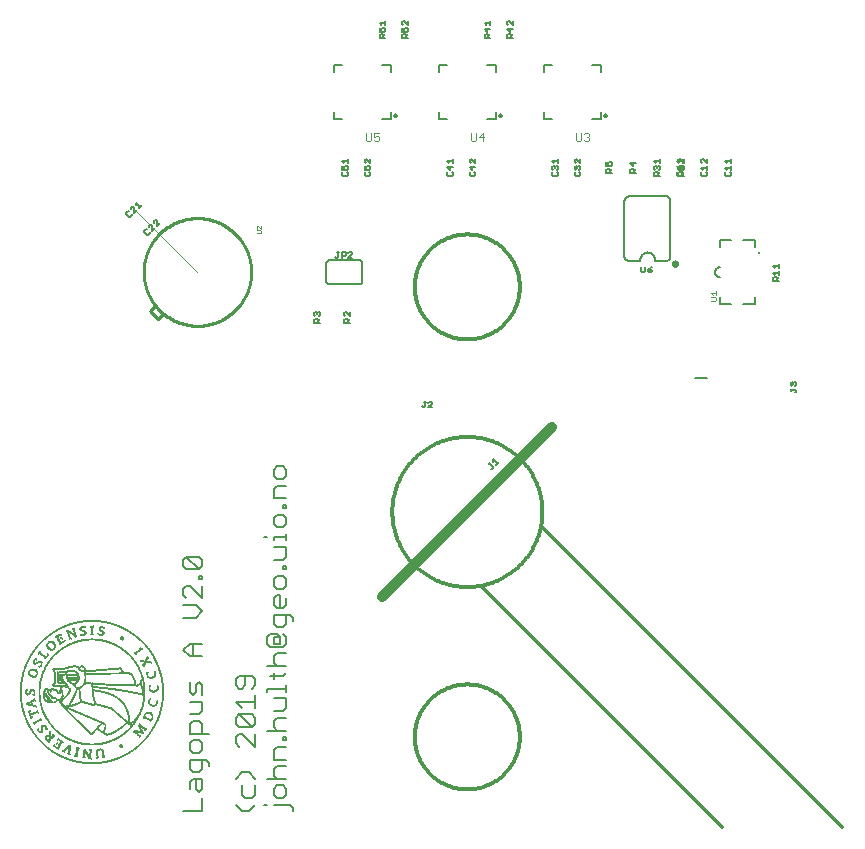
<source format=gbr>
G04 EAGLE Gerber RS-274X export*
G75*
%MOMM*%
%FSLAX34Y34*%
%LPD*%
%INSilkscreen Top*%
%IPPOS*%
%AMOC8*
5,1,8,0,0,1.08239X$1,22.5*%
G01*
%ADD10C,0.304800*%
%ADD11C,0.812800*%
%ADD12C,0.152400*%
%ADD13C,0.000000*%
%ADD14C,0.127000*%
%ADD15C,0.254000*%
%ADD16C,0.025400*%
%ADD17C,0.282838*%
%ADD18C,0.177800*%
%ADD19C,0.050800*%
%ADD20R,0.042162X0.972819*%
%ADD21R,0.042419X1.440181*%
%ADD22R,0.042419X2.242819*%
%ADD23R,0.042162X2.496819*%
%ADD24R,0.042419X0.718819*%
%ADD25R,0.042419X0.635000*%
%ADD26R,0.042419X0.678181*%
%ADD27R,0.042162X0.551181*%
%ADD28R,0.042162X0.548638*%
%ADD29R,0.042419X0.508000*%
%ADD30R,0.042419X0.464819*%
%ADD31R,0.042419X0.424181*%
%ADD32R,0.042162X0.424181*%
%ADD33R,0.042419X0.381000*%
%ADD34R,0.042419X0.297181*%
%ADD35R,0.042162X0.381000*%
%ADD36R,0.042162X0.254000*%
%ADD37R,0.042162X0.508000*%
%ADD38R,0.042162X0.337819*%
%ADD39R,0.042419X0.337819*%
%ADD40R,0.042419X0.551181*%
%ADD41R,0.042419X0.340363*%
%ADD42R,0.042419X0.421637*%
%ADD43R,0.042419X0.254000*%
%ADD44R,0.042162X0.297181*%
%ADD45R,0.042162X0.210819*%
%ADD46R,0.042419X0.170181*%
%ADD47R,0.042419X0.167637*%
%ADD48R,0.042419X0.213363*%
%ADD49R,0.042419X0.210819*%
%ADD50R,0.042162X0.170181*%
%ADD51R,0.042162X0.591819*%
%ADD52R,0.042162X0.294637*%
%ADD53R,0.042419X0.294637*%
%ADD54R,0.042162X0.213363*%
%ADD55R,0.042162X0.167637*%
%ADD56R,0.042162X0.083819*%
%ADD57R,0.042419X0.127000*%
%ADD58R,0.042419X0.083819*%
%ADD59R,0.042162X0.127000*%
%ADD60R,0.042162X0.421637*%
%ADD61R,0.042419X0.467363*%
%ADD62R,0.042419X1.483363*%
%ADD63R,0.042162X0.340363*%
%ADD64R,0.042162X1.694181*%
%ADD65R,0.042419X2.286000*%
%ADD66R,0.042419X2.456181*%
%ADD67R,0.042419X0.591819*%
%ADD68R,0.042419X0.040638*%
%ADD69R,0.042162X0.762000*%
%ADD70R,0.042419X0.721363*%
%ADD71R,0.042162X0.467363*%
%ADD72R,0.042162X0.464819*%
%ADD73R,0.042419X0.086363*%
%ADD74R,0.042162X0.845819*%
%ADD75R,0.042419X1.016000*%
%ADD76R,0.042162X0.086363*%
%ADD77R,0.042162X0.635000*%
%ADD78R,0.042419X0.675638*%
%ADD79R,0.042419X0.762000*%
%ADD80R,0.042162X0.805181*%
%ADD81R,0.042162X0.043181*%
%ADD82R,0.042162X0.678181*%
%ADD83R,0.042419X0.043181*%
%ADD84R,0.042162X0.889000*%
%ADD85R,0.042419X1.186181*%
%ADD86R,0.042419X1.143000*%
%ADD87R,0.042419X0.848363*%
%ADD88R,0.042162X0.848363*%
%ADD89R,0.042162X0.040638*%
%ADD90R,0.042162X0.932181*%
%ADD91R,0.042419X1.356363*%
%ADD92R,0.042162X1.056638*%
%ADD93R,0.042419X0.972819*%
%ADD94R,0.042419X0.594363*%
%ADD95R,0.042419X0.845819*%
%ADD96R,0.042419X0.805181*%
%ADD97R,0.042162X0.594363*%
%ADD98R,0.042419X0.548638*%
%ADD99R,0.042419X0.889000*%
%ADD100R,0.042162X0.929638*%
%ADD101R,0.042419X1.102363*%
%ADD102R,0.042419X0.932181*%
%ADD103R,0.042162X0.721363*%
%ADD104R,0.042162X0.718819*%
%ADD105R,0.042419X1.778000*%
%ADD106R,0.042162X1.440181*%
%ADD107R,0.042419X1.183638*%
%ADD108R,0.042162X2.369819*%
%ADD109R,0.042419X1.694181*%
%ADD110C,0.200000*%
%ADD111C,0.203200*%

G36*
X176920Y206760D02*
X176920Y206760D01*
X176922Y206762D01*
X176923Y206761D01*
X177594Y206996D01*
X177595Y206997D01*
X177596Y206997D01*
X178198Y207375D01*
X178199Y207377D01*
X178201Y207377D01*
X178703Y207879D01*
X178703Y207881D01*
X178705Y207882D01*
X179083Y208484D01*
X179083Y208485D01*
X179084Y208486D01*
X179319Y209157D01*
X179319Y209159D01*
X179320Y209160D01*
X179399Y209866D01*
X179399Y209867D01*
X179398Y209868D01*
X179399Y209869D01*
X179320Y210575D01*
X179318Y210577D01*
X179319Y210578D01*
X179084Y211249D01*
X179083Y211250D01*
X179083Y211251D01*
X178705Y211853D01*
X178703Y211854D01*
X178703Y211856D01*
X178201Y212358D01*
X178199Y212358D01*
X178198Y212360D01*
X177596Y212738D01*
X177595Y212738D01*
X177594Y212739D01*
X176923Y212974D01*
X176921Y212974D01*
X176920Y212975D01*
X176214Y213054D01*
X176212Y213053D01*
X176211Y213054D01*
X175505Y212975D01*
X175503Y212973D01*
X175502Y212974D01*
X174831Y212739D01*
X174830Y212738D01*
X174829Y212738D01*
X174227Y212360D01*
X174226Y212358D01*
X174224Y212358D01*
X173722Y211856D01*
X173722Y211854D01*
X173720Y211853D01*
X173342Y211251D01*
X173342Y211250D01*
X173341Y211249D01*
X173106Y210578D01*
X173107Y210576D01*
X173105Y210575D01*
X173026Y209869D01*
X173027Y209867D01*
X173026Y209866D01*
X173105Y209160D01*
X173107Y209158D01*
X173106Y209157D01*
X173341Y208486D01*
X173342Y208485D01*
X173342Y208484D01*
X173720Y207882D01*
X173722Y207881D01*
X173722Y207879D01*
X174224Y207377D01*
X174226Y207377D01*
X174227Y207375D01*
X174829Y206997D01*
X174830Y206997D01*
X174831Y206996D01*
X175502Y206761D01*
X175504Y206762D01*
X175505Y206760D01*
X176211Y206681D01*
X176213Y206682D01*
X176214Y206681D01*
X176920Y206760D01*
G37*
D10*
X-63500Y0D02*
X-63481Y1558D01*
X-63424Y3116D01*
X-63328Y4671D01*
X-63194Y6224D01*
X-63022Y7773D01*
X-62813Y9317D01*
X-62565Y10856D01*
X-62280Y12388D01*
X-61957Y13913D01*
X-61597Y15429D01*
X-61200Y16936D01*
X-60766Y18433D01*
X-60295Y19919D01*
X-59788Y21393D01*
X-59245Y22853D01*
X-58666Y24300D01*
X-58052Y25733D01*
X-57403Y27150D01*
X-56720Y28550D01*
X-56002Y29934D01*
X-55251Y31299D01*
X-54466Y32646D01*
X-53648Y33972D01*
X-52798Y35279D01*
X-51917Y36564D01*
X-51004Y37827D01*
X-50060Y39067D01*
X-49086Y40284D01*
X-48083Y41476D01*
X-47050Y42644D01*
X-45990Y43786D01*
X-44901Y44901D01*
X-43786Y45990D01*
X-42644Y47050D01*
X-41476Y48083D01*
X-40284Y49086D01*
X-39067Y50060D01*
X-37827Y51004D01*
X-36564Y51917D01*
X-35279Y52798D01*
X-33972Y53648D01*
X-32646Y54466D01*
X-31299Y55251D01*
X-29934Y56002D01*
X-28550Y56720D01*
X-27150Y57403D01*
X-25733Y58052D01*
X-24300Y58666D01*
X-22853Y59245D01*
X-21393Y59788D01*
X-19919Y60295D01*
X-18433Y60766D01*
X-16936Y61200D01*
X-15429Y61597D01*
X-13913Y61957D01*
X-12388Y62280D01*
X-10856Y62565D01*
X-9317Y62813D01*
X-7773Y63022D01*
X-6224Y63194D01*
X-4671Y63328D01*
X-3116Y63424D01*
X-1558Y63481D01*
X0Y63500D01*
X1558Y63481D01*
X3116Y63424D01*
X4671Y63328D01*
X6224Y63194D01*
X7773Y63022D01*
X9317Y62813D01*
X10856Y62565D01*
X12388Y62280D01*
X13913Y61957D01*
X15429Y61597D01*
X16936Y61200D01*
X18433Y60766D01*
X19919Y60295D01*
X21393Y59788D01*
X22853Y59245D01*
X24300Y58666D01*
X25733Y58052D01*
X27150Y57403D01*
X28550Y56720D01*
X29934Y56002D01*
X31299Y55251D01*
X32646Y54466D01*
X33972Y53648D01*
X35279Y52798D01*
X36564Y51917D01*
X37827Y51004D01*
X39067Y50060D01*
X40284Y49086D01*
X41476Y48083D01*
X42644Y47050D01*
X43786Y45990D01*
X44901Y44901D01*
X45990Y43786D01*
X47050Y42644D01*
X48083Y41476D01*
X49086Y40284D01*
X50060Y39067D01*
X51004Y37827D01*
X51917Y36564D01*
X52798Y35279D01*
X53648Y33972D01*
X54466Y32646D01*
X55251Y31299D01*
X56002Y29934D01*
X56720Y28550D01*
X57403Y27150D01*
X58052Y25733D01*
X58666Y24300D01*
X59245Y22853D01*
X59788Y21393D01*
X60295Y19919D01*
X60766Y18433D01*
X61200Y16936D01*
X61597Y15429D01*
X61957Y13913D01*
X62280Y12388D01*
X62565Y10856D01*
X62813Y9317D01*
X63022Y7773D01*
X63194Y6224D01*
X63328Y4671D01*
X63424Y3116D01*
X63481Y1558D01*
X63500Y0D01*
X63481Y-1558D01*
X63424Y-3116D01*
X63328Y-4671D01*
X63194Y-6224D01*
X63022Y-7773D01*
X62813Y-9317D01*
X62565Y-10856D01*
X62280Y-12388D01*
X61957Y-13913D01*
X61597Y-15429D01*
X61200Y-16936D01*
X60766Y-18433D01*
X60295Y-19919D01*
X59788Y-21393D01*
X59245Y-22853D01*
X58666Y-24300D01*
X58052Y-25733D01*
X57403Y-27150D01*
X56720Y-28550D01*
X56002Y-29934D01*
X55251Y-31299D01*
X54466Y-32646D01*
X53648Y-33972D01*
X52798Y-35279D01*
X51917Y-36564D01*
X51004Y-37827D01*
X50060Y-39067D01*
X49086Y-40284D01*
X48083Y-41476D01*
X47050Y-42644D01*
X45990Y-43786D01*
X44901Y-44901D01*
X43786Y-45990D01*
X42644Y-47050D01*
X41476Y-48083D01*
X40284Y-49086D01*
X39067Y-50060D01*
X37827Y-51004D01*
X36564Y-51917D01*
X35279Y-52798D01*
X33972Y-53648D01*
X32646Y-54466D01*
X31299Y-55251D01*
X29934Y-56002D01*
X28550Y-56720D01*
X27150Y-57403D01*
X25733Y-58052D01*
X24300Y-58666D01*
X22853Y-59245D01*
X21393Y-59788D01*
X19919Y-60295D01*
X18433Y-60766D01*
X16936Y-61200D01*
X15429Y-61597D01*
X13913Y-61957D01*
X12388Y-62280D01*
X10856Y-62565D01*
X9317Y-62813D01*
X7773Y-63022D01*
X6224Y-63194D01*
X4671Y-63328D01*
X3116Y-63424D01*
X1558Y-63481D01*
X0Y-63500D01*
X-1558Y-63481D01*
X-3116Y-63424D01*
X-4671Y-63328D01*
X-6224Y-63194D01*
X-7773Y-63022D01*
X-9317Y-62813D01*
X-10856Y-62565D01*
X-12388Y-62280D01*
X-13913Y-61957D01*
X-15429Y-61597D01*
X-16936Y-61200D01*
X-18433Y-60766D01*
X-19919Y-60295D01*
X-21393Y-59788D01*
X-22853Y-59245D01*
X-24300Y-58666D01*
X-25733Y-58052D01*
X-27150Y-57403D01*
X-28550Y-56720D01*
X-29934Y-56002D01*
X-31299Y-55251D01*
X-32646Y-54466D01*
X-33972Y-53648D01*
X-35279Y-52798D01*
X-36564Y-51917D01*
X-37827Y-51004D01*
X-39067Y-50060D01*
X-40284Y-49086D01*
X-41476Y-48083D01*
X-42644Y-47050D01*
X-43786Y-45990D01*
X-44901Y-44901D01*
X-45990Y-43786D01*
X-47050Y-42644D01*
X-48083Y-41476D01*
X-49086Y-40284D01*
X-50060Y-39067D01*
X-51004Y-37827D01*
X-51917Y-36564D01*
X-52798Y-35279D01*
X-53648Y-33972D01*
X-54466Y-32646D01*
X-55251Y-31299D01*
X-56002Y-29934D01*
X-56720Y-28550D01*
X-57403Y-27150D01*
X-58052Y-25733D01*
X-58666Y-24300D01*
X-59245Y-22853D01*
X-59788Y-21393D01*
X-60295Y-19919D01*
X-60766Y-18433D01*
X-61200Y-16936D01*
X-61597Y-15429D01*
X-61957Y-13913D01*
X-62280Y-12388D01*
X-62565Y-10856D01*
X-62813Y-9317D01*
X-63022Y-7773D01*
X-63194Y-6224D01*
X-63328Y-4671D01*
X-63424Y-3116D01*
X-63481Y-1558D01*
X-63500Y0D01*
X-44450Y-190500D02*
X-44437Y-189409D01*
X-44396Y-188319D01*
X-44330Y-187230D01*
X-44236Y-186143D01*
X-44116Y-185059D01*
X-43969Y-183978D01*
X-43796Y-182901D01*
X-43596Y-181828D01*
X-43370Y-180761D01*
X-43118Y-179700D01*
X-42840Y-178645D01*
X-42536Y-177597D01*
X-42207Y-176557D01*
X-41852Y-175525D01*
X-41472Y-174503D01*
X-41066Y-173490D01*
X-40637Y-172487D01*
X-40182Y-171495D01*
X-39704Y-170515D01*
X-39201Y-169546D01*
X-38675Y-168591D01*
X-38126Y-167648D01*
X-37554Y-166719D01*
X-36959Y-165805D01*
X-36342Y-164905D01*
X-35703Y-164021D01*
X-35042Y-163153D01*
X-34360Y-162301D01*
X-33658Y-161466D01*
X-32935Y-160649D01*
X-32193Y-159850D01*
X-31431Y-159069D01*
X-30650Y-158307D01*
X-29851Y-157565D01*
X-29034Y-156842D01*
X-28199Y-156140D01*
X-27347Y-155458D01*
X-26479Y-154797D01*
X-25595Y-154158D01*
X-24695Y-153541D01*
X-23781Y-152946D01*
X-22852Y-152374D01*
X-21909Y-151825D01*
X-20954Y-151299D01*
X-19985Y-150796D01*
X-19005Y-150318D01*
X-18013Y-149863D01*
X-17010Y-149434D01*
X-15997Y-149028D01*
X-14975Y-148648D01*
X-13943Y-148293D01*
X-12903Y-147964D01*
X-11855Y-147660D01*
X-10800Y-147382D01*
X-9739Y-147130D01*
X-8672Y-146904D01*
X-7599Y-146704D01*
X-6522Y-146531D01*
X-5441Y-146384D01*
X-4357Y-146264D01*
X-3270Y-146170D01*
X-2181Y-146104D01*
X-1091Y-146063D01*
X0Y-146050D01*
X1091Y-146063D01*
X2181Y-146104D01*
X3270Y-146170D01*
X4357Y-146264D01*
X5441Y-146384D01*
X6522Y-146531D01*
X7599Y-146704D01*
X8672Y-146904D01*
X9739Y-147130D01*
X10800Y-147382D01*
X11855Y-147660D01*
X12903Y-147964D01*
X13943Y-148293D01*
X14975Y-148648D01*
X15997Y-149028D01*
X17010Y-149434D01*
X18013Y-149863D01*
X19005Y-150318D01*
X19985Y-150796D01*
X20954Y-151299D01*
X21909Y-151825D01*
X22852Y-152374D01*
X23781Y-152946D01*
X24695Y-153541D01*
X25595Y-154158D01*
X26479Y-154797D01*
X27347Y-155458D01*
X28199Y-156140D01*
X29034Y-156842D01*
X29851Y-157565D01*
X30650Y-158307D01*
X31431Y-159069D01*
X32193Y-159850D01*
X32935Y-160649D01*
X33658Y-161466D01*
X34360Y-162301D01*
X35042Y-163153D01*
X35703Y-164021D01*
X36342Y-164905D01*
X36959Y-165805D01*
X37554Y-166719D01*
X38126Y-167648D01*
X38675Y-168591D01*
X39201Y-169546D01*
X39704Y-170515D01*
X40182Y-171495D01*
X40637Y-172487D01*
X41066Y-173490D01*
X41472Y-174503D01*
X41852Y-175525D01*
X42207Y-176557D01*
X42536Y-177597D01*
X42840Y-178645D01*
X43118Y-179700D01*
X43370Y-180761D01*
X43596Y-181828D01*
X43796Y-182901D01*
X43969Y-183978D01*
X44116Y-185059D01*
X44236Y-186143D01*
X44330Y-187230D01*
X44396Y-188319D01*
X44437Y-189409D01*
X44450Y-190500D01*
X44437Y-191591D01*
X44396Y-192681D01*
X44330Y-193770D01*
X44236Y-194857D01*
X44116Y-195941D01*
X43969Y-197022D01*
X43796Y-198099D01*
X43596Y-199172D01*
X43370Y-200239D01*
X43118Y-201300D01*
X42840Y-202355D01*
X42536Y-203403D01*
X42207Y-204443D01*
X41852Y-205475D01*
X41472Y-206497D01*
X41066Y-207510D01*
X40637Y-208513D01*
X40182Y-209505D01*
X39704Y-210485D01*
X39201Y-211454D01*
X38675Y-212409D01*
X38126Y-213352D01*
X37554Y-214281D01*
X36959Y-215195D01*
X36342Y-216095D01*
X35703Y-216979D01*
X35042Y-217847D01*
X34360Y-218699D01*
X33658Y-219534D01*
X32935Y-220351D01*
X32193Y-221150D01*
X31431Y-221931D01*
X30650Y-222693D01*
X29851Y-223435D01*
X29034Y-224158D01*
X28199Y-224860D01*
X27347Y-225542D01*
X26479Y-226203D01*
X25595Y-226842D01*
X24695Y-227459D01*
X23781Y-228054D01*
X22852Y-228626D01*
X21909Y-229175D01*
X20954Y-229701D01*
X19985Y-230204D01*
X19005Y-230682D01*
X18013Y-231137D01*
X17010Y-231566D01*
X15997Y-231972D01*
X14975Y-232352D01*
X13943Y-232707D01*
X12903Y-233036D01*
X11855Y-233340D01*
X10800Y-233618D01*
X9739Y-233870D01*
X8672Y-234096D01*
X7599Y-234296D01*
X6522Y-234469D01*
X5441Y-234616D01*
X4357Y-234736D01*
X3270Y-234830D01*
X2181Y-234896D01*
X1091Y-234937D01*
X0Y-234950D01*
X-1091Y-234937D01*
X-2181Y-234896D01*
X-3270Y-234830D01*
X-4357Y-234736D01*
X-5441Y-234616D01*
X-6522Y-234469D01*
X-7599Y-234296D01*
X-8672Y-234096D01*
X-9739Y-233870D01*
X-10800Y-233618D01*
X-11855Y-233340D01*
X-12903Y-233036D01*
X-13943Y-232707D01*
X-14975Y-232352D01*
X-15997Y-231972D01*
X-17010Y-231566D01*
X-18013Y-231137D01*
X-19005Y-230682D01*
X-19985Y-230204D01*
X-20954Y-229701D01*
X-21909Y-229175D01*
X-22852Y-228626D01*
X-23781Y-228054D01*
X-24695Y-227459D01*
X-25595Y-226842D01*
X-26479Y-226203D01*
X-27347Y-225542D01*
X-28199Y-224860D01*
X-29034Y-224158D01*
X-29851Y-223435D01*
X-30650Y-222693D01*
X-31431Y-221931D01*
X-32193Y-221150D01*
X-32935Y-220351D01*
X-33658Y-219534D01*
X-34360Y-218699D01*
X-35042Y-217847D01*
X-35703Y-216979D01*
X-36342Y-216095D01*
X-36959Y-215195D01*
X-37554Y-214281D01*
X-38126Y-213352D01*
X-38675Y-212409D01*
X-39201Y-211454D01*
X-39704Y-210485D01*
X-40182Y-209505D01*
X-40637Y-208513D01*
X-41066Y-207510D01*
X-41472Y-206497D01*
X-41852Y-205475D01*
X-42207Y-204443D01*
X-42536Y-203403D01*
X-42840Y-202355D01*
X-43118Y-201300D01*
X-43370Y-200239D01*
X-43596Y-199172D01*
X-43796Y-198099D01*
X-43969Y-197022D01*
X-44116Y-195941D01*
X-44236Y-194857D01*
X-44330Y-193770D01*
X-44396Y-192681D01*
X-44437Y-191591D01*
X-44450Y-190500D01*
X-44450Y190500D02*
X-44437Y191591D01*
X-44396Y192681D01*
X-44330Y193770D01*
X-44236Y194857D01*
X-44116Y195941D01*
X-43969Y197022D01*
X-43796Y198099D01*
X-43596Y199172D01*
X-43370Y200239D01*
X-43118Y201300D01*
X-42840Y202355D01*
X-42536Y203403D01*
X-42207Y204443D01*
X-41852Y205475D01*
X-41472Y206497D01*
X-41066Y207510D01*
X-40637Y208513D01*
X-40182Y209505D01*
X-39704Y210485D01*
X-39201Y211454D01*
X-38675Y212409D01*
X-38126Y213352D01*
X-37554Y214281D01*
X-36959Y215195D01*
X-36342Y216095D01*
X-35703Y216979D01*
X-35042Y217847D01*
X-34360Y218699D01*
X-33658Y219534D01*
X-32935Y220351D01*
X-32193Y221150D01*
X-31431Y221931D01*
X-30650Y222693D01*
X-29851Y223435D01*
X-29034Y224158D01*
X-28199Y224860D01*
X-27347Y225542D01*
X-26479Y226203D01*
X-25595Y226842D01*
X-24695Y227459D01*
X-23781Y228054D01*
X-22852Y228626D01*
X-21909Y229175D01*
X-20954Y229701D01*
X-19985Y230204D01*
X-19005Y230682D01*
X-18013Y231137D01*
X-17010Y231566D01*
X-15997Y231972D01*
X-14975Y232352D01*
X-13943Y232707D01*
X-12903Y233036D01*
X-11855Y233340D01*
X-10800Y233618D01*
X-9739Y233870D01*
X-8672Y234096D01*
X-7599Y234296D01*
X-6522Y234469D01*
X-5441Y234616D01*
X-4357Y234736D01*
X-3270Y234830D01*
X-2181Y234896D01*
X-1091Y234937D01*
X0Y234950D01*
X1091Y234937D01*
X2181Y234896D01*
X3270Y234830D01*
X4357Y234736D01*
X5441Y234616D01*
X6522Y234469D01*
X7599Y234296D01*
X8672Y234096D01*
X9739Y233870D01*
X10800Y233618D01*
X11855Y233340D01*
X12903Y233036D01*
X13943Y232707D01*
X14975Y232352D01*
X15997Y231972D01*
X17010Y231566D01*
X18013Y231137D01*
X19005Y230682D01*
X19985Y230204D01*
X20954Y229701D01*
X21909Y229175D01*
X22852Y228626D01*
X23781Y228054D01*
X24695Y227459D01*
X25595Y226842D01*
X26479Y226203D01*
X27347Y225542D01*
X28199Y224860D01*
X29034Y224158D01*
X29851Y223435D01*
X30650Y222693D01*
X31431Y221931D01*
X32193Y221150D01*
X32935Y220351D01*
X33658Y219534D01*
X34360Y218699D01*
X35042Y217847D01*
X35703Y216979D01*
X36342Y216095D01*
X36959Y215195D01*
X37554Y214281D01*
X38126Y213352D01*
X38675Y212409D01*
X39201Y211454D01*
X39704Y210485D01*
X40182Y209505D01*
X40637Y208513D01*
X41066Y207510D01*
X41472Y206497D01*
X41852Y205475D01*
X42207Y204443D01*
X42536Y203403D01*
X42840Y202355D01*
X43118Y201300D01*
X43370Y200239D01*
X43596Y199172D01*
X43796Y198099D01*
X43969Y197022D01*
X44116Y195941D01*
X44236Y194857D01*
X44330Y193770D01*
X44396Y192681D01*
X44437Y191591D01*
X44450Y190500D01*
X44437Y189409D01*
X44396Y188319D01*
X44330Y187230D01*
X44236Y186143D01*
X44116Y185059D01*
X43969Y183978D01*
X43796Y182901D01*
X43596Y181828D01*
X43370Y180761D01*
X43118Y179700D01*
X42840Y178645D01*
X42536Y177597D01*
X42207Y176557D01*
X41852Y175525D01*
X41472Y174503D01*
X41066Y173490D01*
X40637Y172487D01*
X40182Y171495D01*
X39704Y170515D01*
X39201Y169546D01*
X38675Y168591D01*
X38126Y167648D01*
X37554Y166719D01*
X36959Y165805D01*
X36342Y164905D01*
X35703Y164021D01*
X35042Y163153D01*
X34360Y162301D01*
X33658Y161466D01*
X32935Y160649D01*
X32193Y159850D01*
X31431Y159069D01*
X30650Y158307D01*
X29851Y157565D01*
X29034Y156842D01*
X28199Y156140D01*
X27347Y155458D01*
X26479Y154797D01*
X25595Y154158D01*
X24695Y153541D01*
X23781Y152946D01*
X22852Y152374D01*
X21909Y151825D01*
X20954Y151299D01*
X19985Y150796D01*
X19005Y150318D01*
X18013Y149863D01*
X17010Y149434D01*
X15997Y149028D01*
X14975Y148648D01*
X13943Y148293D01*
X12903Y147964D01*
X11855Y147660D01*
X10800Y147382D01*
X9739Y147130D01*
X8672Y146904D01*
X7599Y146704D01*
X6522Y146531D01*
X5441Y146384D01*
X4357Y146264D01*
X3270Y146170D01*
X2181Y146104D01*
X1091Y146063D01*
X0Y146050D01*
X-1091Y146063D01*
X-2181Y146104D01*
X-3270Y146170D01*
X-4357Y146264D01*
X-5441Y146384D01*
X-6522Y146531D01*
X-7599Y146704D01*
X-8672Y146904D01*
X-9739Y147130D01*
X-10800Y147382D01*
X-11855Y147660D01*
X-12903Y147964D01*
X-13943Y148293D01*
X-14975Y148648D01*
X-15997Y149028D01*
X-17010Y149434D01*
X-18013Y149863D01*
X-19005Y150318D01*
X-19985Y150796D01*
X-20954Y151299D01*
X-21909Y151825D01*
X-22852Y152374D01*
X-23781Y152946D01*
X-24695Y153541D01*
X-25595Y154158D01*
X-26479Y154797D01*
X-27347Y155458D01*
X-28199Y156140D01*
X-29034Y156842D01*
X-29851Y157565D01*
X-30650Y158307D01*
X-31431Y159069D01*
X-32193Y159850D01*
X-32935Y160649D01*
X-33658Y161466D01*
X-34360Y162301D01*
X-35042Y163153D01*
X-35703Y164021D01*
X-36342Y164905D01*
X-36959Y165805D01*
X-37554Y166719D01*
X-38126Y167648D01*
X-38675Y168591D01*
X-39201Y169546D01*
X-39704Y170515D01*
X-40182Y171495D01*
X-40637Y172487D01*
X-41066Y173490D01*
X-41472Y174503D01*
X-41852Y175525D01*
X-42207Y176557D01*
X-42536Y177597D01*
X-42840Y178645D01*
X-43118Y179700D01*
X-43370Y180761D01*
X-43596Y181828D01*
X-43796Y182901D01*
X-43969Y183978D01*
X-44116Y185059D01*
X-44236Y186143D01*
X-44330Y187230D01*
X-44396Y188319D01*
X-44437Y189409D01*
X-44450Y190500D01*
X12700Y-63500D02*
X215900Y-266700D01*
X317500Y-266700D02*
X63500Y-12700D01*
D11*
X71882Y71882D02*
X-71882Y-71882D01*
D12*
X-179832Y-247815D02*
X-185255Y-253238D01*
X-190679Y-253238D01*
X-196102Y-247815D01*
X-190679Y-239612D02*
X-190679Y-231477D01*
X-190679Y-239612D02*
X-187967Y-242324D01*
X-182544Y-242324D01*
X-179832Y-239612D01*
X-179832Y-231477D01*
X-179832Y-225952D02*
X-185255Y-220529D01*
X-190679Y-220529D01*
X-196102Y-225952D01*
X-179832Y-198666D02*
X-179832Y-187820D01*
X-179832Y-198666D02*
X-190679Y-187820D01*
X-193390Y-187820D01*
X-196102Y-190531D01*
X-196102Y-195955D01*
X-193390Y-198666D01*
X-193390Y-182295D02*
X-182544Y-182295D01*
X-193390Y-182295D02*
X-196102Y-179583D01*
X-196102Y-174160D01*
X-193390Y-171448D01*
X-182544Y-171448D01*
X-179832Y-174160D01*
X-179832Y-179583D01*
X-182544Y-182295D01*
X-193390Y-171448D01*
X-190679Y-165923D02*
X-196102Y-160500D01*
X-179832Y-160500D01*
X-179832Y-165923D02*
X-179832Y-155076D01*
X-182544Y-149551D02*
X-179832Y-146840D01*
X-179832Y-141417D01*
X-182544Y-138705D01*
X-193390Y-138705D01*
X-196102Y-141417D01*
X-196102Y-146840D01*
X-193390Y-149551D01*
X-190679Y-149551D01*
X-187967Y-146840D01*
X-187967Y-138705D01*
X-147739Y-250526D02*
X-147739Y-253238D01*
X-147739Y-250526D02*
X-150450Y-247815D01*
X-164009Y-247815D01*
X-169432Y-247815D02*
X-172144Y-247815D01*
X-153162Y-239612D02*
X-153162Y-234189D01*
X-155874Y-231477D01*
X-161297Y-231477D01*
X-164009Y-234189D01*
X-164009Y-239612D01*
X-161297Y-242324D01*
X-155874Y-242324D01*
X-153162Y-239612D01*
X-153162Y-225952D02*
X-169432Y-225952D01*
X-164009Y-223240D02*
X-161297Y-225952D01*
X-164009Y-223240D02*
X-164009Y-217817D01*
X-161297Y-215105D01*
X-153162Y-215105D01*
X-153162Y-209581D02*
X-164009Y-209581D01*
X-164009Y-201446D01*
X-161297Y-198734D01*
X-153162Y-198734D01*
X-153162Y-193209D02*
X-155874Y-193209D01*
X-155874Y-190497D01*
X-153162Y-190497D01*
X-153162Y-193209D01*
X-153162Y-185023D02*
X-169432Y-185023D01*
X-164009Y-182312D02*
X-161297Y-185023D01*
X-164009Y-182312D02*
X-164009Y-176888D01*
X-161297Y-174177D01*
X-153162Y-174177D01*
X-155874Y-168652D02*
X-164009Y-168652D01*
X-155874Y-168652D02*
X-153162Y-165940D01*
X-153162Y-157805D01*
X-164009Y-157805D01*
X-169432Y-152280D02*
X-169432Y-149568D01*
X-153162Y-149568D01*
X-153162Y-146857D02*
X-153162Y-152280D01*
X-155874Y-138654D02*
X-166720Y-138654D01*
X-155874Y-138654D02*
X-153162Y-135942D01*
X-164009Y-135942D02*
X-164009Y-141366D01*
X-169432Y-130451D02*
X-153162Y-130451D01*
X-161297Y-130451D02*
X-164009Y-127740D01*
X-164009Y-122316D01*
X-161297Y-119605D01*
X-153162Y-119605D01*
X-153162Y-105945D02*
X-155874Y-103233D01*
X-153162Y-105945D02*
X-153162Y-111368D01*
X-155874Y-114080D01*
X-166720Y-114080D01*
X-169432Y-111368D01*
X-169432Y-105945D01*
X-166720Y-103233D01*
X-161297Y-103233D01*
X-158585Y-105945D01*
X-158585Y-111368D01*
X-164009Y-111368D01*
X-164009Y-105945D01*
X-158585Y-105945D01*
X-147739Y-92285D02*
X-147739Y-89573D01*
X-150450Y-86862D01*
X-164009Y-86862D01*
X-164009Y-94997D01*
X-161297Y-97708D01*
X-155874Y-97708D01*
X-153162Y-94997D01*
X-153162Y-86862D01*
X-153162Y-78625D02*
X-153162Y-73202D01*
X-153162Y-78625D02*
X-155874Y-81337D01*
X-161297Y-81337D01*
X-164009Y-78625D01*
X-164009Y-73202D01*
X-161297Y-70490D01*
X-158585Y-70490D01*
X-158585Y-81337D01*
X-153162Y-62253D02*
X-153162Y-56830D01*
X-155874Y-54118D01*
X-161297Y-54118D01*
X-164009Y-56830D01*
X-164009Y-62253D01*
X-161297Y-64965D01*
X-155874Y-64965D01*
X-153162Y-62253D01*
X-153162Y-48593D02*
X-155874Y-48593D01*
X-155874Y-45882D01*
X-153162Y-45882D01*
X-153162Y-48593D01*
X-155874Y-40408D02*
X-164009Y-40408D01*
X-155874Y-40408D02*
X-153162Y-37696D01*
X-153162Y-29561D01*
X-164009Y-29561D01*
X-164009Y-24036D02*
X-164009Y-21325D01*
X-153162Y-21325D01*
X-153162Y-24036D02*
X-153162Y-18613D01*
X-169432Y-21325D02*
X-172144Y-21325D01*
X-153162Y-10410D02*
X-153162Y-4987D01*
X-155874Y-2275D01*
X-161297Y-2275D01*
X-164009Y-4987D01*
X-164009Y-10410D01*
X-161297Y-13122D01*
X-155874Y-13122D01*
X-153162Y-10410D01*
X-153162Y3250D02*
X-155874Y3250D01*
X-155874Y5961D01*
X-153162Y5961D01*
X-153162Y3250D01*
X-153162Y11436D02*
X-164009Y11436D01*
X-164009Y19571D01*
X-161297Y22282D01*
X-153162Y22282D01*
X-153162Y30519D02*
X-153162Y35942D01*
X-155874Y38654D01*
X-161297Y38654D01*
X-164009Y35942D01*
X-164009Y30519D01*
X-161297Y27807D01*
X-155874Y27807D01*
X-153162Y30519D01*
X-224282Y-253238D02*
X-240552Y-253238D01*
X-224282Y-253238D02*
X-224282Y-242391D01*
X-235129Y-234155D02*
X-235129Y-228732D01*
X-232417Y-226020D01*
X-224282Y-226020D01*
X-224282Y-234155D01*
X-226994Y-236866D01*
X-229705Y-234155D01*
X-229705Y-226020D01*
X-218859Y-215072D02*
X-218859Y-212360D01*
X-221570Y-209648D01*
X-235129Y-209648D01*
X-235129Y-217783D01*
X-232417Y-220495D01*
X-226994Y-220495D01*
X-224282Y-217783D01*
X-224282Y-209648D01*
X-224282Y-201412D02*
X-224282Y-195988D01*
X-226994Y-193277D01*
X-232417Y-193277D01*
X-235129Y-195988D01*
X-235129Y-201412D01*
X-232417Y-204123D01*
X-226994Y-204123D01*
X-224282Y-201412D01*
X-218859Y-187752D02*
X-235129Y-187752D01*
X-235129Y-179617D01*
X-232417Y-176905D01*
X-226994Y-176905D01*
X-224282Y-179617D01*
X-224282Y-187752D01*
X-226994Y-171380D02*
X-235129Y-171380D01*
X-226994Y-171380D02*
X-224282Y-168669D01*
X-224282Y-160534D01*
X-235129Y-160534D01*
X-224282Y-155009D02*
X-224282Y-146874D01*
X-226994Y-144162D01*
X-229705Y-146874D01*
X-229705Y-152297D01*
X-232417Y-155009D01*
X-235129Y-152297D01*
X-235129Y-144162D01*
X-235129Y-122266D02*
X-224282Y-122266D01*
X-235129Y-122266D02*
X-240552Y-116842D01*
X-235129Y-111419D01*
X-224282Y-111419D01*
X-232417Y-111419D02*
X-232417Y-122266D01*
X-229705Y-89522D02*
X-240552Y-89522D01*
X-229705Y-89522D02*
X-224282Y-84099D01*
X-229705Y-78676D01*
X-240552Y-78676D01*
X-224282Y-73151D02*
X-224282Y-62304D01*
X-224282Y-73151D02*
X-235129Y-62304D01*
X-237840Y-62304D01*
X-240552Y-65016D01*
X-240552Y-70439D01*
X-237840Y-73151D01*
X-226994Y-56779D02*
X-224282Y-56779D01*
X-226994Y-56779D02*
X-226994Y-54068D01*
X-224282Y-54068D01*
X-224282Y-56779D01*
X-226994Y-48593D02*
X-237840Y-48593D01*
X-240552Y-45882D01*
X-240552Y-40459D01*
X-237840Y-37747D01*
X-226994Y-37747D01*
X-224282Y-40459D01*
X-224282Y-45882D01*
X-226994Y-48593D01*
X-237840Y-37747D01*
D13*
X-228600Y203200D02*
X-284480Y259080D01*
D14*
X218055Y286730D02*
X218860Y287535D01*
X218055Y286730D02*
X218055Y285120D01*
X218860Y284315D01*
X222080Y284315D01*
X222885Y285120D01*
X222885Y286730D01*
X222080Y287535D01*
X219665Y289928D02*
X218055Y291538D01*
X222885Y291538D01*
X222885Y289928D02*
X222885Y293149D01*
X219665Y295542D02*
X218055Y297152D01*
X222885Y297152D01*
X222885Y295542D02*
X222885Y298762D01*
X198540Y287535D02*
X197735Y286730D01*
X197735Y285120D01*
X198540Y284315D01*
X201760Y284315D01*
X202565Y285120D01*
X202565Y286730D01*
X201760Y287535D01*
X199345Y289928D02*
X197735Y291538D01*
X202565Y291538D01*
X202565Y289928D02*
X202565Y293149D01*
X202565Y295542D02*
X202565Y298762D01*
X202565Y295542D02*
X199345Y298762D01*
X198540Y298762D01*
X197735Y297957D01*
X197735Y296347D01*
X198540Y295542D01*
X20880Y36581D02*
X19742Y36581D01*
X20880Y36581D02*
X21449Y37150D01*
X21449Y38288D01*
X18603Y41134D01*
X18034Y40565D02*
X19172Y41704D01*
X22003Y42257D02*
X22003Y44534D01*
X25418Y41119D01*
X24280Y39980D02*
X26557Y42257D01*
X-37726Y88519D02*
X-38531Y89324D01*
X-37726Y88519D02*
X-36921Y88519D01*
X-36116Y89324D01*
X-36116Y93349D01*
X-36921Y93349D02*
X-35311Y93349D01*
X-32918Y88519D02*
X-29698Y88519D01*
X-32918Y88519D02*
X-29698Y91739D01*
X-29698Y92544D01*
X-30503Y93349D01*
X-32113Y93349D01*
X-32918Y92544D01*
D15*
X-257737Y167993D02*
X-261978Y163751D01*
X-268696Y170468D02*
X-264453Y174711D01*
X-269049Y170115D02*
X-262332Y163397D01*
X-274143Y203200D02*
X-274129Y204318D01*
X-274088Y205435D01*
X-274020Y206550D01*
X-273924Y207664D01*
X-273800Y208775D01*
X-273650Y209883D01*
X-273472Y210986D01*
X-273268Y212085D01*
X-273036Y213179D01*
X-272778Y214266D01*
X-272493Y215347D01*
X-272182Y216420D01*
X-271844Y217486D01*
X-271481Y218543D01*
X-271091Y219591D01*
X-270676Y220629D01*
X-270236Y221656D01*
X-269770Y222672D01*
X-269280Y223677D01*
X-268765Y224669D01*
X-268226Y225648D01*
X-267664Y226614D01*
X-267077Y227565D01*
X-266468Y228502D01*
X-265835Y229424D01*
X-265180Y230330D01*
X-264504Y231219D01*
X-263805Y232092D01*
X-263086Y232947D01*
X-262345Y233785D01*
X-261584Y234604D01*
X-260804Y235404D01*
X-260004Y236184D01*
X-259185Y236945D01*
X-258347Y237686D01*
X-257492Y238405D01*
X-256619Y239104D01*
X-255730Y239780D01*
X-254824Y240435D01*
X-253902Y241068D01*
X-252965Y241677D01*
X-252014Y242264D01*
X-251048Y242826D01*
X-250069Y243365D01*
X-249077Y243880D01*
X-248072Y244370D01*
X-247056Y244836D01*
X-246029Y245276D01*
X-244991Y245691D01*
X-243943Y246081D01*
X-242886Y246444D01*
X-241820Y246782D01*
X-240747Y247093D01*
X-239666Y247378D01*
X-238579Y247636D01*
X-237485Y247868D01*
X-236386Y248072D01*
X-235283Y248250D01*
X-234175Y248400D01*
X-233064Y248524D01*
X-231950Y248620D01*
X-230835Y248688D01*
X-229718Y248729D01*
X-228600Y248743D01*
X-227482Y248729D01*
X-226365Y248688D01*
X-225250Y248620D01*
X-224136Y248524D01*
X-223025Y248400D01*
X-221917Y248250D01*
X-220814Y248072D01*
X-219715Y247868D01*
X-218621Y247636D01*
X-217534Y247378D01*
X-216453Y247093D01*
X-215380Y246782D01*
X-214314Y246444D01*
X-213257Y246081D01*
X-212209Y245691D01*
X-211171Y245276D01*
X-210144Y244836D01*
X-209128Y244370D01*
X-208123Y243880D01*
X-207131Y243365D01*
X-206152Y242826D01*
X-205186Y242264D01*
X-204235Y241677D01*
X-203298Y241068D01*
X-202376Y240435D01*
X-201470Y239780D01*
X-200581Y239104D01*
X-199708Y238405D01*
X-198853Y237686D01*
X-198015Y236945D01*
X-197196Y236184D01*
X-196396Y235404D01*
X-195616Y234604D01*
X-194855Y233785D01*
X-194114Y232947D01*
X-193395Y232092D01*
X-192696Y231219D01*
X-192020Y230330D01*
X-191365Y229424D01*
X-190732Y228502D01*
X-190123Y227565D01*
X-189536Y226614D01*
X-188974Y225648D01*
X-188435Y224669D01*
X-187920Y223677D01*
X-187430Y222672D01*
X-186964Y221656D01*
X-186524Y220629D01*
X-186109Y219591D01*
X-185719Y218543D01*
X-185356Y217486D01*
X-185018Y216420D01*
X-184707Y215347D01*
X-184422Y214266D01*
X-184164Y213179D01*
X-183932Y212085D01*
X-183728Y210986D01*
X-183550Y209883D01*
X-183400Y208775D01*
X-183276Y207664D01*
X-183180Y206550D01*
X-183112Y205435D01*
X-183071Y204318D01*
X-183057Y203200D01*
X-183071Y202082D01*
X-183112Y200965D01*
X-183180Y199850D01*
X-183276Y198736D01*
X-183400Y197625D01*
X-183550Y196517D01*
X-183728Y195414D01*
X-183932Y194315D01*
X-184164Y193221D01*
X-184422Y192134D01*
X-184707Y191053D01*
X-185018Y189980D01*
X-185356Y188914D01*
X-185719Y187857D01*
X-186109Y186809D01*
X-186524Y185771D01*
X-186964Y184744D01*
X-187430Y183728D01*
X-187920Y182723D01*
X-188435Y181731D01*
X-188974Y180752D01*
X-189536Y179786D01*
X-190123Y178835D01*
X-190732Y177898D01*
X-191365Y176976D01*
X-192020Y176070D01*
X-192696Y175181D01*
X-193395Y174308D01*
X-194114Y173453D01*
X-194855Y172615D01*
X-195616Y171796D01*
X-196396Y170996D01*
X-197196Y170216D01*
X-198015Y169455D01*
X-198853Y168714D01*
X-199708Y167995D01*
X-200581Y167296D01*
X-201470Y166620D01*
X-202376Y165965D01*
X-203298Y165332D01*
X-204235Y164723D01*
X-205186Y164136D01*
X-206152Y163574D01*
X-207131Y163035D01*
X-208123Y162520D01*
X-209128Y162030D01*
X-210144Y161564D01*
X-211171Y161124D01*
X-212209Y160709D01*
X-213257Y160319D01*
X-214314Y159956D01*
X-215380Y159618D01*
X-216453Y159307D01*
X-217534Y159022D01*
X-218621Y158764D01*
X-219715Y158532D01*
X-220814Y158328D01*
X-221917Y158150D01*
X-223025Y158000D01*
X-224136Y157876D01*
X-225250Y157780D01*
X-226365Y157712D01*
X-227482Y157671D01*
X-228600Y157657D01*
X-229718Y157671D01*
X-230835Y157712D01*
X-231950Y157780D01*
X-233064Y157876D01*
X-234175Y158000D01*
X-235283Y158150D01*
X-236386Y158328D01*
X-237485Y158532D01*
X-238579Y158764D01*
X-239666Y159022D01*
X-240747Y159307D01*
X-241820Y159618D01*
X-242886Y159956D01*
X-243943Y160319D01*
X-244991Y160709D01*
X-246029Y161124D01*
X-247056Y161564D01*
X-248072Y162030D01*
X-249077Y162520D01*
X-250069Y163035D01*
X-251048Y163574D01*
X-252014Y164136D01*
X-252965Y164723D01*
X-253902Y165332D01*
X-254824Y165965D01*
X-255730Y166620D01*
X-256619Y167296D01*
X-257492Y167995D01*
X-258347Y168714D01*
X-259185Y169455D01*
X-260004Y170216D01*
X-260804Y170996D01*
X-261584Y171796D01*
X-262345Y172615D01*
X-263086Y173453D01*
X-263805Y174308D01*
X-264504Y175181D01*
X-265180Y176070D01*
X-265835Y176976D01*
X-266468Y177898D01*
X-267077Y178835D01*
X-267664Y179786D01*
X-268226Y180752D01*
X-268765Y181731D01*
X-269280Y182723D01*
X-269770Y183728D01*
X-270236Y184744D01*
X-270676Y185771D01*
X-271091Y186809D01*
X-271481Y187857D01*
X-271844Y188914D01*
X-272182Y189980D01*
X-272493Y191053D01*
X-272778Y192134D01*
X-273036Y193221D01*
X-273268Y194315D01*
X-273472Y195414D01*
X-273650Y196517D01*
X-273800Y197625D01*
X-273924Y198736D01*
X-274020Y199850D01*
X-274088Y200965D01*
X-274129Y202082D01*
X-274143Y203200D01*
D16*
X-178476Y235843D02*
X-175299Y235843D01*
X-174663Y236478D01*
X-174663Y237749D01*
X-175299Y238385D01*
X-178476Y238385D01*
X-174663Y239585D02*
X-174663Y242127D01*
X-174663Y239585D02*
X-177205Y242127D01*
X-177841Y242127D01*
X-178476Y241492D01*
X-178476Y240220D01*
X-177841Y239585D01*
D17*
X246600Y219200D03*
D18*
X213600Y224200D02*
X213600Y230200D01*
X223600Y230200D01*
X233600Y230200D02*
X243600Y230200D01*
X243600Y224200D01*
X243600Y182200D02*
X243600Y176200D01*
X233600Y176200D01*
X223600Y176200D02*
X213600Y176200D01*
X213600Y182200D01*
D14*
X213600Y199200D02*
X213474Y199202D01*
X213349Y199208D01*
X213224Y199218D01*
X213099Y199232D01*
X212974Y199249D01*
X212850Y199271D01*
X212727Y199296D01*
X212605Y199326D01*
X212484Y199359D01*
X212364Y199396D01*
X212245Y199436D01*
X212128Y199481D01*
X212011Y199529D01*
X211897Y199581D01*
X211784Y199636D01*
X211673Y199695D01*
X211564Y199757D01*
X211457Y199823D01*
X211352Y199892D01*
X211249Y199964D01*
X211148Y200039D01*
X211050Y200118D01*
X210955Y200200D01*
X210862Y200284D01*
X210772Y200372D01*
X210684Y200462D01*
X210600Y200555D01*
X210518Y200650D01*
X210439Y200748D01*
X210364Y200849D01*
X210292Y200952D01*
X210223Y201057D01*
X210157Y201164D01*
X210095Y201273D01*
X210036Y201384D01*
X209981Y201497D01*
X209929Y201611D01*
X209881Y201728D01*
X209836Y201845D01*
X209796Y201964D01*
X209759Y202084D01*
X209726Y202205D01*
X209696Y202327D01*
X209671Y202450D01*
X209649Y202574D01*
X209632Y202699D01*
X209618Y202824D01*
X209608Y202949D01*
X209602Y203074D01*
X209600Y203200D01*
X209602Y203326D01*
X209608Y203451D01*
X209618Y203576D01*
X209632Y203701D01*
X209649Y203826D01*
X209671Y203950D01*
X209696Y204073D01*
X209726Y204195D01*
X209759Y204316D01*
X209796Y204436D01*
X209836Y204555D01*
X209881Y204672D01*
X209929Y204789D01*
X209981Y204903D01*
X210036Y205016D01*
X210095Y205127D01*
X210157Y205236D01*
X210223Y205343D01*
X210292Y205448D01*
X210364Y205551D01*
X210439Y205652D01*
X210518Y205750D01*
X210600Y205845D01*
X210684Y205938D01*
X210772Y206028D01*
X210862Y206116D01*
X210955Y206200D01*
X211050Y206282D01*
X211148Y206361D01*
X211249Y206436D01*
X211352Y206508D01*
X211457Y206577D01*
X211564Y206643D01*
X211673Y206705D01*
X211784Y206764D01*
X211897Y206819D01*
X212011Y206871D01*
X212128Y206919D01*
X212245Y206964D01*
X212364Y207004D01*
X212484Y207041D01*
X212605Y207074D01*
X212727Y207104D01*
X212850Y207129D01*
X212974Y207151D01*
X213099Y207168D01*
X213224Y207182D01*
X213349Y207192D01*
X213474Y207198D01*
X213600Y207200D01*
D19*
X210083Y178954D02*
X206270Y178954D01*
X210083Y178954D02*
X210846Y179717D01*
X210846Y181242D01*
X210083Y182005D01*
X206270Y182005D01*
X207795Y183632D02*
X206270Y185157D01*
X210846Y185157D01*
X210846Y183632D02*
X210846Y186682D01*
D14*
X-99695Y160122D02*
X-104525Y160122D01*
X-104525Y162537D01*
X-103720Y163342D01*
X-102110Y163342D01*
X-101305Y162537D01*
X-101305Y160122D01*
X-101305Y161732D02*
X-99695Y163342D01*
X-99695Y165735D02*
X-99695Y168955D01*
X-99695Y165735D02*
X-102915Y168955D01*
X-103720Y168955D01*
X-104525Y168150D01*
X-104525Y166540D01*
X-103720Y165735D01*
X-125095Y160122D02*
X-129925Y160122D01*
X-129925Y162537D01*
X-129120Y163342D01*
X-127510Y163342D01*
X-126705Y162537D01*
X-126705Y160122D01*
X-126705Y161732D02*
X-125095Y163342D01*
X-129120Y165735D02*
X-129925Y166540D01*
X-129925Y168150D01*
X-129120Y168955D01*
X-128315Y168955D01*
X-127510Y168150D01*
X-127510Y167345D01*
X-127510Y168150D02*
X-126705Y168955D01*
X-125900Y168955D01*
X-125095Y168150D01*
X-125095Y166540D01*
X-125900Y165735D01*
X-286384Y254529D02*
X-287523Y254529D01*
X-288661Y253390D01*
X-288661Y252252D01*
X-286384Y249975D01*
X-285246Y249975D01*
X-284107Y251113D01*
X-284107Y252252D01*
X-281846Y253375D02*
X-279569Y255652D01*
X-281846Y253375D02*
X-281846Y257929D01*
X-282415Y258498D01*
X-283554Y258498D01*
X-284692Y257359D01*
X-284692Y256221D01*
X-280154Y259621D02*
X-280154Y261898D01*
X-276738Y258482D01*
X-277877Y257344D02*
X-275600Y259621D01*
X-272283Y239289D02*
X-271144Y239289D01*
X-272283Y239289D02*
X-273421Y238150D01*
X-273421Y237012D01*
X-271144Y234735D01*
X-270006Y234735D01*
X-268867Y235873D01*
X-268867Y237012D01*
X-266606Y238135D02*
X-264329Y240412D01*
X-266606Y238135D02*
X-266606Y242689D01*
X-267175Y243258D01*
X-268314Y243258D01*
X-269452Y242119D01*
X-269452Y240981D01*
X-262637Y242104D02*
X-260360Y244381D01*
X-262637Y242104D02*
X-262637Y246658D01*
X-263206Y247227D01*
X-264344Y247227D01*
X-265483Y246088D01*
X-265483Y244950D01*
D20*
X-256540Y-152819D03*
D21*
X-256963Y-152616D03*
D22*
X-257387Y-152819D03*
D23*
X-257810Y-152819D03*
D24*
X-258233Y-164249D03*
X-258233Y-141389D03*
D25*
X-258657Y-165532D03*
D26*
X-258657Y-139916D03*
D27*
X-259080Y-168059D03*
D28*
X-259080Y-137160D03*
D29*
X-259503Y-169113D03*
X-259503Y-136525D03*
D30*
X-259927Y-171031D03*
D31*
X-259927Y-134404D03*
D32*
X-260350Y-171666D03*
X-260350Y-133566D03*
D33*
X-260773Y-173558D03*
D31*
X-260773Y-131864D03*
X-261197Y-174206D03*
D34*
X-261197Y-149441D03*
D33*
X-261197Y-131242D03*
D35*
X-261620Y-175692D03*
D36*
X-261620Y-161087D03*
D37*
X-261620Y-149225D03*
D38*
X-261620Y-129756D03*
D39*
X-262043Y-176314D03*
X-262043Y-161074D03*
D40*
X-262043Y-149441D03*
D41*
X-262043Y-128905D03*
D39*
X-262467Y-177584D03*
D42*
X-262467Y-161925D03*
D43*
X-262467Y-151333D03*
D41*
X-262467Y-127635D03*
D44*
X-262890Y-178219D03*
X-262890Y-162979D03*
D45*
X-262890Y-151549D03*
D38*
X-262890Y-127216D03*
D34*
X-263313Y-179489D03*
D46*
X-263313Y-163614D03*
D47*
X-263313Y-151765D03*
D33*
X-263313Y-137592D03*
D39*
X-263313Y-125946D03*
D34*
X-263737Y-179921D03*
D48*
X-263737Y-163830D03*
D49*
X-263737Y-151981D03*
D30*
X-263737Y-137579D03*
D34*
X-263737Y-125311D03*
D44*
X-264160Y-181191D03*
D50*
X-264160Y-164046D03*
D45*
X-264160Y-151981D03*
D51*
X-264160Y-137376D03*
D52*
X-264160Y-124460D03*
D53*
X-264583Y-181610D03*
D49*
X-264583Y-164249D03*
D46*
X-264583Y-152184D03*
D43*
X-264583Y-139497D03*
D47*
X-264583Y-135255D03*
D34*
X-264583Y-123609D03*
D43*
X-265007Y-182677D03*
D49*
X-265007Y-164249D03*
D46*
X-265007Y-152184D03*
X-265007Y-139916D03*
D34*
X-265007Y-122771D03*
D36*
X-265430Y-183083D03*
D45*
X-265430Y-164249D03*
D50*
X-265430Y-152184D03*
D45*
X-265430Y-140119D03*
D44*
X-265430Y-122339D03*
D43*
X-265853Y-183947D03*
D42*
X-265853Y-173355D03*
D49*
X-265853Y-164249D03*
D46*
X-265853Y-152184D03*
D49*
X-265853Y-140119D03*
D43*
X-265853Y-121285D03*
X-266277Y-184353D03*
D29*
X-266277Y-173355D03*
D46*
X-266277Y-164046D03*
D49*
X-266277Y-151981D03*
X-266277Y-140551D03*
D43*
X-266277Y-120853D03*
D36*
X-266700Y-185217D03*
X-266700Y-175895D03*
X-266700Y-171653D03*
D54*
X-266700Y-163830D03*
D55*
X-266700Y-151765D03*
D45*
X-266700Y-140551D03*
D56*
X-266700Y-128054D03*
D36*
X-266700Y-120015D03*
D49*
X-267123Y-185839D03*
D43*
X-267123Y-176327D03*
X-267123Y-171247D03*
D48*
X-267123Y-163830D03*
D47*
X-267123Y-151765D03*
D46*
X-267123Y-140754D03*
D57*
X-267123Y-127838D03*
D43*
X-267123Y-119583D03*
D48*
X-267547Y-186690D03*
D43*
X-267547Y-176733D03*
X-267547Y-170815D03*
D46*
X-267547Y-163614D03*
D58*
X-267547Y-158966D03*
D46*
X-267547Y-151346D03*
X-267547Y-147536D03*
X-267547Y-140754D03*
X-267547Y-127216D03*
D43*
X-267547Y-118745D03*
D45*
X-267970Y-187109D03*
D36*
X-267970Y-176733D03*
D45*
X-267970Y-170599D03*
X-267970Y-163411D03*
D59*
X-267970Y-158750D03*
D54*
X-267970Y-151130D03*
D50*
X-267970Y-147536D03*
X-267970Y-140754D03*
X-267970Y-127216D03*
D36*
X-267970Y-118313D03*
D43*
X-268393Y-187757D03*
D46*
X-268393Y-176314D03*
X-268393Y-170396D03*
D43*
X-268393Y-162763D03*
D49*
X-268393Y-159169D03*
D30*
X-268393Y-149009D03*
D46*
X-268393Y-140754D03*
X-268393Y-127216D03*
D43*
X-268393Y-117475D03*
D49*
X-268817Y-188379D03*
X-268817Y-176111D03*
D46*
X-268817Y-170396D03*
D40*
X-268817Y-160871D03*
D33*
X-268817Y-149022D03*
D47*
X-268817Y-140335D03*
D57*
X-268817Y-127432D03*
D43*
X-268817Y-117043D03*
D45*
X-269240Y-188811D03*
X-269240Y-175679D03*
D50*
X-269240Y-170396D03*
D35*
X-269240Y-160858D03*
D59*
X-269240Y-140132D03*
D50*
X-269240Y-127216D03*
D59*
X-269240Y-123622D03*
D45*
X-269240Y-116421D03*
D43*
X-269663Y-189433D03*
D46*
X-269663Y-175476D03*
X-269663Y-170396D03*
D43*
X-269663Y-161087D03*
D46*
X-269663Y-139916D03*
D58*
X-269663Y-136106D03*
D46*
X-269663Y-127216D03*
D49*
X-269663Y-123609D03*
X-269663Y-115989D03*
X-270087Y-190081D03*
D48*
X-270087Y-175260D03*
D46*
X-270087Y-170396D03*
D30*
X-270087Y-138011D03*
D46*
X-270087Y-127216D03*
D39*
X-270087Y-123406D03*
D49*
X-270087Y-115151D03*
D54*
X-270510Y-190500D03*
X-270510Y-175260D03*
D50*
X-270510Y-170396D03*
D60*
X-270510Y-137795D03*
D59*
X-270510Y-127000D03*
D35*
X-270510Y-123622D03*
D36*
X-270510Y-114935D03*
D49*
X-270933Y-190919D03*
D57*
X-270933Y-183718D03*
D49*
X-270933Y-174841D03*
D46*
X-270933Y-170396D03*
D43*
X-270933Y-137363D03*
D29*
X-270933Y-125095D03*
D48*
X-270933Y-114300D03*
D49*
X-271357Y-191351D03*
D46*
X-271357Y-183934D03*
D47*
X-271357Y-174625D03*
D46*
X-271357Y-170396D03*
D57*
X-271357Y-137160D03*
D61*
X-271357Y-125730D03*
D49*
X-271357Y-113881D03*
D45*
X-271780Y-192189D03*
D36*
X-271780Y-184353D03*
D45*
X-271780Y-174409D03*
D50*
X-271780Y-171234D03*
D35*
X-271780Y-126568D03*
D45*
X-271780Y-113449D03*
D49*
X-272203Y-192621D03*
D43*
X-272203Y-184353D03*
X-272203Y-174193D03*
D46*
X-272203Y-171234D03*
D31*
X-272203Y-127216D03*
D46*
X-272203Y-112814D03*
D48*
X-272627Y-193040D03*
D53*
X-272627Y-184150D03*
D33*
X-272627Y-173152D03*
D62*
X-272627Y-152400D03*
D29*
X-272627Y-128473D03*
D49*
X-272627Y-112179D03*
D45*
X-273050Y-193459D03*
D36*
X-273050Y-183515D03*
D63*
X-273050Y-173355D03*
D64*
X-273050Y-152616D03*
D27*
X-273050Y-128689D03*
D50*
X-273050Y-111976D03*
D49*
X-273473Y-193891D03*
X-273473Y-183299D03*
D48*
X-273473Y-173990D03*
D65*
X-273473Y-152603D03*
D39*
X-273473Y-129756D03*
D57*
X-273473Y-126568D03*
D49*
X-273473Y-111341D03*
D48*
X-273897Y-194310D03*
D47*
X-273897Y-187325D03*
D48*
X-273897Y-182880D03*
D46*
X-273897Y-174206D03*
D66*
X-273897Y-152616D03*
D43*
X-273897Y-130175D03*
D47*
X-273897Y-126365D03*
X-273897Y-111125D03*
D45*
X-274320Y-194729D03*
D36*
X-274320Y-186893D03*
X-274320Y-182677D03*
D28*
X-274320Y-163830D03*
D50*
X-274320Y-154724D03*
D37*
X-274320Y-150495D03*
D28*
X-274320Y-140970D03*
D59*
X-274320Y-129540D03*
D55*
X-274320Y-126365D03*
D56*
X-274320Y-116624D03*
D54*
X-274320Y-110490D03*
D49*
X-274743Y-195161D03*
D53*
X-274743Y-186690D03*
D49*
X-274743Y-182461D03*
D61*
X-274743Y-165100D03*
D57*
X-274743Y-154508D03*
D31*
X-274743Y-149644D03*
D67*
X-274743Y-140754D03*
D68*
X-274743Y-129540D03*
D47*
X-274743Y-126365D03*
D57*
X-274743Y-116408D03*
D46*
X-274743Y-110274D03*
X-275167Y-195796D03*
D41*
X-275167Y-186055D03*
D49*
X-275167Y-182029D03*
D42*
X-275167Y-167005D03*
D57*
X-275167Y-154508D03*
D34*
X-275167Y-148171D03*
D39*
X-275167Y-143294D03*
D31*
X-275167Y-138214D03*
D49*
X-275167Y-126581D03*
D47*
X-275167Y-116205D03*
D49*
X-275167Y-109639D03*
D45*
X-275590Y-195999D03*
D35*
X-275590Y-185852D03*
D36*
X-275590Y-181813D03*
D35*
X-275590Y-167640D03*
D55*
X-275590Y-154305D03*
D69*
X-275590Y-145415D03*
D35*
X-275590Y-137592D03*
D45*
X-275590Y-126581D03*
X-275590Y-115989D03*
D50*
X-275590Y-109436D03*
D46*
X-276013Y-196634D03*
D57*
X-276013Y-190068D03*
D70*
X-276013Y-184150D03*
D31*
X-276013Y-169126D03*
D47*
X-276013Y-154305D03*
D67*
X-276013Y-144996D03*
D33*
X-276013Y-135890D03*
D47*
X-276013Y-126365D03*
D34*
X-276013Y-115989D03*
D49*
X-276013Y-108801D03*
D48*
X-276437Y-196850D03*
D49*
X-276437Y-190081D03*
D46*
X-276437Y-186474D03*
D40*
X-276437Y-182029D03*
D33*
X-276437Y-169748D03*
D47*
X-276437Y-154305D03*
D29*
X-276437Y-144983D03*
D41*
X-276437Y-135255D03*
D57*
X-276437Y-126162D03*
D41*
X-276437Y-116205D03*
D47*
X-276437Y-108585D03*
D45*
X-276860Y-197269D03*
D36*
X-276860Y-190297D03*
D50*
X-276860Y-186474D03*
D71*
X-276860Y-181610D03*
D35*
X-276860Y-171018D03*
D59*
X-276860Y-154102D03*
D50*
X-276860Y-145834D03*
D63*
X-276860Y-133985D03*
D36*
X-276860Y-117043D03*
D50*
X-276860Y-108166D03*
D47*
X-277283Y-197485D03*
D43*
X-277283Y-190297D03*
D46*
X-277283Y-186474D03*
D33*
X-277283Y-181610D03*
X-277283Y-171450D03*
D57*
X-277283Y-154102D03*
D46*
X-277283Y-145834D03*
D53*
X-277283Y-133350D03*
D43*
X-277283Y-117475D03*
D46*
X-277283Y-107734D03*
X-277707Y-197904D03*
D48*
X-277707Y-189230D03*
D49*
X-277707Y-186271D03*
X-277707Y-181191D03*
D39*
X-277707Y-172504D03*
D57*
X-277707Y-154102D03*
D46*
X-277707Y-146266D03*
D53*
X-277707Y-132080D03*
D49*
X-277707Y-117691D03*
D47*
X-277707Y-107315D03*
D50*
X-278130Y-198336D03*
X-278130Y-189014D03*
D45*
X-278130Y-186271D03*
D59*
X-278130Y-181178D03*
D35*
X-278130Y-173152D03*
D59*
X-278130Y-154102D03*
D55*
X-278130Y-146685D03*
D44*
X-278130Y-131661D03*
D54*
X-278130Y-118110D03*
D50*
X-278130Y-106896D03*
D47*
X-278553Y-198755D03*
D30*
X-278553Y-187109D03*
D33*
X-278553Y-173990D03*
D57*
X-278553Y-153670D03*
X-278553Y-146888D03*
D43*
X-278553Y-130607D03*
D49*
X-278553Y-118529D03*
D46*
X-278553Y-106464D03*
X-278977Y-199174D03*
D31*
X-278977Y-186906D03*
D33*
X-278977Y-174422D03*
D57*
X-278977Y-153670D03*
D46*
X-278977Y-147104D03*
D43*
X-278977Y-130175D03*
D49*
X-278977Y-118961D03*
X-278977Y-106261D03*
D54*
X-279400Y-199390D03*
D35*
X-279400Y-186690D03*
X-279400Y-175260D03*
D59*
X-279400Y-153670D03*
X-279400Y-147320D03*
D36*
X-279400Y-129337D03*
D52*
X-279400Y-119380D03*
D55*
X-279400Y-106045D03*
D49*
X-279823Y-199809D03*
D39*
X-279823Y-186474D03*
D33*
X-279823Y-175692D03*
D46*
X-279823Y-153454D03*
D57*
X-279823Y-147320D03*
D34*
X-279823Y-128689D03*
X-279823Y-119799D03*
D46*
X-279823Y-105626D03*
D47*
X-280247Y-200025D03*
D34*
X-280247Y-186271D03*
D33*
X-280247Y-176530D03*
D46*
X-280247Y-153454D03*
D33*
X-280247Y-146050D03*
D49*
X-280247Y-127851D03*
D43*
X-280247Y-120015D03*
D46*
X-280247Y-105194D03*
D50*
X-280670Y-200444D03*
D36*
X-280670Y-186055D03*
D35*
X-280670Y-176962D03*
D50*
X-280670Y-153454D03*
D72*
X-280670Y-145199D03*
D45*
X-280670Y-127419D03*
X-280670Y-120231D03*
D55*
X-280670Y-104775D03*
D46*
X-281093Y-200876D03*
D43*
X-281093Y-186055D03*
D31*
X-281093Y-177584D03*
D57*
X-281093Y-153238D03*
D25*
X-281093Y-144348D03*
D43*
X-281093Y-126797D03*
D46*
X-281093Y-119596D03*
X-281093Y-104356D03*
X-281517Y-200876D03*
D49*
X-281517Y-185839D03*
D31*
X-281517Y-178016D03*
D57*
X-281517Y-153238D03*
D24*
X-281517Y-143929D03*
D49*
X-281517Y-126149D03*
D58*
X-281517Y-119596D03*
D46*
X-281517Y-104356D03*
D55*
X-281940Y-201295D03*
D59*
X-281940Y-186258D03*
D60*
X-281940Y-178435D03*
D59*
X-281940Y-153238D03*
X-281940Y-146888D03*
D35*
X-281940Y-140970D03*
D36*
X-281940Y-125527D03*
D50*
X-281940Y-103924D03*
D46*
X-282363Y-201714D03*
D57*
X-282363Y-186258D03*
D49*
X-282363Y-179921D03*
D46*
X-282363Y-177584D03*
D73*
X-282363Y-153035D03*
D58*
X-282363Y-147104D03*
D41*
X-282363Y-140335D03*
D43*
X-282363Y-125095D03*
D47*
X-282363Y-103505D03*
D46*
X-282787Y-202146D03*
D49*
X-282787Y-180759D03*
D46*
X-282787Y-178016D03*
D57*
X-282787Y-152832D03*
X-282787Y-146888D03*
D34*
X-282787Y-139281D03*
D48*
X-282787Y-124460D03*
D47*
X-282787Y-103505D03*
D50*
X-283210Y-202146D03*
D36*
X-283210Y-180975D03*
D50*
X-283210Y-178016D03*
D59*
X-283210Y-152832D03*
X-283210Y-146888D03*
D36*
X-283210Y-138633D03*
D45*
X-283210Y-124041D03*
D50*
X-283210Y-103086D03*
D47*
X-283633Y-202565D03*
D43*
X-283633Y-181407D03*
D47*
X-283633Y-178435D03*
D57*
X-283633Y-152832D03*
X-283633Y-146888D03*
D49*
X-283633Y-138011D03*
X-283633Y-123609D03*
D46*
X-283633Y-102654D03*
D57*
X-284057Y-202768D03*
D29*
X-284057Y-180543D03*
D46*
X-284057Y-152616D03*
D57*
X-284057Y-146888D03*
D49*
X-284057Y-137579D03*
D48*
X-284057Y-123190D03*
D46*
X-284057Y-102654D03*
D59*
X-284480Y-203200D03*
D27*
X-284480Y-180759D03*
D50*
X-284480Y-152616D03*
D59*
X-284480Y-146888D03*
D50*
X-284480Y-137376D03*
D45*
X-284480Y-122339D03*
D55*
X-284480Y-102235D03*
D46*
X-284903Y-203416D03*
X-284903Y-183096D03*
D41*
X-284903Y-179705D03*
D46*
X-284903Y-152616D03*
D57*
X-284903Y-146888D03*
X-284903Y-137160D03*
D46*
X-284903Y-122136D03*
X-284903Y-101816D03*
D57*
X-285327Y-203632D03*
D47*
X-285327Y-183515D03*
D24*
X-285327Y-176949D03*
D46*
X-285327Y-152616D03*
D57*
X-285327Y-146888D03*
X-285327Y-137160D03*
D49*
X-285327Y-121501D03*
D46*
X-285327Y-101816D03*
D55*
X-285750Y-203835D03*
D50*
X-285750Y-183934D03*
D74*
X-285750Y-176314D03*
D59*
X-285750Y-152400D03*
X-285750Y-146888D03*
X-285750Y-136728D03*
D55*
X-285750Y-121285D03*
D50*
X-285750Y-101384D03*
D46*
X-286173Y-204254D03*
X-286173Y-184366D03*
D75*
X-286173Y-175057D03*
D57*
X-286173Y-152400D03*
X-286173Y-146888D03*
X-286173Y-136728D03*
D48*
X-286173Y-120650D03*
D47*
X-286173Y-100965D03*
D46*
X-286597Y-204254D03*
D47*
X-286597Y-184785D03*
D49*
X-286597Y-178651D03*
D25*
X-286597Y-172288D03*
D57*
X-286597Y-152400D03*
X-286597Y-146888D03*
X-286597Y-136728D03*
D46*
X-286597Y-120434D03*
D47*
X-286597Y-100965D03*
D50*
X-287020Y-204686D03*
X-287020Y-185204D03*
D55*
X-287020Y-178435D03*
D72*
X-287020Y-169761D03*
D56*
X-287020Y-152184D03*
D59*
X-287020Y-146888D03*
X-287020Y-136728D03*
D55*
X-287020Y-120015D03*
D50*
X-287020Y-100546D03*
D47*
X-287443Y-205105D03*
D46*
X-287443Y-185636D03*
D49*
X-287443Y-178219D03*
D31*
X-287443Y-169126D03*
D57*
X-287443Y-151968D03*
X-287443Y-146888D03*
X-287443Y-136728D03*
D46*
X-287443Y-119596D03*
D57*
X-287443Y-100330D03*
D47*
X-287867Y-205105D03*
D49*
X-287867Y-185839D03*
D34*
X-287867Y-178219D03*
D39*
X-287867Y-167424D03*
D57*
X-287867Y-151968D03*
X-287867Y-146888D03*
X-287867Y-136728D03*
D46*
X-287867Y-119164D03*
X-287867Y-100114D03*
D59*
X-288290Y-205308D03*
D45*
X-288290Y-186271D03*
D35*
X-288290Y-178232D03*
D44*
X-288290Y-166789D03*
D59*
X-288290Y-151968D03*
X-288290Y-146888D03*
X-288290Y-136728D03*
D55*
X-288290Y-118745D03*
D50*
X-288290Y-100114D03*
D57*
X-288713Y-205740D03*
D46*
X-288713Y-186474D03*
D49*
X-288713Y-179489D03*
X-288713Y-176949D03*
D34*
X-288713Y-165519D03*
D47*
X-288713Y-151765D03*
D57*
X-288713Y-146888D03*
X-288713Y-136728D03*
D49*
X-288713Y-118529D03*
D47*
X-288713Y-99695D03*
D46*
X-289137Y-205956D03*
X-289137Y-186906D03*
D47*
X-289137Y-179705D03*
D48*
X-289137Y-176530D03*
D53*
X-289137Y-165100D03*
D47*
X-289137Y-151765D03*
D57*
X-289137Y-146888D03*
X-289137Y-136728D03*
D48*
X-289137Y-118110D03*
D46*
X-289137Y-99276D03*
D50*
X-289560Y-205956D03*
D55*
X-289560Y-187325D03*
D54*
X-289560Y-180340D03*
D50*
X-289560Y-176314D03*
D36*
X-289560Y-164033D03*
D55*
X-289560Y-151765D03*
X-289560Y-146685D03*
D59*
X-289560Y-136728D03*
D50*
X-289560Y-117894D03*
X-289560Y-99276D03*
D57*
X-289983Y-206172D03*
D46*
X-289983Y-187744D03*
X-289983Y-180556D03*
D47*
X-289983Y-175895D03*
D43*
X-289983Y-163627D03*
D47*
X-289983Y-151765D03*
X-289983Y-146685D03*
D57*
X-289983Y-136728D03*
D47*
X-289983Y-117475D03*
D57*
X-289983Y-99060D03*
X-290407Y-206578D03*
D46*
X-290407Y-188176D03*
D47*
X-290407Y-180975D03*
D46*
X-290407Y-175476D03*
D49*
X-290407Y-162979D03*
D57*
X-290407Y-151562D03*
D47*
X-290407Y-146685D03*
D49*
X-290407Y-136309D03*
D46*
X-290407Y-117056D03*
D47*
X-290407Y-107315D03*
D46*
X-290407Y-98844D03*
D50*
X-290830Y-206794D03*
X-290830Y-188176D03*
X-290830Y-181394D03*
X-290830Y-175044D03*
D36*
X-290830Y-162357D03*
D59*
X-290830Y-151562D03*
D55*
X-290830Y-146685D03*
D36*
X-290830Y-136093D03*
D50*
X-290830Y-117056D03*
D36*
X-290830Y-107315D03*
D55*
X-290830Y-98425D03*
D46*
X-291253Y-206794D03*
D57*
X-291253Y-198552D03*
D47*
X-291253Y-188595D03*
D46*
X-291253Y-181826D03*
D47*
X-291253Y-174625D03*
D49*
X-291253Y-161709D03*
D57*
X-291253Y-151562D03*
D47*
X-291253Y-146685D03*
D39*
X-291253Y-135674D03*
D46*
X-291253Y-116624D03*
D34*
X-291253Y-107099D03*
D47*
X-291253Y-98425D03*
D57*
X-291677Y-207010D03*
D43*
X-291677Y-198755D03*
D46*
X-291677Y-189014D03*
D47*
X-291677Y-182245D03*
D49*
X-291677Y-174409D03*
D48*
X-291677Y-161290D03*
D58*
X-291677Y-151346D03*
D47*
X-291677Y-146685D03*
D42*
X-291677Y-135255D03*
D47*
X-291677Y-116205D03*
D41*
X-291677Y-107315D03*
D57*
X-291677Y-98222D03*
D59*
X-292100Y-207442D03*
D44*
X-292100Y-198539D03*
D50*
X-292100Y-189014D03*
D55*
X-292100Y-182245D03*
D54*
X-292100Y-173990D03*
D45*
X-292100Y-160871D03*
D59*
X-292100Y-151130D03*
D55*
X-292100Y-146685D03*
D59*
X-292100Y-136728D03*
D44*
X-292100Y-133769D03*
D50*
X-292100Y-115786D03*
D44*
X-292100Y-107099D03*
D50*
X-292100Y-98006D03*
D47*
X-292523Y-207645D03*
D34*
X-292523Y-198539D03*
D46*
X-292523Y-189446D03*
X-292523Y-182664D03*
X-292523Y-173774D03*
D49*
X-292523Y-160439D03*
D57*
X-292523Y-151130D03*
D47*
X-292523Y-146685D03*
D58*
X-292523Y-136944D03*
D48*
X-292523Y-133350D03*
D57*
X-292523Y-115570D03*
D43*
X-292523Y-107315D03*
D57*
X-292523Y-97790D03*
D47*
X-292947Y-207645D03*
D34*
X-292947Y-198539D03*
D47*
X-292947Y-189865D03*
D46*
X-292947Y-183096D03*
D47*
X-292947Y-173355D03*
D48*
X-292947Y-160020D03*
D57*
X-292947Y-151130D03*
D47*
X-292947Y-146685D03*
D58*
X-292947Y-136944D03*
D47*
X-292947Y-132715D03*
D46*
X-292947Y-115354D03*
D43*
X-292947Y-107315D03*
D46*
X-292947Y-97574D03*
D59*
X-293370Y-207848D03*
D44*
X-293370Y-198539D03*
D55*
X-293370Y-189865D03*
D50*
X-293370Y-183096D03*
X-293370Y-172936D03*
D45*
X-293370Y-159601D03*
D50*
X-293370Y-150914D03*
D55*
X-293370Y-146685D03*
D59*
X-293370Y-136728D03*
X-293370Y-132512D03*
X-293370Y-115138D03*
D55*
X-293370Y-107315D03*
D50*
X-293370Y-97574D03*
D57*
X-293793Y-208280D03*
D49*
X-293793Y-198539D03*
D46*
X-293793Y-190284D03*
D47*
X-293793Y-183515D03*
D46*
X-293793Y-172504D03*
D49*
X-293793Y-159169D03*
D46*
X-293793Y-150914D03*
D47*
X-293793Y-146685D03*
D57*
X-293793Y-136728D03*
X-293793Y-132512D03*
X-293793Y-114732D03*
X-293793Y-97358D03*
X-294217Y-208280D03*
X-294217Y-198552D03*
D46*
X-294217Y-190716D03*
X-294217Y-183934D03*
D47*
X-294217Y-172085D03*
D48*
X-294217Y-158750D03*
D46*
X-294217Y-150914D03*
D47*
X-294217Y-146685D03*
D57*
X-294217Y-136728D03*
X-294217Y-132512D03*
D46*
X-294217Y-114516D03*
D57*
X-294217Y-96952D03*
D50*
X-294640Y-208496D03*
X-294640Y-190716D03*
D59*
X-294640Y-184150D03*
D50*
X-294640Y-171666D03*
X-294640Y-158534D03*
X-294640Y-150914D03*
D55*
X-294640Y-146685D03*
D56*
X-294640Y-136944D03*
D76*
X-294640Y-132715D03*
D59*
X-294640Y-114300D03*
D50*
X-294640Y-96736D03*
D46*
X-295063Y-208496D03*
D47*
X-295063Y-191135D03*
D46*
X-295063Y-184366D03*
D48*
X-295063Y-171450D03*
D47*
X-295063Y-158115D03*
D46*
X-295063Y-150914D03*
D47*
X-295063Y-146685D03*
D58*
X-295063Y-136944D03*
D73*
X-295063Y-132715D03*
D46*
X-295063Y-114084D03*
X-295063Y-96736D03*
D57*
X-295487Y-208712D03*
X-295487Y-191338D03*
D47*
X-295487Y-184785D03*
D49*
X-295487Y-171031D03*
D46*
X-295487Y-157696D03*
D57*
X-295487Y-150698D03*
D47*
X-295487Y-146685D03*
D58*
X-295487Y-136944D03*
D57*
X-295487Y-132918D03*
D47*
X-295487Y-113665D03*
D57*
X-295487Y-96520D03*
D59*
X-295910Y-209118D03*
D50*
X-295910Y-191554D03*
D59*
X-295910Y-184988D03*
D55*
X-295910Y-170815D03*
D50*
X-295910Y-157264D03*
D59*
X-295910Y-150698D03*
D55*
X-295910Y-146685D03*
D56*
X-295910Y-136944D03*
D59*
X-295910Y-132918D03*
D55*
X-295910Y-113665D03*
D59*
X-295910Y-96520D03*
D57*
X-296333Y-209118D03*
X-296333Y-191770D03*
X-296333Y-185420D03*
D46*
X-296333Y-170396D03*
D57*
X-296333Y-157048D03*
X-296333Y-150698D03*
D47*
X-296333Y-146685D03*
D58*
X-296333Y-136944D03*
D57*
X-296333Y-132918D03*
X-296333Y-113462D03*
X-296333Y-96088D03*
D46*
X-296757Y-209334D03*
X-296757Y-191986D03*
X-296757Y-185636D03*
X-296757Y-169964D03*
D47*
X-296757Y-156845D03*
D57*
X-296757Y-150698D03*
D47*
X-296757Y-146685D03*
D58*
X-296757Y-136944D03*
D57*
X-296757Y-132918D03*
X-296757Y-113030D03*
X-296757Y-96088D03*
D50*
X-297180Y-209334D03*
D55*
X-297180Y-192405D03*
D50*
X-297180Y-185636D03*
D55*
X-297180Y-169545D03*
D59*
X-297180Y-156642D03*
D76*
X-297180Y-150495D03*
D55*
X-297180Y-146685D03*
D56*
X-297180Y-136944D03*
D59*
X-297180Y-132918D03*
D50*
X-297180Y-112814D03*
D55*
X-297180Y-95885D03*
D57*
X-297603Y-209550D03*
D47*
X-297603Y-192405D03*
X-297603Y-186055D03*
D49*
X-297603Y-169329D03*
D46*
X-297603Y-156426D03*
D57*
X-297603Y-150292D03*
X-297603Y-146482D03*
D58*
X-297603Y-136944D03*
D57*
X-297603Y-132918D03*
D46*
X-297603Y-112814D03*
D47*
X-297603Y-95885D03*
D57*
X-298027Y-209550D03*
X-298027Y-192608D03*
D46*
X-298027Y-186474D03*
X-298027Y-168694D03*
X-298027Y-155994D03*
D57*
X-298027Y-150292D03*
X-298027Y-146482D03*
D58*
X-298027Y-136944D03*
D46*
X-298027Y-133134D03*
D57*
X-298027Y-112598D03*
X-298027Y-95682D03*
D59*
X-298450Y-209982D03*
D50*
X-298450Y-192824D03*
X-298450Y-186474D03*
X-298450Y-168694D03*
X-298450Y-155994D03*
D59*
X-298450Y-150292D03*
X-298450Y-146482D03*
D56*
X-298450Y-136944D03*
D50*
X-298450Y-133134D03*
D59*
X-298450Y-112192D03*
X-298450Y-95682D03*
D57*
X-298873Y-209982D03*
X-298873Y-193040D03*
X-298873Y-186690D03*
D49*
X-298873Y-168059D03*
D57*
X-298873Y-155778D03*
X-298873Y-150292D03*
X-298873Y-146482D03*
D58*
X-298873Y-136944D03*
D46*
X-298873Y-133134D03*
X-298873Y-111976D03*
D57*
X-298873Y-95250D03*
D47*
X-299297Y-210185D03*
D46*
X-299297Y-193256D03*
D57*
X-299297Y-187122D03*
D46*
X-299297Y-167856D03*
D57*
X-299297Y-155372D03*
D46*
X-299297Y-150076D03*
D57*
X-299297Y-146482D03*
D58*
X-299297Y-136944D03*
D46*
X-299297Y-133134D03*
X-299297Y-111976D03*
D57*
X-299297Y-95250D03*
D55*
X-299720Y-210185D03*
D50*
X-299720Y-193256D03*
D55*
X-299720Y-187325D03*
D50*
X-299720Y-167424D03*
X-299720Y-155156D03*
X-299720Y-150076D03*
D59*
X-299720Y-146482D03*
D56*
X-299720Y-136944D03*
D50*
X-299720Y-133134D03*
D59*
X-299720Y-111760D03*
D50*
X-299720Y-95034D03*
D57*
X-300143Y-210388D03*
X-300143Y-193472D03*
D47*
X-300143Y-187325D03*
X-300143Y-167005D03*
D46*
X-300143Y-155156D03*
X-300143Y-150076D03*
D57*
X-300143Y-146482D03*
D58*
X-300143Y-136944D03*
D46*
X-300143Y-133134D03*
X-300143Y-111544D03*
X-300143Y-95034D03*
D57*
X-300567Y-210388D03*
X-300567Y-193878D03*
X-300567Y-187528D03*
X-300567Y-166802D03*
X-300567Y-154940D03*
D46*
X-300567Y-150076D03*
D57*
X-300567Y-146482D03*
D58*
X-300567Y-136944D03*
D46*
X-300567Y-133134D03*
D57*
X-300567Y-111328D03*
X-300567Y-94818D03*
D59*
X-300990Y-210820D03*
D50*
X-300990Y-194094D03*
X-300990Y-187744D03*
D59*
X-300990Y-166370D03*
D50*
X-300990Y-154724D03*
X-300990Y-150076D03*
D59*
X-300990Y-146482D03*
D56*
X-300990Y-136944D03*
D50*
X-300990Y-133134D03*
D55*
X-300990Y-111125D03*
D59*
X-300990Y-94818D03*
D57*
X-301413Y-210820D03*
D46*
X-301413Y-194094D03*
D57*
X-301413Y-187960D03*
X-301413Y-166370D03*
X-301413Y-154508D03*
X-301413Y-149860D03*
X-301413Y-146482D03*
X-301413Y-137160D03*
X-301413Y-133350D03*
D47*
X-301413Y-111125D03*
D57*
X-301413Y-94412D03*
X-301837Y-210820D03*
D46*
X-301837Y-194094D03*
X-301837Y-188176D03*
X-301837Y-166154D03*
D47*
X-301837Y-154305D03*
D57*
X-301837Y-149860D03*
X-301837Y-146482D03*
X-301837Y-137160D03*
X-301837Y-133350D03*
X-301837Y-110922D03*
X-301837Y-94412D03*
D50*
X-302260Y-211036D03*
D59*
X-302260Y-194310D03*
D50*
X-302260Y-188176D03*
X-302260Y-166154D03*
D55*
X-302260Y-154305D03*
D59*
X-302260Y-149860D03*
X-302260Y-146482D03*
X-302260Y-137160D03*
X-302260Y-133350D03*
D50*
X-302260Y-110706D03*
D59*
X-302260Y-94412D03*
D46*
X-302683Y-211036D03*
D57*
X-302683Y-194742D03*
D46*
X-302683Y-188176D03*
D57*
X-302683Y-165938D03*
X-302683Y-154102D03*
X-302683Y-149860D03*
X-302683Y-146482D03*
X-302683Y-137160D03*
X-302683Y-133350D03*
X-302683Y-110490D03*
D46*
X-302683Y-94196D03*
X-303107Y-211036D03*
D57*
X-303107Y-194742D03*
X-303107Y-188392D03*
X-303107Y-165938D03*
X-303107Y-154102D03*
X-303107Y-149860D03*
X-303107Y-146482D03*
X-303107Y-137160D03*
X-303107Y-133350D03*
D46*
X-303107Y-110274D03*
X-303107Y-94196D03*
D59*
X-303530Y-211252D03*
D55*
X-303530Y-194945D03*
D59*
X-303530Y-188392D03*
X-303530Y-165938D03*
X-303530Y-153670D03*
D56*
X-303530Y-149644D03*
D59*
X-303530Y-146482D03*
X-303530Y-137160D03*
X-303530Y-133350D03*
D50*
X-303530Y-110274D03*
X-303530Y-94196D03*
D57*
X-303953Y-211252D03*
D47*
X-303953Y-194945D03*
D73*
X-303953Y-188595D03*
D57*
X-303953Y-165532D03*
X-303953Y-153670D03*
X-303953Y-149428D03*
X-303953Y-146482D03*
X-303953Y-137160D03*
D58*
X-303953Y-133566D03*
D46*
X-303953Y-110274D03*
D57*
X-303953Y-93980D03*
X-304377Y-211658D03*
X-304377Y-195148D03*
D73*
X-304377Y-188595D03*
D57*
X-304377Y-165532D03*
D46*
X-304377Y-153454D03*
D57*
X-304377Y-149428D03*
X-304377Y-146482D03*
X-304377Y-137160D03*
D58*
X-304377Y-133566D03*
D57*
X-304377Y-110058D03*
X-304377Y-93980D03*
D59*
X-304800Y-211658D03*
X-304800Y-195148D03*
D76*
X-304800Y-188595D03*
D50*
X-304800Y-165316D03*
X-304800Y-153454D03*
D59*
X-304800Y-149428D03*
X-304800Y-146482D03*
D56*
X-304800Y-136944D03*
D59*
X-304800Y-133782D03*
X-304800Y-110058D03*
D56*
X-304800Y-93764D03*
D57*
X-305223Y-211658D03*
X-305223Y-195580D03*
X-305223Y-188392D03*
D46*
X-305223Y-165316D03*
D57*
X-305223Y-153238D03*
X-305223Y-149428D03*
D58*
X-305223Y-146266D03*
D57*
X-305223Y-137160D03*
X-305223Y-133782D03*
X-305223Y-109652D03*
X-305223Y-93548D03*
D46*
X-305647Y-211874D03*
D57*
X-305647Y-195580D03*
X-305647Y-188392D03*
D30*
X-305647Y-182029D03*
D46*
X-305647Y-165316D03*
D57*
X-305647Y-153238D03*
X-305647Y-149428D03*
D58*
X-305647Y-146266D03*
D57*
X-305647Y-137160D03*
X-305647Y-133782D03*
X-305647Y-109652D03*
X-305647Y-93548D03*
D50*
X-306070Y-211874D03*
D59*
X-306070Y-195580D03*
D50*
X-306070Y-188176D03*
D27*
X-306070Y-182029D03*
D59*
X-306070Y-165100D03*
D76*
X-306070Y-153035D03*
D55*
X-306070Y-149225D03*
D56*
X-306070Y-146266D03*
D59*
X-306070Y-137160D03*
X-306070Y-133782D03*
D50*
X-306070Y-109436D03*
D59*
X-306070Y-93548D03*
D46*
X-306493Y-211874D03*
D57*
X-306493Y-207442D03*
D46*
X-306493Y-195796D03*
D70*
X-306493Y-185420D03*
D49*
X-306493Y-179921D03*
D57*
X-306493Y-165100D03*
X-306493Y-152832D03*
D47*
X-306493Y-149225D03*
D57*
X-306493Y-146050D03*
X-306493Y-137160D03*
X-306493Y-133782D03*
D46*
X-306493Y-109436D03*
D47*
X-306493Y-98425D03*
X-306493Y-93345D03*
D46*
X-306917Y-211874D03*
D43*
X-306917Y-207213D03*
D46*
X-306917Y-195796D03*
D40*
X-306917Y-185839D03*
D47*
X-306917Y-179705D03*
D57*
X-306917Y-164668D03*
X-306917Y-152832D03*
D47*
X-306917Y-149225D03*
D57*
X-306917Y-146050D03*
X-306917Y-137160D03*
X-306917Y-133782D03*
D46*
X-306917Y-109436D03*
D57*
X-306917Y-102870D03*
D47*
X-306917Y-98425D03*
X-306917Y-93345D03*
D59*
X-307340Y-212090D03*
D77*
X-307340Y-205308D03*
D50*
X-307340Y-195796D03*
D52*
X-307340Y-186690D03*
D50*
X-307340Y-179286D03*
D59*
X-307340Y-164668D03*
D50*
X-307340Y-152616D03*
D55*
X-307340Y-149225D03*
D59*
X-307340Y-146050D03*
X-307340Y-137160D03*
D55*
X-307340Y-133985D03*
D59*
X-307340Y-109220D03*
D52*
X-307340Y-102870D03*
D55*
X-307340Y-98425D03*
X-307340Y-93345D03*
D57*
X-307763Y-212090D03*
D78*
X-307763Y-205105D03*
D57*
X-307763Y-196012D03*
D49*
X-307763Y-187109D03*
D46*
X-307763Y-178854D03*
D47*
X-307763Y-164465D03*
D46*
X-307763Y-152616D03*
D47*
X-307763Y-149225D03*
D57*
X-307763Y-146050D03*
X-307763Y-137160D03*
D47*
X-307763Y-133985D03*
D57*
X-307763Y-109220D03*
D33*
X-307763Y-102870D03*
D46*
X-307763Y-98006D03*
D47*
X-307763Y-93345D03*
D57*
X-308187Y-212090D03*
D79*
X-308187Y-204673D03*
D57*
X-308187Y-196012D03*
D48*
X-308187Y-186690D03*
X-308187Y-179070D03*
D47*
X-308187Y-164465D03*
D46*
X-308187Y-152616D03*
D47*
X-308187Y-149225D03*
D57*
X-308187Y-146050D03*
X-308187Y-137160D03*
D47*
X-308187Y-133985D03*
D57*
X-308187Y-109220D03*
D61*
X-308187Y-102870D03*
D57*
X-308187Y-97790D03*
X-308187Y-93142D03*
D56*
X-308610Y-212306D03*
X-308610Y-208064D03*
D27*
X-308610Y-203619D03*
D76*
X-308610Y-196215D03*
D50*
X-308610Y-186474D03*
D54*
X-308610Y-179070D03*
D55*
X-308610Y-164465D03*
D59*
X-308610Y-152400D03*
D55*
X-308610Y-149225D03*
D59*
X-308610Y-146050D03*
X-308610Y-137160D03*
D55*
X-308610Y-133985D03*
D59*
X-308610Y-108788D03*
D71*
X-308610Y-102870D03*
D59*
X-308610Y-97358D03*
X-308610Y-93142D03*
D57*
X-309033Y-212522D03*
D46*
X-309033Y-201714D03*
D57*
X-309033Y-196418D03*
D47*
X-309033Y-186055D03*
D53*
X-309033Y-179070D03*
D57*
X-309033Y-164262D03*
X-309033Y-152400D03*
X-309033Y-149022D03*
X-309033Y-146050D03*
X-309033Y-137160D03*
D47*
X-309033Y-133985D03*
D57*
X-309033Y-108788D03*
X-309033Y-104572D03*
D49*
X-309033Y-101181D03*
D57*
X-309033Y-97358D03*
X-309033Y-93142D03*
X-309457Y-212522D03*
X-309457Y-201498D03*
X-309457Y-196418D03*
D47*
X-309457Y-186055D03*
D53*
X-309457Y-179070D03*
D57*
X-309457Y-164262D03*
X-309457Y-152400D03*
X-309457Y-149022D03*
X-309457Y-146050D03*
X-309457Y-137160D03*
D47*
X-309457Y-133985D03*
D57*
X-309457Y-108788D03*
X-309457Y-104572D03*
D49*
X-309457Y-100749D03*
D46*
X-309457Y-97574D03*
D57*
X-309457Y-93142D03*
D59*
X-309880Y-212522D03*
X-309880Y-201092D03*
X-309880Y-196418D03*
D50*
X-309880Y-185636D03*
X-309880Y-180556D03*
X-309880Y-178016D03*
D56*
X-309880Y-164046D03*
D59*
X-309880Y-151968D03*
X-309880Y-149022D03*
X-309880Y-146050D03*
X-309880Y-137160D03*
D55*
X-309880Y-133985D03*
X-309880Y-108585D03*
D59*
X-309880Y-104572D03*
D32*
X-309880Y-99276D03*
D56*
X-309880Y-92926D03*
D57*
X-310303Y-212522D03*
X-310303Y-201092D03*
X-310303Y-196418D03*
D46*
X-310303Y-185204D03*
X-310303Y-180556D03*
X-310303Y-178016D03*
D57*
X-310303Y-163830D03*
X-310303Y-151968D03*
X-310303Y-149022D03*
X-310303Y-146050D03*
X-310303Y-137160D03*
D47*
X-310303Y-133985D03*
X-310303Y-108585D03*
D57*
X-310303Y-104572D03*
D33*
X-310303Y-99060D03*
D57*
X-310303Y-92710D03*
X-310727Y-212522D03*
D73*
X-310727Y-201295D03*
D46*
X-310727Y-196634D03*
D47*
X-310727Y-184785D03*
D49*
X-310727Y-181191D03*
D57*
X-310727Y-177800D03*
X-310727Y-163830D03*
X-310727Y-151968D03*
X-310727Y-149022D03*
X-310727Y-146050D03*
X-310727Y-137160D03*
X-310727Y-134188D03*
D47*
X-310727Y-108585D03*
D46*
X-310727Y-104356D03*
D39*
X-310727Y-99276D03*
D57*
X-310727Y-92710D03*
D59*
X-311150Y-212522D03*
D76*
X-311150Y-201295D03*
D50*
X-311150Y-196634D03*
D55*
X-311150Y-184785D03*
D50*
X-311150Y-181394D03*
X-311150Y-177584D03*
X-311150Y-163614D03*
D55*
X-311150Y-151765D03*
D59*
X-311150Y-149022D03*
X-311150Y-146050D03*
X-311150Y-137160D03*
X-311150Y-134188D03*
D55*
X-311150Y-108585D03*
D50*
X-311150Y-103924D03*
D52*
X-311150Y-99060D03*
D59*
X-311150Y-92710D03*
D47*
X-311573Y-212725D03*
D58*
X-311573Y-208064D03*
D73*
X-311573Y-201295D03*
D46*
X-311573Y-196634D03*
D31*
X-311573Y-183096D03*
D57*
X-311573Y-177368D03*
D46*
X-311573Y-163614D03*
D47*
X-311573Y-151765D03*
D58*
X-311573Y-148806D03*
D57*
X-311573Y-146050D03*
X-311573Y-137160D03*
X-311573Y-134188D03*
D47*
X-311573Y-108585D03*
D49*
X-311573Y-103721D03*
D57*
X-311573Y-92710D03*
D47*
X-311997Y-212725D03*
D49*
X-311997Y-207861D03*
D57*
X-311997Y-201498D03*
D46*
X-311997Y-196634D03*
D39*
X-311997Y-183096D03*
D47*
X-311997Y-177165D03*
D46*
X-311997Y-163614D03*
D47*
X-311997Y-151765D03*
D58*
X-311997Y-148806D03*
D57*
X-311997Y-146050D03*
X-311997Y-137160D03*
X-311997Y-134188D03*
X-311997Y-108382D03*
D47*
X-311997Y-103505D03*
D57*
X-311997Y-92710D03*
D55*
X-312420Y-212725D03*
D80*
X-312420Y-204889D03*
D50*
X-312420Y-196634D03*
D44*
X-312420Y-183299D03*
D55*
X-312420Y-177165D03*
D59*
X-312420Y-163398D03*
D55*
X-312420Y-151765D03*
D59*
X-312420Y-148590D03*
X-312420Y-146050D03*
X-312420Y-137160D03*
X-312420Y-134188D03*
X-312420Y-108382D03*
D81*
X-312420Y-103721D03*
D59*
X-312420Y-92710D03*
D47*
X-312843Y-212725D03*
D79*
X-312843Y-205105D03*
D57*
X-312843Y-196850D03*
D43*
X-312843Y-183515D03*
D57*
X-312843Y-176962D03*
X-312843Y-163398D03*
X-312843Y-151562D03*
X-312843Y-148590D03*
X-312843Y-146050D03*
X-312843Y-137160D03*
X-312843Y-134188D03*
X-312843Y-108382D03*
D46*
X-312843Y-92494D03*
D47*
X-313267Y-212725D03*
D46*
X-313267Y-208496D03*
D29*
X-313267Y-204267D03*
D57*
X-313267Y-196850D03*
D46*
X-313267Y-183934D03*
D57*
X-313267Y-176530D03*
X-313267Y-162992D03*
X-313267Y-151562D03*
X-313267Y-148590D03*
X-313267Y-146050D03*
X-313267Y-137160D03*
X-313267Y-134188D03*
X-313267Y-108382D03*
D46*
X-313267Y-92494D03*
D55*
X-313690Y-212725D03*
D81*
X-313690Y-208699D03*
D44*
X-313690Y-203619D03*
D59*
X-313690Y-196850D03*
D54*
X-313690Y-184150D03*
D50*
X-313690Y-176314D03*
X-313690Y-162776D03*
D59*
X-313690Y-151562D03*
X-313690Y-148590D03*
X-313690Y-146050D03*
X-313690Y-137160D03*
D56*
X-313690Y-134404D03*
D59*
X-313690Y-108382D03*
D50*
X-313690Y-92494D03*
D47*
X-314113Y-212725D03*
D57*
X-314113Y-196850D03*
D47*
X-314113Y-184785D03*
D46*
X-314113Y-176314D03*
D43*
X-314113Y-162357D03*
D57*
X-314113Y-151562D03*
X-314113Y-148590D03*
D46*
X-314113Y-145834D03*
D57*
X-314113Y-137160D03*
X-314113Y-134620D03*
X-314113Y-108382D03*
D46*
X-314113Y-92494D03*
D47*
X-314537Y-212725D03*
D57*
X-314537Y-196850D03*
D49*
X-314537Y-185001D03*
D57*
X-314537Y-176098D03*
D33*
X-314537Y-162128D03*
D58*
X-314537Y-151346D03*
D57*
X-314537Y-148590D03*
D46*
X-314537Y-145834D03*
D57*
X-314537Y-137160D03*
X-314537Y-134620D03*
D58*
X-314537Y-108166D03*
D46*
X-314537Y-92494D03*
D55*
X-314960Y-212725D03*
D59*
X-314960Y-196850D03*
D50*
X-314960Y-185636D03*
D55*
X-314960Y-175895D03*
D82*
X-314960Y-161074D03*
D59*
X-314960Y-151130D03*
X-314960Y-148590D03*
D50*
X-314960Y-145834D03*
D59*
X-314960Y-137160D03*
X-314960Y-134620D03*
D56*
X-314960Y-108166D03*
D50*
X-314960Y-92494D03*
D47*
X-315383Y-212725D03*
D57*
X-315383Y-196850D03*
D49*
X-315383Y-186271D03*
D57*
X-315383Y-175692D03*
D49*
X-315383Y-163411D03*
D29*
X-315383Y-159385D03*
D57*
X-315383Y-151130D03*
X-315383Y-148590D03*
D46*
X-315383Y-145834D03*
D57*
X-315383Y-137160D03*
X-315383Y-134620D03*
D58*
X-315383Y-108166D03*
D46*
X-315383Y-92494D03*
D47*
X-315807Y-212725D03*
D58*
X-315807Y-197066D03*
D48*
X-315807Y-186690D03*
D46*
X-315807Y-175476D03*
X-315807Y-163614D03*
D24*
X-315807Y-156629D03*
D46*
X-315807Y-151346D03*
X-315807Y-148374D03*
X-315807Y-145834D03*
D57*
X-315807Y-137160D03*
X-315807Y-134620D03*
D58*
X-315807Y-108166D03*
X-315807Y-103924D03*
D83*
X-315807Y-96939D03*
D46*
X-315807Y-92494D03*
D59*
X-316230Y-212928D03*
D56*
X-316230Y-197066D03*
D45*
X-316230Y-187109D03*
D50*
X-316230Y-175476D03*
X-316230Y-163614D03*
D84*
X-316230Y-154508D03*
D54*
X-316230Y-148590D03*
D50*
X-316230Y-145834D03*
D59*
X-316230Y-137160D03*
X-316230Y-134620D03*
D56*
X-316230Y-108166D03*
X-316230Y-103924D03*
D76*
X-316230Y-97155D03*
D50*
X-316230Y-92494D03*
D57*
X-316653Y-212928D03*
D58*
X-316653Y-197066D03*
D49*
X-316653Y-187541D03*
D57*
X-316653Y-175260D03*
D46*
X-316653Y-163614D03*
D85*
X-316653Y-150914D03*
D57*
X-316653Y-137160D03*
X-316653Y-134620D03*
X-316653Y-107950D03*
D79*
X-316653Y-100533D03*
D46*
X-316653Y-92494D03*
D57*
X-317077Y-212928D03*
D58*
X-317077Y-197066D03*
D48*
X-317077Y-187960D03*
D46*
X-317077Y-175044D03*
D57*
X-317077Y-163398D03*
D86*
X-317077Y-150292D03*
D57*
X-317077Y-137160D03*
D46*
X-317077Y-134836D03*
D57*
X-317077Y-107950D03*
D79*
X-317077Y-100533D03*
D46*
X-317077Y-92494D03*
D59*
X-317500Y-212928D03*
X-317500Y-201930D03*
D56*
X-317500Y-197066D03*
D50*
X-317500Y-188176D03*
D59*
X-317500Y-174828D03*
X-317500Y-163398D03*
D35*
X-317500Y-146482D03*
D59*
X-317500Y-137160D03*
D50*
X-317500Y-134836D03*
D59*
X-317500Y-107950D03*
D69*
X-317500Y-100533D03*
D50*
X-317500Y-92494D03*
D57*
X-317923Y-212928D03*
D73*
X-317923Y-208915D03*
D34*
X-317923Y-202349D03*
D58*
X-317923Y-197066D03*
D46*
X-317923Y-188176D03*
D47*
X-317923Y-174625D03*
D57*
X-317923Y-162992D03*
D47*
X-317923Y-145415D03*
D57*
X-317923Y-137160D03*
D46*
X-317923Y-134836D03*
D57*
X-317923Y-107950D03*
D79*
X-317923Y-100533D03*
D46*
X-317923Y-92494D03*
D57*
X-318347Y-212928D03*
D87*
X-318347Y-205105D03*
D58*
X-318347Y-197066D03*
D48*
X-318347Y-187960D03*
D47*
X-318347Y-174625D03*
D57*
X-318347Y-162992D03*
X-318347Y-145212D03*
X-318347Y-137160D03*
D46*
X-318347Y-134836D03*
D58*
X-318347Y-108166D03*
X-318347Y-103924D03*
D73*
X-318347Y-97155D03*
D46*
X-318347Y-92494D03*
D59*
X-318770Y-212928D03*
D88*
X-318770Y-205105D03*
D56*
X-318770Y-197066D03*
D45*
X-318770Y-187541D03*
D59*
X-318770Y-174422D03*
D50*
X-318770Y-162776D03*
D59*
X-318770Y-145212D03*
X-318770Y-137160D03*
D50*
X-318770Y-134836D03*
D56*
X-318770Y-108166D03*
D89*
X-318770Y-104140D03*
D50*
X-318770Y-92494D03*
D47*
X-319193Y-212725D03*
D61*
X-319193Y-207010D03*
D57*
X-319193Y-201498D03*
X-319193Y-196850D03*
D49*
X-319193Y-187109D03*
D57*
X-319193Y-173990D03*
D46*
X-319193Y-162776D03*
D57*
X-319193Y-145212D03*
X-319193Y-137160D03*
D46*
X-319193Y-134836D03*
D58*
X-319193Y-108166D03*
D46*
X-319193Y-92494D03*
D47*
X-319617Y-212725D03*
D43*
X-319617Y-207645D03*
D57*
X-319617Y-196850D03*
D48*
X-319617Y-186690D03*
D46*
X-319617Y-173774D03*
X-319617Y-162776D03*
D57*
X-319617Y-145212D03*
X-319617Y-137160D03*
D46*
X-319617Y-134836D03*
D58*
X-319617Y-108166D03*
D46*
X-319617Y-92494D03*
D55*
X-320040Y-212725D03*
D38*
X-320040Y-207226D03*
D59*
X-320040Y-196850D03*
D45*
X-320040Y-186271D03*
D50*
X-320040Y-173774D03*
D59*
X-320040Y-162560D03*
X-320040Y-145212D03*
X-320040Y-137160D03*
X-320040Y-135052D03*
D56*
X-320040Y-108166D03*
D50*
X-320040Y-92494D03*
D47*
X-320463Y-212725D03*
D39*
X-320463Y-206794D03*
D57*
X-320463Y-196850D03*
D49*
X-320463Y-185839D03*
D57*
X-320463Y-173558D03*
X-320463Y-162560D03*
X-320463Y-145212D03*
X-320463Y-137160D03*
X-320463Y-135052D03*
X-320463Y-108382D03*
D46*
X-320463Y-92494D03*
D47*
X-320887Y-212725D03*
D39*
X-320887Y-205956D03*
D57*
X-320887Y-196850D03*
D48*
X-320887Y-185420D03*
D47*
X-320887Y-173355D03*
D57*
X-320887Y-162128D03*
X-320887Y-145212D03*
X-320887Y-137160D03*
X-320887Y-135052D03*
X-320887Y-108382D03*
D46*
X-320887Y-92494D03*
D55*
X-321310Y-212725D03*
D44*
X-321310Y-205321D03*
D59*
X-321310Y-196850D03*
D45*
X-321310Y-185001D03*
D59*
X-321310Y-173152D03*
X-321310Y-162128D03*
X-321310Y-145212D03*
X-321310Y-137160D03*
X-321310Y-135052D03*
X-321310Y-108382D03*
D50*
X-321310Y-92494D03*
D47*
X-321733Y-212725D03*
D39*
X-321733Y-204254D03*
D57*
X-321733Y-196850D03*
D49*
X-321733Y-184569D03*
D46*
X-321733Y-172936D03*
D47*
X-321733Y-161925D03*
D57*
X-321733Y-145212D03*
X-321733Y-137160D03*
X-321733Y-135052D03*
X-321733Y-108382D03*
D83*
X-321733Y-102451D03*
D46*
X-321733Y-92494D03*
D47*
X-322157Y-212725D03*
D41*
X-322157Y-203835D03*
D46*
X-322157Y-196634D03*
D48*
X-322157Y-184150D03*
D46*
X-322157Y-172936D03*
D47*
X-322157Y-161925D03*
D46*
X-322157Y-144996D03*
X-322157Y-137376D03*
D57*
X-322157Y-135052D03*
X-322157Y-108382D03*
D46*
X-322157Y-102654D03*
X-322157Y-92494D03*
D55*
X-322580Y-212725D03*
D38*
X-322580Y-202984D03*
D50*
X-322580Y-196634D03*
D45*
X-322580Y-183731D03*
D59*
X-322580Y-172720D03*
D55*
X-322580Y-161925D03*
D90*
X-322580Y-141186D03*
D36*
X-322580Y-134417D03*
D59*
X-322580Y-108382D03*
D38*
X-322580Y-102654D03*
D59*
X-322580Y-92710D03*
D47*
X-323003Y-212725D03*
D58*
X-323003Y-208064D03*
D41*
X-323003Y-202565D03*
D46*
X-323003Y-196634D03*
D49*
X-323003Y-183299D03*
D46*
X-323003Y-172504D03*
D57*
X-323003Y-161722D03*
D91*
X-323003Y-139065D03*
D47*
X-323003Y-108585D03*
D39*
X-323003Y-102654D03*
D57*
X-323003Y-97790D03*
X-323003Y-92710D03*
X-323427Y-212522D03*
D79*
X-323427Y-204673D03*
D46*
X-323427Y-196634D03*
D48*
X-323427Y-182880D03*
D57*
X-323427Y-172288D03*
X-323427Y-161722D03*
D30*
X-323427Y-143929D03*
D79*
X-323427Y-135687D03*
D47*
X-323427Y-108585D03*
D31*
X-323427Y-102654D03*
D48*
X-323427Y-97790D03*
D57*
X-323427Y-92710D03*
D59*
X-323850Y-212522D03*
D69*
X-323850Y-204673D03*
D50*
X-323850Y-196634D03*
D45*
X-323850Y-182461D03*
D55*
X-323850Y-172085D03*
D59*
X-323850Y-161290D03*
D38*
X-323850Y-144996D03*
D77*
X-323850Y-134620D03*
D55*
X-323850Y-108585D03*
D59*
X-323850Y-104140D03*
D36*
X-323850Y-101397D03*
D54*
X-323850Y-97790D03*
D59*
X-323850Y-92710D03*
D57*
X-324273Y-212522D03*
D25*
X-324273Y-205308D03*
D57*
X-324273Y-196418D03*
D49*
X-324273Y-182029D03*
D47*
X-324273Y-172085D03*
D57*
X-324273Y-161290D03*
D48*
X-324273Y-146050D03*
D49*
X-324273Y-135039D03*
X-324273Y-131661D03*
D47*
X-324273Y-108585D03*
D57*
X-324273Y-104572D03*
D47*
X-324273Y-100965D03*
D57*
X-324273Y-97358D03*
X-324273Y-92710D03*
X-324697Y-212522D03*
D39*
X-324697Y-206794D03*
D57*
X-324697Y-196418D03*
D48*
X-324697Y-181610D03*
D57*
X-324697Y-171882D03*
D46*
X-324697Y-161074D03*
D49*
X-324697Y-146469D03*
D46*
X-324697Y-134836D03*
D47*
X-324697Y-131445D03*
X-324697Y-108585D03*
D57*
X-324697Y-104572D03*
D47*
X-324697Y-100965D03*
D73*
X-324697Y-97155D03*
D58*
X-324697Y-92926D03*
D59*
X-325120Y-212522D03*
D56*
X-325120Y-208064D03*
D59*
X-325120Y-196418D03*
D45*
X-325120Y-181191D03*
D59*
X-325120Y-171450D03*
D50*
X-325120Y-161074D03*
X-325120Y-147104D03*
D59*
X-325120Y-135052D03*
D50*
X-325120Y-131026D03*
D59*
X-325120Y-108788D03*
X-325120Y-104572D03*
D55*
X-325120Y-100965D03*
D59*
X-325120Y-97358D03*
X-325120Y-93142D03*
D57*
X-325543Y-212522D03*
X-325543Y-196418D03*
D49*
X-325543Y-180759D03*
D46*
X-325543Y-171234D03*
D57*
X-325543Y-160858D03*
D46*
X-325543Y-147536D03*
X-325543Y-134836D03*
D57*
X-325543Y-130810D03*
X-325543Y-108788D03*
X-325543Y-104572D03*
D46*
X-325543Y-100546D03*
D57*
X-325543Y-97358D03*
X-325543Y-93142D03*
D58*
X-325967Y-212306D03*
D73*
X-325967Y-196215D03*
D48*
X-325967Y-180340D03*
D46*
X-325967Y-171234D03*
D47*
X-325967Y-160655D03*
X-325967Y-147955D03*
D48*
X-325967Y-134620D03*
D57*
X-325967Y-130810D03*
X-325967Y-108788D03*
D46*
X-325967Y-104356D03*
D48*
X-325967Y-100330D03*
D57*
X-325967Y-97790D03*
X-325967Y-93142D03*
D59*
X-326390Y-212090D03*
X-326390Y-196012D03*
D45*
X-326390Y-179921D03*
D50*
X-326390Y-171234D03*
D36*
X-326390Y-160223D03*
D50*
X-326390Y-148374D03*
X-326390Y-134404D03*
D59*
X-326390Y-130810D03*
X-326390Y-109220D03*
D54*
X-326390Y-104140D03*
D35*
X-326390Y-99060D03*
D59*
X-326390Y-93142D03*
D57*
X-326813Y-212090D03*
X-326813Y-196012D03*
D49*
X-326813Y-179489D03*
D57*
X-326813Y-171018D03*
D25*
X-326813Y-158750D03*
D46*
X-326813Y-148374D03*
D47*
X-326813Y-133985D03*
X-326813Y-131445D03*
D57*
X-326813Y-109220D03*
X-326813Y-104140D03*
D39*
X-326813Y-99276D03*
D57*
X-326813Y-93142D03*
X-327237Y-212090D03*
D46*
X-327237Y-195796D03*
D48*
X-327237Y-179070D03*
D57*
X-327237Y-170612D03*
D75*
X-327237Y-156845D03*
D46*
X-327237Y-148806D03*
D47*
X-327237Y-133985D03*
D49*
X-327237Y-131661D03*
D57*
X-327237Y-109220D03*
D58*
X-327237Y-103924D03*
D53*
X-327237Y-99060D03*
D47*
X-327237Y-93345D03*
D50*
X-327660Y-211874D03*
D56*
X-327660Y-200444D03*
D50*
X-327660Y-195796D03*
D45*
X-327660Y-178651D03*
D50*
X-327660Y-170396D03*
X-327660Y-161506D03*
D92*
X-327660Y-153670D03*
D60*
X-327660Y-132715D03*
D50*
X-327660Y-109436D03*
D59*
X-327660Y-99060D03*
D55*
X-327660Y-93345D03*
D46*
X-328083Y-211874D03*
D58*
X-328083Y-200444D03*
D46*
X-328083Y-195796D03*
D49*
X-328083Y-178219D03*
D46*
X-328083Y-170396D03*
D57*
X-328083Y-161722D03*
D93*
X-328083Y-153251D03*
D41*
X-328083Y-140335D03*
D33*
X-328083Y-132918D03*
D46*
X-328083Y-109436D03*
D47*
X-328083Y-93345D03*
D46*
X-328507Y-211874D03*
X-328507Y-200876D03*
D57*
X-328507Y-195580D03*
D48*
X-328507Y-177800D03*
D57*
X-328507Y-170180D03*
D47*
X-328507Y-161925D03*
D49*
X-328507Y-149441D03*
D94*
X-328507Y-140335D03*
D39*
X-328507Y-132296D03*
D46*
X-328507Y-109436D03*
D47*
X-328507Y-93345D03*
D50*
X-328930Y-211874D03*
D44*
X-328930Y-201079D03*
D59*
X-328930Y-195580D03*
D45*
X-328930Y-177381D03*
D50*
X-328930Y-169964D03*
D59*
X-328930Y-162128D03*
D50*
X-328930Y-149644D03*
D69*
X-328930Y-140335D03*
D55*
X-328930Y-131445D03*
D59*
X-328930Y-109652D03*
X-328930Y-93548D03*
D57*
X-329353Y-211658D03*
D58*
X-329353Y-207226D03*
D40*
X-329353Y-202349D03*
D57*
X-329353Y-195580D03*
D49*
X-329353Y-176949D03*
D57*
X-329353Y-169748D03*
D46*
X-329353Y-162344D03*
D48*
X-329353Y-149860D03*
D34*
X-329353Y-143091D03*
D29*
X-329353Y-138633D03*
D57*
X-329353Y-131242D03*
X-329353Y-109652D03*
X-329353Y-93548D03*
X-329777Y-211658D03*
X-329777Y-207010D03*
D78*
X-329777Y-202565D03*
D57*
X-329777Y-195148D03*
D46*
X-329777Y-176746D03*
D47*
X-329777Y-169545D03*
D46*
X-329777Y-162776D03*
D43*
X-329777Y-150063D03*
D39*
X-329777Y-143294D03*
D73*
X-329777Y-140335D03*
D39*
X-329777Y-137376D03*
D57*
X-329777Y-131242D03*
X-329777Y-110058D03*
X-329777Y-93548D03*
D59*
X-330200Y-211658D03*
D82*
X-330200Y-204254D03*
D59*
X-330200Y-199822D03*
X-330200Y-195148D03*
D50*
X-330200Y-176314D03*
D55*
X-330200Y-169545D03*
D50*
X-330200Y-162776D03*
D72*
X-330200Y-150711D03*
D35*
X-330200Y-143510D03*
D76*
X-330200Y-140335D03*
D35*
X-330200Y-137160D03*
D59*
X-330200Y-131242D03*
X-330200Y-110058D03*
D56*
X-330200Y-105626D03*
D59*
X-330200Y-93980D03*
D73*
X-330623Y-211455D03*
D40*
X-330623Y-204889D03*
D47*
X-330623Y-194945D03*
X-330623Y-175895D03*
D57*
X-330623Y-169342D03*
X-330623Y-162992D03*
D40*
X-330623Y-150711D03*
D46*
X-330623Y-144996D03*
X-330623Y-142456D03*
D73*
X-330623Y-140335D03*
D46*
X-330623Y-138214D03*
X-330623Y-135674D03*
D58*
X-330623Y-131026D03*
D46*
X-330623Y-110274D03*
X-330623Y-105194D03*
D57*
X-330623Y-93980D03*
X-331047Y-211252D03*
D34*
X-331047Y-206159D03*
D47*
X-331047Y-194945D03*
D46*
X-331047Y-175476D03*
X-331047Y-169126D03*
D57*
X-331047Y-162992D03*
D33*
X-331047Y-153238D03*
D49*
X-331047Y-148171D03*
D57*
X-331047Y-145212D03*
X-331047Y-142240D03*
D73*
X-331047Y-140335D03*
D46*
X-331047Y-138214D03*
X-331047Y-135674D03*
D57*
X-331047Y-130810D03*
D46*
X-331047Y-110274D03*
D39*
X-331047Y-104356D03*
D57*
X-331047Y-93980D03*
D59*
X-331470Y-211252D03*
D55*
X-331470Y-206375D03*
D59*
X-331470Y-194742D03*
D50*
X-331470Y-175044D03*
X-331470Y-168694D03*
D59*
X-331470Y-163398D03*
D38*
X-331470Y-153886D03*
D45*
X-331470Y-147739D03*
D55*
X-331470Y-145415D03*
D59*
X-331470Y-142240D03*
D76*
X-331470Y-140335D03*
D50*
X-331470Y-138214D03*
D59*
X-331470Y-135458D03*
X-331470Y-130810D03*
D50*
X-331470Y-110274D03*
D32*
X-331470Y-103924D03*
D50*
X-331470Y-94196D03*
D46*
X-331893Y-211036D03*
D73*
X-331893Y-206375D03*
D57*
X-331893Y-194742D03*
D47*
X-331893Y-174625D03*
D46*
X-331893Y-168694D03*
X-331893Y-163614D03*
D39*
X-331893Y-155156D03*
D41*
X-331893Y-146685D03*
D57*
X-331893Y-142240D03*
D73*
X-331893Y-140335D03*
D46*
X-331893Y-138214D03*
D57*
X-331893Y-135052D03*
X-331893Y-130810D03*
X-331893Y-110490D03*
D67*
X-331893Y-103086D03*
D58*
X-331893Y-98844D03*
D46*
X-331893Y-94196D03*
X-332317Y-211036D03*
D57*
X-332317Y-194310D03*
D46*
X-332317Y-174206D03*
X-332317Y-168694D03*
X-332317Y-163614D03*
D39*
X-332317Y-155994D03*
D34*
X-332317Y-146469D03*
D57*
X-332317Y-142240D03*
D73*
X-332317Y-140335D03*
D46*
X-332317Y-138214D03*
X-332317Y-134836D03*
D57*
X-332317Y-130810D03*
D46*
X-332317Y-110706D03*
D24*
X-332317Y-102019D03*
D46*
X-332317Y-94196D03*
D50*
X-332740Y-211036D03*
D59*
X-332740Y-194310D03*
D50*
X-332740Y-173774D03*
D59*
X-332740Y-168478D03*
D50*
X-332740Y-163614D03*
D63*
X-332740Y-156845D03*
D45*
X-332740Y-146469D03*
D59*
X-332740Y-142240D03*
D76*
X-332740Y-140335D03*
D50*
X-332740Y-138214D03*
X-332740Y-134836D03*
D59*
X-332740Y-130810D03*
X-332740Y-110922D03*
D36*
X-332740Y-103937D03*
D38*
X-332740Y-100114D03*
D59*
X-332740Y-94412D03*
D57*
X-333163Y-210820D03*
D46*
X-333163Y-194094D03*
D47*
X-333163Y-173355D03*
D57*
X-333163Y-168072D03*
X-333163Y-163830D03*
D39*
X-333163Y-157696D03*
D48*
X-333163Y-146050D03*
D57*
X-333163Y-142240D03*
D73*
X-333163Y-140335D03*
D46*
X-333163Y-138214D03*
X-333163Y-134836D03*
D58*
X-333163Y-131026D03*
D47*
X-333163Y-111125D03*
D49*
X-333163Y-103721D03*
D43*
X-333163Y-99695D03*
D57*
X-333163Y-94412D03*
X-333587Y-210820D03*
D46*
X-333587Y-194094D03*
X-333587Y-172936D03*
X-333587Y-167856D03*
D57*
X-333587Y-163830D03*
D53*
X-333587Y-158750D03*
D46*
X-333587Y-145834D03*
D57*
X-333587Y-142240D03*
D73*
X-333587Y-140335D03*
D46*
X-333587Y-138214D03*
D57*
X-333587Y-134620D03*
X-333587Y-131242D03*
D47*
X-333587Y-111125D03*
X-333587Y-103505D03*
D46*
X-333587Y-99276D03*
D57*
X-333587Y-94818D03*
D59*
X-334010Y-210388D03*
X-334010Y-193878D03*
D50*
X-334010Y-172504D03*
X-334010Y-167856D03*
D59*
X-334010Y-164262D03*
D63*
X-334010Y-159385D03*
D50*
X-334010Y-145834D03*
D59*
X-334010Y-142240D03*
D76*
X-334010Y-140335D03*
D50*
X-334010Y-138214D03*
D59*
X-334010Y-134620D03*
X-334010Y-131242D03*
X-334010Y-111328D03*
D45*
X-334010Y-103289D03*
D56*
X-334010Y-99276D03*
D59*
X-334010Y-94818D03*
D57*
X-334433Y-210388D03*
X-334433Y-193472D03*
D47*
X-334433Y-172085D03*
D57*
X-334433Y-167640D03*
X-334433Y-164262D03*
D34*
X-334433Y-160439D03*
D46*
X-334433Y-144996D03*
D57*
X-334433Y-142240D03*
D73*
X-334433Y-140335D03*
D46*
X-334433Y-138214D03*
D57*
X-334433Y-134620D03*
X-334433Y-131242D03*
D46*
X-334433Y-111544D03*
D48*
X-334433Y-102870D03*
D46*
X-334433Y-95034D03*
D47*
X-334857Y-210185D03*
D46*
X-334857Y-193256D03*
X-334857Y-171666D03*
X-334857Y-167424D03*
D57*
X-334857Y-164262D03*
D43*
X-334857Y-161087D03*
D46*
X-334857Y-144996D03*
D57*
X-334857Y-142240D03*
D73*
X-334857Y-140335D03*
D46*
X-334857Y-138214D03*
D57*
X-334857Y-134620D03*
X-334857Y-131242D03*
X-334857Y-111760D03*
D73*
X-334857Y-107315D03*
D46*
X-334857Y-102654D03*
X-334857Y-95034D03*
D55*
X-335280Y-210185D03*
D50*
X-335280Y-193256D03*
X-335280Y-171234D03*
D59*
X-335280Y-167208D03*
D32*
X-335280Y-162776D03*
D54*
X-335280Y-151130D03*
D50*
X-335280Y-144564D03*
X-335280Y-142456D03*
D76*
X-335280Y-140335D03*
D50*
X-335280Y-138214D03*
D59*
X-335280Y-134620D03*
D55*
X-335280Y-131445D03*
D50*
X-335280Y-111976D03*
D59*
X-335280Y-107112D03*
D45*
X-335280Y-102451D03*
D50*
X-335280Y-95034D03*
D47*
X-335703Y-210185D03*
D58*
X-335703Y-205524D03*
D31*
X-335703Y-199606D03*
D57*
X-335703Y-193040D03*
D47*
X-335703Y-170815D03*
X-335703Y-167005D03*
D42*
X-335703Y-163195D03*
D53*
X-335703Y-151130D03*
D39*
X-335703Y-143294D03*
D73*
X-335703Y-140335D03*
D46*
X-335703Y-138214D03*
X-335703Y-134836D03*
D47*
X-335703Y-131445D03*
D46*
X-335703Y-111976D03*
X-335703Y-106896D03*
D49*
X-335703Y-102019D03*
D57*
X-335703Y-95250D03*
X-336127Y-209982D03*
D95*
X-336127Y-201714D03*
D46*
X-336127Y-192824D03*
X-336127Y-170396D03*
D47*
X-336127Y-167005D03*
D39*
X-336127Y-163614D03*
D31*
X-336127Y-151346D03*
D39*
X-336127Y-143294D03*
D73*
X-336127Y-140335D03*
D46*
X-336127Y-138214D03*
X-336127Y-134836D03*
D47*
X-336127Y-131445D03*
D57*
X-336127Y-112192D03*
D33*
X-336127Y-105842D03*
D48*
X-336127Y-101600D03*
D57*
X-336127Y-95250D03*
D59*
X-336550Y-209982D03*
D74*
X-336550Y-201714D03*
D59*
X-336550Y-192608D03*
D50*
X-336550Y-169964D03*
D59*
X-336550Y-166802D03*
D36*
X-336550Y-164033D03*
D37*
X-336550Y-151333D03*
D44*
X-336550Y-143091D03*
D76*
X-336550Y-140335D03*
D50*
X-336550Y-138214D03*
X-336550Y-134836D03*
D59*
X-336550Y-131648D03*
X-336550Y-112598D03*
D32*
X-336550Y-105626D03*
D54*
X-336550Y-101600D03*
D59*
X-336550Y-95682D03*
D57*
X-336973Y-209550D03*
D96*
X-336973Y-201511D03*
D47*
X-336973Y-192405D03*
X-336973Y-169545D03*
D57*
X-336973Y-166370D03*
D49*
X-336973Y-164249D03*
D43*
X-336973Y-153467D03*
D49*
X-336973Y-149009D03*
D43*
X-336973Y-142875D03*
D73*
X-336973Y-140335D03*
D46*
X-336973Y-138214D03*
X-336973Y-134836D03*
D57*
X-336973Y-131648D03*
D46*
X-336973Y-112814D03*
D67*
X-336973Y-103086D03*
D47*
X-336973Y-95885D03*
D46*
X-337397Y-209334D03*
D39*
X-337397Y-203416D03*
D49*
X-337397Y-198971D03*
D47*
X-337397Y-192405D03*
D46*
X-337397Y-169126D03*
D39*
X-337397Y-165316D03*
D43*
X-337397Y-153873D03*
D48*
X-337397Y-148590D03*
D49*
X-337397Y-142659D03*
D47*
X-337397Y-140335D03*
D46*
X-337397Y-138214D03*
D57*
X-337397Y-135052D03*
X-337397Y-132080D03*
D46*
X-337397Y-112814D03*
D29*
X-337397Y-102667D03*
D47*
X-337397Y-95885D03*
D50*
X-337820Y-209334D03*
D56*
X-337820Y-204686D03*
D50*
X-337820Y-199174D03*
X-337820Y-191986D03*
X-337820Y-168694D03*
D38*
X-337820Y-165316D03*
D36*
X-337820Y-154737D03*
X-337820Y-147955D03*
D97*
X-337820Y-140335D03*
D59*
X-337820Y-135052D03*
X-337820Y-132080D03*
X-337820Y-113030D03*
D38*
X-337820Y-101816D03*
D55*
X-337820Y-95885D03*
D57*
X-338243Y-209118D03*
D46*
X-338243Y-199606D03*
D57*
X-338243Y-191770D03*
D98*
X-338243Y-166370D03*
D43*
X-338243Y-155143D03*
X-338243Y-147523D03*
D94*
X-338243Y-140335D03*
D73*
X-338243Y-135255D03*
D46*
X-338243Y-132296D03*
D57*
X-338243Y-113462D03*
D43*
X-338243Y-101397D03*
D57*
X-338243Y-96088D03*
X-338667Y-209118D03*
D47*
X-338667Y-200025D03*
D46*
X-338667Y-191554D03*
D61*
X-338667Y-166370D03*
D49*
X-338667Y-155791D03*
D53*
X-338667Y-147320D03*
D30*
X-338667Y-139281D03*
D57*
X-338667Y-135458D03*
D46*
X-338667Y-132296D03*
D47*
X-338667Y-113665D03*
D57*
X-338667Y-101168D03*
X-338667Y-96520D03*
D59*
X-339090Y-208712D03*
D50*
X-339090Y-200444D03*
D59*
X-339090Y-191338D03*
D32*
X-339090Y-166154D03*
D54*
X-339090Y-156210D03*
D44*
X-339090Y-146901D03*
D27*
X-339090Y-137579D03*
D59*
X-339090Y-132512D03*
D55*
X-339090Y-113665D03*
D81*
X-339090Y-101181D03*
D59*
X-339090Y-96520D03*
D46*
X-339513Y-208496D03*
X-339513Y-200876D03*
D47*
X-339513Y-191135D03*
D33*
X-339513Y-165938D03*
D47*
X-339513Y-156845D03*
D33*
X-339513Y-146482D03*
X-339513Y-136728D03*
D57*
X-339513Y-132512D03*
D46*
X-339513Y-114084D03*
X-339513Y-96736D03*
X-339937Y-208496D03*
D47*
X-339937Y-201295D03*
D46*
X-339937Y-190716D03*
D41*
X-339937Y-165735D03*
D47*
X-339937Y-156845D03*
D31*
X-339937Y-146266D03*
D33*
X-339937Y-136728D03*
D57*
X-339937Y-132512D03*
X-339937Y-114300D03*
D68*
X-339937Y-109220D03*
D46*
X-339937Y-96736D03*
D50*
X-340360Y-208496D03*
D44*
X-340360Y-202349D03*
D50*
X-340360Y-190716D03*
D44*
X-340360Y-165519D03*
D50*
X-340360Y-157264D03*
X-340360Y-147536D03*
D36*
X-340360Y-144577D03*
D55*
X-340360Y-137795D03*
D50*
X-340360Y-135674D03*
D59*
X-340360Y-132918D03*
D50*
X-340360Y-114516D03*
D54*
X-340360Y-109220D03*
D59*
X-340360Y-96952D03*
D57*
X-340783Y-208280D03*
D43*
X-340783Y-202565D03*
D46*
X-340783Y-190284D03*
D39*
X-340783Y-165316D03*
D46*
X-340783Y-157696D03*
X-340783Y-147536D03*
D43*
X-340783Y-144577D03*
D46*
X-340783Y-138214D03*
X-340783Y-135674D03*
D57*
X-340783Y-132918D03*
X-340783Y-114732D03*
D48*
X-340783Y-109220D03*
D47*
X-340783Y-97155D03*
D57*
X-341207Y-207848D03*
D49*
X-341207Y-202781D03*
D47*
X-341207Y-189865D03*
D43*
X-341207Y-164897D03*
D47*
X-341207Y-158115D03*
D46*
X-341207Y-147536D03*
D41*
X-341207Y-144145D03*
D46*
X-341207Y-138214D03*
X-341207Y-135674D03*
D57*
X-341207Y-132918D03*
X-341207Y-115138D03*
D47*
X-341207Y-109855D03*
D57*
X-341207Y-97358D03*
D55*
X-341630Y-207645D03*
D59*
X-341630Y-202768D03*
D56*
X-341630Y-195364D03*
D55*
X-341630Y-189865D03*
D44*
X-341630Y-164681D03*
D45*
X-341630Y-158331D03*
X-341630Y-155791D03*
X-341630Y-147739D03*
D35*
X-341630Y-143510D03*
D50*
X-341630Y-138214D03*
X-341630Y-135674D03*
X-341630Y-133134D03*
X-341630Y-115354D03*
X-341630Y-110274D03*
X-341630Y-97574D03*
D47*
X-342053Y-207645D03*
D57*
X-342053Y-202768D03*
D47*
X-342053Y-194945D03*
D46*
X-342053Y-189446D03*
D53*
X-342053Y-163830D03*
D99*
X-342053Y-155372D03*
D43*
X-342053Y-147955D03*
D57*
X-342053Y-144780D03*
D94*
X-342053Y-140335D03*
D46*
X-342053Y-135674D03*
X-342053Y-133134D03*
D57*
X-342053Y-115570D03*
X-342053Y-110490D03*
D46*
X-342053Y-97574D03*
D57*
X-342477Y-207442D03*
D58*
X-342477Y-202984D03*
D47*
X-342477Y-194945D03*
D46*
X-342477Y-189014D03*
D33*
X-342477Y-163398D03*
D75*
X-342477Y-155575D03*
D43*
X-342477Y-147955D03*
D57*
X-342477Y-144780D03*
D94*
X-342477Y-140335D03*
D57*
X-342477Y-135890D03*
D46*
X-342477Y-133134D03*
X-342477Y-115786D03*
D58*
X-342477Y-110706D03*
D73*
X-342477Y-107315D03*
D57*
X-342477Y-97790D03*
D50*
X-342900Y-207226D03*
D44*
X-342900Y-195161D03*
D50*
X-342900Y-189014D03*
D74*
X-342900Y-160236D03*
D45*
X-342900Y-151981D03*
D38*
X-342900Y-148374D03*
D59*
X-342900Y-144780D03*
D97*
X-342900Y-140335D03*
D59*
X-342900Y-135890D03*
D50*
X-342900Y-133134D03*
D55*
X-342900Y-116205D03*
D59*
X-342900Y-110922D03*
D50*
X-342900Y-106896D03*
D81*
X-342900Y-104559D03*
D59*
X-342900Y-98222D03*
D57*
X-343323Y-207010D03*
D33*
X-343323Y-195148D03*
D47*
X-343323Y-188595D03*
D24*
X-343323Y-160439D03*
D25*
X-343323Y-149860D03*
D57*
X-343323Y-144780D03*
D40*
X-343323Y-140119D03*
D57*
X-343323Y-135890D03*
D46*
X-343323Y-133134D03*
D57*
X-343323Y-116408D03*
D47*
X-343323Y-111125D03*
D46*
X-343323Y-106896D03*
X-343323Y-104356D03*
D47*
X-343323Y-98425D03*
D46*
X-343747Y-206794D03*
D61*
X-343747Y-195580D03*
D46*
X-343747Y-188176D03*
D67*
X-343747Y-160236D03*
D31*
X-343747Y-150914D03*
D57*
X-343747Y-147320D03*
X-343747Y-144780D03*
X-343747Y-142240D03*
X-343747Y-140132D03*
D46*
X-343747Y-138214D03*
D57*
X-343747Y-135890D03*
D46*
X-343747Y-133134D03*
X-343747Y-117056D03*
D43*
X-343747Y-110693D03*
D46*
X-343747Y-106896D03*
X-343747Y-103924D03*
D47*
X-343747Y-98425D03*
D59*
X-344170Y-206578D03*
D38*
X-344170Y-196634D03*
D76*
X-344170Y-193675D03*
D50*
X-344170Y-188176D03*
D37*
X-344170Y-160223D03*
D32*
X-344170Y-151346D03*
D59*
X-344170Y-147320D03*
X-344170Y-144780D03*
X-344170Y-142240D03*
D76*
X-344170Y-140335D03*
D50*
X-344170Y-138214D03*
D59*
X-344170Y-135890D03*
D50*
X-344170Y-133134D03*
X-344170Y-117056D03*
D38*
X-344170Y-110706D03*
D59*
X-344170Y-107112D03*
D50*
X-344170Y-103924D03*
D59*
X-344170Y-98628D03*
D47*
X-344593Y-206375D03*
D41*
X-344593Y-197485D03*
D46*
X-344593Y-193256D03*
X-344593Y-187744D03*
D39*
X-344593Y-160236D03*
X-344593Y-152184D03*
D57*
X-344593Y-147320D03*
X-344593Y-144780D03*
X-344593Y-142240D03*
D73*
X-344593Y-140335D03*
D46*
X-344593Y-138214D03*
D57*
X-344593Y-135890D03*
D46*
X-344593Y-133134D03*
D47*
X-344593Y-117475D03*
D29*
X-344593Y-109855D03*
D58*
X-344593Y-103924D03*
D57*
X-344593Y-99060D03*
X-345017Y-206172D03*
D39*
X-345017Y-197904D03*
D57*
X-345017Y-193040D03*
D47*
X-345017Y-187325D03*
D43*
X-345017Y-159817D03*
D34*
X-345017Y-152819D03*
D57*
X-345017Y-147320D03*
X-345017Y-144780D03*
D46*
X-345017Y-142456D03*
D57*
X-345017Y-140132D03*
D46*
X-345017Y-138214D03*
D57*
X-345017Y-135890D03*
D46*
X-345017Y-133134D03*
X-345017Y-117894D03*
D83*
X-345017Y-112179D03*
D33*
X-345017Y-109220D03*
D57*
X-345017Y-104140D03*
D46*
X-345017Y-99276D03*
D50*
X-345440Y-205956D03*
D72*
X-345440Y-198971D03*
D59*
X-345440Y-192608D03*
D50*
X-345440Y-186906D03*
D55*
X-345440Y-159385D03*
D45*
X-345440Y-153251D03*
D59*
X-345440Y-147320D03*
D50*
X-345440Y-144564D03*
D97*
X-345440Y-140335D03*
D50*
X-345440Y-136106D03*
X-345440Y-133134D03*
D54*
X-345440Y-118110D03*
D35*
X-345440Y-108382D03*
D59*
X-345440Y-104572D03*
D50*
X-345440Y-99276D03*
D57*
X-345863Y-205740D03*
D29*
X-345863Y-198755D03*
D57*
X-345863Y-192608D03*
D46*
X-345863Y-186474D03*
D57*
X-345863Y-159182D03*
D49*
X-345863Y-153251D03*
D57*
X-345863Y-147320D03*
D75*
X-345863Y-140335D03*
D46*
X-345863Y-133134D03*
D49*
X-345863Y-118529D03*
D39*
X-345863Y-107734D03*
D73*
X-345863Y-104775D03*
D57*
X-345863Y-99492D03*
D46*
X-346287Y-205524D03*
D49*
X-346287Y-199809D03*
X-346287Y-195999D03*
D46*
X-346287Y-192824D03*
D49*
X-346287Y-186271D03*
D47*
X-346287Y-159385D03*
D39*
X-346287Y-152616D03*
D57*
X-346287Y-147320D03*
D93*
X-346287Y-140119D03*
D46*
X-346287Y-133134D03*
D47*
X-346287Y-118745D03*
D31*
X-346287Y-106464D03*
D57*
X-346287Y-99898D03*
D55*
X-346710Y-205105D03*
X-346710Y-200025D03*
D45*
X-346710Y-195999D03*
D59*
X-346710Y-193040D03*
D45*
X-346710Y-185839D03*
X-346710Y-159169D03*
D38*
X-346710Y-152616D03*
D59*
X-346710Y-147320D03*
D100*
X-346710Y-140335D03*
D50*
X-346710Y-133134D03*
X-346710Y-119164D03*
D35*
X-346710Y-106248D03*
D50*
X-346710Y-100114D03*
D47*
X-347133Y-205105D03*
D57*
X-347133Y-199822D03*
D47*
X-347133Y-196215D03*
D46*
X-347133Y-185636D03*
D41*
X-347133Y-159385D03*
D57*
X-347133Y-151562D03*
X-347133Y-147320D03*
D46*
X-347133Y-133134D03*
X-347133Y-119596D03*
D43*
X-347133Y-106045D03*
D57*
X-347133Y-100330D03*
X-347557Y-204902D03*
D58*
X-347557Y-199606D03*
D57*
X-347557Y-196418D03*
D46*
X-347557Y-185204D03*
D42*
X-347557Y-159385D03*
D57*
X-347557Y-151130D03*
X-347557Y-147320D03*
D46*
X-347557Y-133134D03*
D47*
X-347557Y-120015D03*
X-347557Y-106045D03*
D46*
X-347557Y-100546D03*
D59*
X-347980Y-204470D03*
X-347980Y-199390D03*
D55*
X-347980Y-184785D03*
D50*
X-347980Y-161074D03*
X-347980Y-157696D03*
D59*
X-347980Y-151130D03*
X-347980Y-147320D03*
D100*
X-347980Y-140335D03*
D50*
X-347980Y-133134D03*
X-347980Y-120434D03*
D36*
X-347980Y-113665D03*
D55*
X-347980Y-106045D03*
X-347980Y-100965D03*
D46*
X-348403Y-204254D03*
D57*
X-348403Y-198958D03*
D46*
X-348403Y-184366D03*
X-348403Y-161074D03*
X-348403Y-157696D03*
X-348403Y-150914D03*
D57*
X-348403Y-147320D03*
D75*
X-348403Y-140335D03*
D46*
X-348403Y-133134D03*
D48*
X-348403Y-120650D03*
D41*
X-348403Y-113665D03*
D73*
X-348403Y-106045D03*
D47*
X-348403Y-100965D03*
D57*
X-348827Y-204038D03*
D43*
X-348827Y-197917D03*
D57*
X-348827Y-189662D03*
D46*
X-348827Y-183934D03*
D57*
X-348827Y-161290D03*
D48*
X-348827Y-157480D03*
D46*
X-348827Y-150914D03*
D57*
X-348827Y-147320D03*
D101*
X-348827Y-140335D03*
D46*
X-348827Y-133134D03*
D47*
X-348827Y-121285D03*
D29*
X-348827Y-113665D03*
D46*
X-348827Y-101384D03*
D55*
X-349250Y-203835D03*
D36*
X-349250Y-197917D03*
D55*
X-349250Y-189865D03*
X-349250Y-183515D03*
D59*
X-349250Y-161290D03*
D50*
X-349250Y-157696D03*
X-349250Y-150914D03*
D59*
X-349250Y-147320D03*
D54*
X-349250Y-144780D03*
D32*
X-349250Y-134404D03*
D45*
X-349250Y-121501D03*
D97*
X-349250Y-113665D03*
D59*
X-349250Y-101600D03*
D46*
X-349673Y-203416D03*
D57*
X-349673Y-198120D03*
D43*
X-349673Y-189433D03*
D46*
X-349673Y-183096D03*
D58*
X-349673Y-161506D03*
D46*
X-349673Y-157696D03*
D49*
X-349673Y-150711D03*
D39*
X-349673Y-146266D03*
D41*
X-349673Y-133985D03*
D46*
X-349673Y-122136D03*
D47*
X-349673Y-116205D03*
D43*
X-349673Y-111557D03*
D46*
X-349673Y-101816D03*
X-350097Y-203416D03*
D68*
X-350097Y-198120D03*
D34*
X-350097Y-189649D03*
D49*
X-350097Y-182461D03*
D58*
X-350097Y-161506D03*
D57*
X-350097Y-157912D03*
D49*
X-350097Y-150279D03*
D34*
X-350097Y-146469D03*
D41*
X-350097Y-133985D03*
D49*
X-350097Y-122339D03*
D57*
X-350097Y-116408D03*
D43*
X-350097Y-111125D03*
D57*
X-350097Y-102032D03*
D50*
X-350520Y-202984D03*
D63*
X-350520Y-189865D03*
D45*
X-350520Y-182029D03*
D56*
X-350520Y-161506D03*
D54*
X-350520Y-157480D03*
D50*
X-350520Y-150076D03*
D55*
X-350520Y-146685D03*
D56*
X-350520Y-133566D03*
D54*
X-350520Y-123190D03*
D59*
X-350520Y-116840D03*
D36*
X-350520Y-110693D03*
D59*
X-350520Y-102438D03*
D47*
X-350943Y-202565D03*
D39*
X-350943Y-190284D03*
D48*
X-350943Y-181610D03*
D57*
X-350943Y-161290D03*
D43*
X-350943Y-157277D03*
D46*
X-350943Y-150076D03*
D83*
X-350943Y-146901D03*
D49*
X-350943Y-123609D03*
D57*
X-350943Y-116840D03*
D48*
X-350943Y-110490D03*
D46*
X-350943Y-102654D03*
D47*
X-351367Y-202565D03*
D43*
X-351367Y-191135D03*
D49*
X-351367Y-181191D03*
X-351367Y-160871D03*
D41*
X-351367Y-156845D03*
D58*
X-351367Y-152184D03*
D49*
X-351367Y-150279D03*
X-351367Y-124041D03*
D57*
X-351367Y-116840D03*
D46*
X-351367Y-110274D03*
X-351367Y-103086D03*
D50*
X-351790Y-202146D03*
D36*
X-351790Y-191567D03*
D45*
X-351790Y-180759D03*
D36*
X-351790Y-160655D03*
D44*
X-351790Y-156629D03*
D35*
X-351790Y-151130D03*
D54*
X-351790Y-124460D03*
D50*
X-351790Y-117056D03*
X-351790Y-110274D03*
D59*
X-351790Y-103302D03*
D46*
X-352213Y-201714D03*
D53*
X-352213Y-191770D03*
D33*
X-352213Y-187960D03*
D49*
X-352213Y-179921D03*
D33*
X-352213Y-160020D03*
D47*
X-352213Y-155575D03*
D33*
X-352213Y-151562D03*
D43*
X-352213Y-125095D03*
D46*
X-352213Y-116624D03*
D57*
X-352213Y-110058D03*
D47*
X-352213Y-103505D03*
D57*
X-352637Y-201498D03*
D96*
X-352637Y-189649D03*
D49*
X-352637Y-179489D03*
D33*
X-352637Y-160020D03*
D46*
X-352637Y-155156D03*
D39*
X-352637Y-151346D03*
D43*
X-352637Y-125527D03*
D49*
X-352637Y-116421D03*
D57*
X-352637Y-110058D03*
D46*
X-352637Y-103924D03*
D50*
X-353060Y-200876D03*
D88*
X-353060Y-189865D03*
D36*
X-353060Y-178867D03*
D35*
X-353060Y-160020D03*
D50*
X-353060Y-154724D03*
D55*
X-353060Y-150495D03*
D45*
X-353060Y-126149D03*
X-353060Y-115989D03*
D59*
X-353060Y-110058D03*
D50*
X-353060Y-104356D03*
D46*
X-353483Y-200876D03*
D41*
X-353483Y-193675D03*
D40*
X-353483Y-188379D03*
D43*
X-353483Y-178435D03*
D30*
X-353483Y-159601D03*
D49*
X-353483Y-154521D03*
D47*
X-353483Y-150495D03*
D43*
X-353483Y-126797D03*
X-353483Y-115773D03*
D46*
X-353483Y-110274D03*
X-353483Y-104356D03*
X-353907Y-200444D03*
D34*
X-353907Y-193891D03*
D57*
X-353907Y-190068D03*
D43*
X-353907Y-177597D03*
D67*
X-353907Y-158966D03*
D98*
X-353907Y-152400D03*
D49*
X-353907Y-127419D03*
D58*
X-353907Y-120866D03*
D43*
X-353907Y-115367D03*
D57*
X-353907Y-110490D03*
D47*
X-353907Y-104775D03*
D55*
X-354330Y-200025D03*
D45*
X-354330Y-193891D03*
D59*
X-354330Y-190068D03*
D36*
X-354330Y-177165D03*
D50*
X-354330Y-161074D03*
D38*
X-354330Y-157696D03*
D37*
X-354330Y-152197D03*
D45*
X-354330Y-127851D03*
D50*
X-354330Y-120866D03*
D44*
X-354330Y-115151D03*
D59*
X-354330Y-110922D03*
D50*
X-354330Y-105194D03*
D47*
X-354753Y-200025D03*
D57*
X-354753Y-193878D03*
X-354753Y-190068D03*
D43*
X-354753Y-176327D03*
D46*
X-354753Y-161074D03*
D33*
X-354753Y-157480D03*
D42*
X-354753Y-151765D03*
D43*
X-354753Y-128473D03*
X-354753Y-120853D03*
D29*
X-354753Y-113233D03*
D46*
X-354753Y-105626D03*
X-355177Y-199606D03*
D57*
X-355177Y-193472D03*
D49*
X-355177Y-190081D03*
D73*
X-355177Y-183515D03*
D43*
X-355177Y-175895D03*
D57*
X-355177Y-160858D03*
D31*
X-355177Y-157264D03*
D39*
X-355177Y-150914D03*
D43*
X-355177Y-129337D03*
D34*
X-355177Y-121069D03*
D31*
X-355177Y-113246D03*
D49*
X-355177Y-105829D03*
D50*
X-355600Y-199174D03*
D32*
X-355600Y-191554D03*
D36*
X-355600Y-183083D03*
X-355600Y-175057D03*
D59*
X-355600Y-160452D03*
D60*
X-355600Y-155575D03*
D50*
X-355600Y-150076D03*
D36*
X-355600Y-130175D03*
D55*
X-355600Y-122555D03*
D36*
X-355600Y-113233D03*
D55*
X-355600Y-106045D03*
D47*
X-356023Y-198755D03*
D33*
X-356023Y-191338D03*
D39*
X-356023Y-183096D03*
D34*
X-356023Y-174409D03*
D46*
X-356023Y-160236D03*
D33*
X-356023Y-155372D03*
D46*
X-356023Y-150076D03*
D43*
X-356023Y-130607D03*
D46*
X-356023Y-122974D03*
D57*
X-356023Y-113030D03*
D46*
X-356023Y-106464D03*
X-356447Y-198336D03*
D34*
X-356447Y-191351D03*
D57*
X-356447Y-183718D03*
D46*
X-356447Y-181826D03*
D34*
X-356447Y-173571D03*
D46*
X-356447Y-159804D03*
D39*
X-356447Y-155156D03*
D46*
X-356447Y-150076D03*
D34*
X-356447Y-131661D03*
D48*
X-356447Y-123190D03*
D46*
X-356447Y-106896D03*
D50*
X-356870Y-198336D03*
D45*
X-356870Y-191351D03*
D50*
X-356870Y-181394D03*
D44*
X-356870Y-173139D03*
D45*
X-356870Y-159601D03*
D56*
X-356870Y-156426D03*
D55*
X-356870Y-154305D03*
D44*
X-356870Y-150711D03*
D52*
X-356870Y-132080D03*
D36*
X-356870Y-123393D03*
D55*
X-356870Y-107315D03*
D49*
X-357293Y-197701D03*
D57*
X-357293Y-181178D03*
D34*
X-357293Y-171869D03*
D33*
X-357293Y-158318D03*
D29*
X-357293Y-152603D03*
D53*
X-357293Y-133350D03*
X-357293Y-123190D03*
D46*
X-357293Y-107734D03*
D47*
X-357717Y-197485D03*
X-357717Y-180975D03*
D39*
X-357717Y-171234D03*
D102*
X-357717Y-154724D03*
D41*
X-357717Y-133985D03*
D34*
X-357717Y-122771D03*
D48*
X-357717Y-107950D03*
D54*
X-358140Y-196850D03*
D55*
X-358140Y-180975D03*
D38*
X-358140Y-169964D03*
D77*
X-358140Y-155372D03*
D63*
X-358140Y-135255D03*
D45*
X-358140Y-122339D03*
X-358140Y-108369D03*
D46*
X-358563Y-196634D03*
D49*
X-358563Y-181191D03*
D33*
X-358563Y-169342D03*
D29*
X-358563Y-155575D03*
D33*
X-358563Y-135890D03*
D48*
X-358563Y-121920D03*
D49*
X-358563Y-108801D03*
X-358987Y-195999D03*
D78*
X-358987Y-183515D03*
D31*
X-358987Y-167856D03*
X-358987Y-137376D03*
D49*
X-358987Y-121501D03*
D48*
X-358987Y-109220D03*
D50*
X-359410Y-195796D03*
D82*
X-359410Y-183934D03*
D60*
X-359410Y-167005D03*
D32*
X-359410Y-138214D03*
D89*
X-359410Y-128270D03*
D45*
X-359410Y-121069D03*
D50*
X-359410Y-109436D03*
D49*
X-359833Y-195161D03*
D26*
X-359833Y-183934D03*
D46*
X-359833Y-176314D03*
D61*
X-359833Y-165100D03*
D29*
X-359833Y-139903D03*
D39*
X-359833Y-128486D03*
D43*
X-359833Y-120853D03*
D49*
X-359833Y-110071D03*
D47*
X-360257Y-194945D03*
D49*
X-360257Y-186271D03*
D33*
X-360257Y-182880D03*
D49*
X-360257Y-176111D03*
D29*
X-360257Y-164033D03*
X-360257Y-140767D03*
D31*
X-360257Y-128486D03*
D48*
X-360257Y-120650D03*
D46*
X-360257Y-110274D03*
D54*
X-360680Y-194310D03*
D50*
X-360680Y-186474D03*
D36*
X-360680Y-175895D03*
D103*
X-360680Y-161290D03*
D104*
X-360680Y-143929D03*
D45*
X-360680Y-130391D03*
D54*
X-360680Y-127000D03*
D44*
X-360680Y-119799D03*
D45*
X-360680Y-110909D03*
D46*
X-361103Y-194094D03*
D57*
X-361103Y-186690D03*
D43*
X-361103Y-175895D03*
D99*
X-361103Y-159588D03*
X-361103Y-145618D03*
D46*
X-361103Y-130594D03*
D48*
X-361103Y-127000D03*
D53*
X-361103Y-119380D03*
D49*
X-361103Y-111341D03*
X-361527Y-193459D03*
D46*
X-361527Y-186474D03*
D48*
X-361527Y-176530D03*
D105*
X-361527Y-152603D03*
D46*
X-361527Y-131026D03*
D48*
X-361527Y-127000D03*
D43*
X-361527Y-119177D03*
D48*
X-361527Y-111760D03*
D50*
X-361950Y-193256D03*
D59*
X-361950Y-186258D03*
D54*
X-361950Y-176530D03*
D106*
X-361950Y-152616D03*
D50*
X-361950Y-131026D03*
D54*
X-361950Y-127000D03*
X-361950Y-119380D03*
D45*
X-361950Y-112179D03*
D49*
X-362373Y-192621D03*
D41*
X-362373Y-184785D03*
D49*
X-362373Y-176949D03*
D58*
X-362373Y-170396D03*
X-362373Y-131026D03*
D46*
X-362373Y-127216D03*
D57*
X-362373Y-119812D03*
D49*
X-362373Y-112611D03*
X-362797Y-192189D03*
D34*
X-362797Y-184569D03*
D47*
X-362797Y-177165D03*
D57*
X-362797Y-170180D03*
D46*
X-362797Y-127216D03*
D73*
X-362797Y-120015D03*
D48*
X-362797Y-113030D03*
D54*
X-363220Y-191770D03*
D50*
X-363220Y-184366D03*
D45*
X-363220Y-177381D03*
D36*
X-363220Y-169113D03*
D63*
X-363220Y-136525D03*
D55*
X-363220Y-127635D03*
D45*
X-363220Y-113881D03*
D49*
X-363643Y-191351D03*
D58*
X-363643Y-184366D03*
D49*
X-363643Y-177381D03*
D43*
X-363643Y-169113D03*
D42*
X-363643Y-136525D03*
D49*
X-363643Y-127851D03*
D43*
X-363643Y-114097D03*
D48*
X-364067Y-190500D03*
X-364067Y-177800D03*
D49*
X-364067Y-169761D03*
D48*
X-364067Y-138430D03*
D43*
X-364067Y-135255D03*
D46*
X-364067Y-128054D03*
D73*
X-364067Y-125095D03*
D49*
X-364067Y-114719D03*
D45*
X-364490Y-190081D03*
D50*
X-364490Y-178016D03*
D45*
X-364490Y-169761D03*
D50*
X-364490Y-164884D03*
D45*
X-364490Y-138849D03*
D36*
X-364490Y-134823D03*
D54*
X-364490Y-128270D03*
D59*
X-364490Y-124892D03*
D45*
X-364490Y-115151D03*
D43*
X-364913Y-189433D03*
D49*
X-364913Y-178219D03*
D48*
X-364913Y-170180D03*
D49*
X-364913Y-164249D03*
D47*
X-364913Y-139065D03*
D43*
X-364913Y-134417D03*
D46*
X-364913Y-128486D03*
X-364913Y-124676D03*
D43*
X-364913Y-115773D03*
D48*
X-365337Y-189230D03*
D49*
X-365337Y-178651D03*
D48*
X-365337Y-170180D03*
D49*
X-365337Y-164249D03*
D57*
X-365337Y-160020D03*
D46*
X-365337Y-139484D03*
D49*
X-365337Y-134201D03*
X-365337Y-128689D03*
D46*
X-365337Y-124676D03*
D43*
X-365337Y-116205D03*
D45*
X-365760Y-188379D03*
D36*
X-365760Y-179273D03*
D50*
X-365760Y-170396D03*
D55*
X-365760Y-164465D03*
D36*
X-365760Y-159385D03*
D35*
X-365760Y-153238D03*
D59*
X-365760Y-139700D03*
D55*
X-365760Y-133985D03*
D54*
X-365760Y-128270D03*
D45*
X-365760Y-125311D03*
D54*
X-365760Y-116840D03*
D48*
X-366183Y-187960D03*
D43*
X-366183Y-179273D03*
D46*
X-366183Y-170396D03*
D47*
X-366183Y-164465D03*
D43*
X-366183Y-159385D03*
D30*
X-366183Y-153251D03*
D46*
X-366183Y-139916D03*
D49*
X-366183Y-133769D03*
D61*
X-366183Y-127000D03*
D43*
X-366183Y-117475D03*
D49*
X-366607Y-187109D03*
D46*
X-366607Y-178854D03*
D49*
X-366607Y-170599D03*
D57*
X-366607Y-164262D03*
D49*
X-366607Y-159601D03*
D46*
X-366607Y-154724D03*
D49*
X-366607Y-151549D03*
D48*
X-366607Y-139700D03*
D49*
X-366607Y-133769D03*
D39*
X-366607Y-127216D03*
D48*
X-366607Y-118110D03*
D36*
X-367030Y-186893D03*
D59*
X-367030Y-178638D03*
D55*
X-367030Y-170815D03*
D59*
X-367030Y-164262D03*
D54*
X-367030Y-160020D03*
D59*
X-367030Y-154940D03*
D54*
X-367030Y-151130D03*
X-367030Y-139700D03*
D50*
X-367030Y-133566D03*
D36*
X-367030Y-127203D03*
D45*
X-367030Y-118529D03*
D43*
X-367453Y-186055D03*
D58*
X-367453Y-174206D03*
D49*
X-367453Y-171031D03*
D48*
X-367453Y-163830D03*
D46*
X-367453Y-160236D03*
D58*
X-367453Y-154724D03*
D46*
X-367453Y-150914D03*
X-367453Y-139484D03*
X-367453Y-133566D03*
D43*
X-367453Y-119177D03*
X-367877Y-185623D03*
D57*
X-367877Y-173990D03*
D46*
X-367877Y-171234D03*
D43*
X-367877Y-163195D03*
D49*
X-367877Y-160439D03*
D46*
X-367877Y-150914D03*
D49*
X-367877Y-139281D03*
D46*
X-367877Y-133566D03*
D43*
X-367877Y-120015D03*
D36*
X-368300Y-184785D03*
D50*
X-368300Y-174206D03*
X-368300Y-171234D03*
D72*
X-368300Y-162141D03*
D54*
X-368300Y-151130D03*
D45*
X-368300Y-139281D03*
D50*
X-368300Y-133566D03*
D36*
X-368300Y-120853D03*
D43*
X-368723Y-184353D03*
D48*
X-368723Y-173990D03*
X-368723Y-171450D03*
D30*
X-368723Y-162141D03*
D43*
X-368723Y-151333D03*
D47*
X-368723Y-139065D03*
D46*
X-368723Y-133566D03*
D43*
X-368723Y-121285D03*
D34*
X-369147Y-183299D03*
D31*
X-369147Y-172504D03*
D57*
X-369147Y-163830D03*
D46*
X-369147Y-161074D03*
D34*
X-369147Y-151981D03*
D49*
X-369147Y-138849D03*
D47*
X-369147Y-133985D03*
D43*
X-369147Y-122123D03*
D36*
X-369570Y-182677D03*
D63*
X-369570Y-172085D03*
D59*
X-369570Y-168910D03*
X-369570Y-163830D03*
D50*
X-369570Y-161074D03*
D38*
X-369570Y-152616D03*
D54*
X-369570Y-138430D03*
D55*
X-369570Y-133985D03*
D36*
X-369570Y-122555D03*
D43*
X-369993Y-181813D03*
D31*
X-369993Y-170396D03*
D33*
X-369993Y-162560D03*
D39*
X-369993Y-153454D03*
D40*
X-369993Y-136309D03*
D34*
X-369993Y-123609D03*
X-370417Y-181191D03*
D39*
X-370417Y-169964D03*
X-370417Y-162776D03*
D53*
X-370417Y-153670D03*
D29*
X-370417Y-136525D03*
D34*
X-370417Y-124041D03*
D52*
X-370840Y-180340D03*
D59*
X-370840Y-169342D03*
D38*
X-370840Y-162776D03*
D45*
X-370840Y-154521D03*
D44*
X-370840Y-136741D03*
X-370840Y-125311D03*
D34*
X-371263Y-179489D03*
D53*
X-371263Y-162560D03*
D49*
X-371263Y-154521D03*
D57*
X-371263Y-136728D03*
D53*
X-371263Y-125730D03*
D41*
X-371687Y-178435D03*
D43*
X-371687Y-162763D03*
D46*
X-371687Y-154724D03*
D57*
X-371687Y-151130D03*
D53*
X-371687Y-127000D03*
D38*
X-372110Y-178016D03*
D50*
X-372110Y-162776D03*
D45*
X-372110Y-154521D03*
D59*
X-372110Y-151130D03*
D44*
X-372110Y-127419D03*
D39*
X-372533Y-176746D03*
D46*
X-372533Y-162776D03*
D49*
X-372533Y-154089D03*
D43*
X-372533Y-151333D03*
D41*
X-372533Y-128905D03*
X-372957Y-175895D03*
D30*
X-372957Y-152819D03*
D39*
X-372957Y-129324D03*
D35*
X-373380Y-174422D03*
D38*
X-373380Y-152616D03*
D35*
X-373380Y-130810D03*
D33*
X-373803Y-173990D03*
D58*
X-373803Y-152616D03*
D33*
X-373803Y-131648D03*
D42*
X-374227Y-172085D03*
D31*
X-374227Y-133134D03*
D32*
X-374650Y-171234D03*
D60*
X-374650Y-133985D03*
D29*
X-375073Y-169545D03*
X-375073Y-136093D03*
X-375497Y-168707D03*
X-375497Y-136957D03*
D77*
X-375920Y-165938D03*
X-375920Y-139268D03*
D26*
X-376343Y-164884D03*
X-376343Y-140754D03*
D86*
X-376767Y-160020D03*
D107*
X-376767Y-145415D03*
D108*
X-377190Y-152616D03*
D109*
X-377613Y-152616D03*
D85*
X-378037Y-152616D03*
D14*
X90801Y286730D02*
X91606Y287535D01*
X90801Y286730D02*
X90801Y285120D01*
X91606Y284315D01*
X94826Y284315D01*
X95631Y285120D01*
X95631Y286730D01*
X94826Y287535D01*
X91606Y289928D02*
X90801Y290733D01*
X90801Y292343D01*
X91606Y293148D01*
X92411Y293148D01*
X93216Y292343D01*
X93216Y291538D01*
X93216Y292343D02*
X94021Y293148D01*
X94826Y293148D01*
X95631Y292343D01*
X95631Y290733D01*
X94826Y289928D01*
X95631Y295542D02*
X95631Y298762D01*
X95631Y295542D02*
X92411Y298762D01*
X91606Y298762D01*
X90801Y297957D01*
X90801Y296347D01*
X91606Y295542D01*
D110*
X115900Y335600D02*
X115902Y335663D01*
X115908Y335725D01*
X115918Y335787D01*
X115931Y335849D01*
X115949Y335909D01*
X115970Y335968D01*
X115995Y336026D01*
X116024Y336082D01*
X116056Y336136D01*
X116091Y336188D01*
X116129Y336237D01*
X116171Y336285D01*
X116215Y336329D01*
X116263Y336371D01*
X116312Y336409D01*
X116364Y336444D01*
X116418Y336476D01*
X116474Y336505D01*
X116532Y336530D01*
X116591Y336551D01*
X116651Y336569D01*
X116713Y336582D01*
X116775Y336592D01*
X116837Y336598D01*
X116900Y336600D01*
X116963Y336598D01*
X117025Y336592D01*
X117087Y336582D01*
X117149Y336569D01*
X117209Y336551D01*
X117268Y336530D01*
X117326Y336505D01*
X117382Y336476D01*
X117436Y336444D01*
X117488Y336409D01*
X117537Y336371D01*
X117585Y336329D01*
X117629Y336285D01*
X117671Y336237D01*
X117709Y336188D01*
X117744Y336136D01*
X117776Y336082D01*
X117805Y336026D01*
X117830Y335968D01*
X117851Y335909D01*
X117869Y335849D01*
X117882Y335787D01*
X117892Y335725D01*
X117898Y335663D01*
X117900Y335600D01*
X117898Y335537D01*
X117892Y335475D01*
X117882Y335413D01*
X117869Y335351D01*
X117851Y335291D01*
X117830Y335232D01*
X117805Y335174D01*
X117776Y335118D01*
X117744Y335064D01*
X117709Y335012D01*
X117671Y334963D01*
X117629Y334915D01*
X117585Y334871D01*
X117537Y334829D01*
X117488Y334791D01*
X117436Y334756D01*
X117382Y334724D01*
X117326Y334695D01*
X117268Y334670D01*
X117209Y334649D01*
X117149Y334631D01*
X117087Y334618D01*
X117025Y334608D01*
X116963Y334602D01*
X116900Y334600D01*
X116837Y334602D01*
X116775Y334608D01*
X116713Y334618D01*
X116651Y334631D01*
X116591Y334649D01*
X116532Y334670D01*
X116474Y334695D01*
X116418Y334724D01*
X116364Y334756D01*
X116312Y334791D01*
X116263Y334829D01*
X116215Y334871D01*
X116171Y334915D01*
X116129Y334963D01*
X116091Y335012D01*
X116056Y335064D01*
X116024Y335118D01*
X115995Y335174D01*
X115970Y335232D01*
X115949Y335291D01*
X115931Y335351D01*
X115918Y335413D01*
X115908Y335475D01*
X115902Y335537D01*
X115900Y335600D01*
D14*
X112900Y338600D02*
X112900Y332600D01*
X105900Y332600D01*
X71900Y332600D02*
X64900Y332600D01*
X64900Y338600D01*
X105900Y378600D02*
X112900Y378600D01*
X71900Y378600D02*
X64900Y378600D01*
X64900Y372600D01*
X112900Y372600D02*
X112900Y378600D01*
D19*
X91631Y321062D02*
X91631Y315130D01*
X92818Y313944D01*
X95190Y313944D01*
X96377Y315130D01*
X96377Y321062D01*
X98648Y319876D02*
X99834Y321062D01*
X102207Y321062D01*
X103393Y319876D01*
X103393Y318689D01*
X102207Y317503D01*
X101020Y317503D01*
X102207Y317503D02*
X103393Y316317D01*
X103393Y315130D01*
X102207Y313944D01*
X99834Y313944D01*
X98648Y315130D01*
D14*
X178431Y284315D02*
X183261Y284315D01*
X178431Y284315D02*
X178431Y286730D01*
X179236Y287535D01*
X180846Y287535D01*
X181651Y286730D01*
X181651Y284315D01*
X181651Y285925D02*
X183261Y287535D01*
X179236Y289928D02*
X178431Y290733D01*
X178431Y292343D01*
X179236Y293148D01*
X180041Y293148D01*
X180846Y292343D01*
X180846Y291538D01*
X180846Y292343D02*
X181651Y293148D01*
X182456Y293148D01*
X183261Y292343D01*
X183261Y290733D01*
X182456Y289928D01*
X183261Y295542D02*
X183261Y298762D01*
X183261Y295542D02*
X180041Y298762D01*
X179236Y298762D01*
X178431Y297957D01*
X178431Y296347D01*
X179236Y295542D01*
X162941Y284315D02*
X158111Y284315D01*
X158111Y286730D01*
X158916Y287535D01*
X160526Y287535D01*
X161331Y286730D01*
X161331Y284315D01*
X161331Y285925D02*
X162941Y287535D01*
X158916Y289928D02*
X158111Y290733D01*
X158111Y292343D01*
X158916Y293148D01*
X159721Y293148D01*
X160526Y292343D01*
X160526Y291538D01*
X160526Y292343D02*
X161331Y293148D01*
X162136Y293148D01*
X162941Y292343D01*
X162941Y290733D01*
X162136Y289928D01*
X159721Y295542D02*
X158111Y297152D01*
X162941Y297152D01*
X162941Y295542D02*
X162941Y298762D01*
D111*
X132937Y263398D02*
X132937Y216662D01*
X168053Y267208D02*
X168166Y267224D01*
X168280Y267235D01*
X168394Y267242D01*
X168508Y267246D01*
X168623Y267245D01*
X168737Y267241D01*
X168851Y267233D01*
X168965Y267221D01*
X169078Y267205D01*
X169190Y267185D01*
X169302Y267161D01*
X169413Y267134D01*
X169523Y267102D01*
X169632Y267067D01*
X169740Y267029D01*
X169846Y266986D01*
X169950Y266940D01*
X170054Y266891D01*
X170155Y266838D01*
X170254Y266782D01*
X170352Y266722D01*
X170447Y266659D01*
X170540Y266592D01*
X170631Y266523D01*
X170719Y266451D01*
X170805Y266375D01*
X170889Y266297D01*
X170969Y266216D01*
X171047Y266132D01*
X171122Y266045D01*
X171193Y265956D01*
X171262Y265865D01*
X171328Y265771D01*
X171390Y265676D01*
X171449Y265578D01*
X171505Y265478D01*
X171557Y265376D01*
X171606Y265273D01*
X171651Y265168D01*
X171692Y265061D01*
X171730Y264953D01*
X171765Y264844D01*
X171795Y264734D01*
X171822Y264623D01*
X171844Y264511D01*
X171863Y264398D01*
X132937Y216662D02*
X132954Y216532D01*
X132975Y216403D01*
X133000Y216274D01*
X133028Y216146D01*
X133061Y216019D01*
X133097Y215893D01*
X133138Y215768D01*
X133182Y215645D01*
X133229Y215523D01*
X133281Y215402D01*
X133335Y215283D01*
X133394Y215166D01*
X133456Y215051D01*
X133521Y214937D01*
X133590Y214825D01*
X133663Y214716D01*
X133738Y214609D01*
X133817Y214504D01*
X133899Y214402D01*
X133984Y214302D01*
X134071Y214205D01*
X134162Y214110D01*
X134256Y214018D01*
X134352Y213929D01*
X134451Y213843D01*
X134552Y213761D01*
X134656Y213681D01*
X134763Y213604D01*
X134871Y213531D01*
X134982Y213461D01*
X135095Y213394D01*
X135210Y213331D01*
X135326Y213271D01*
X135445Y213215D01*
X135565Y213162D01*
X135686Y213113D01*
X135809Y213068D01*
X135934Y213026D01*
X136059Y212988D01*
X136186Y212955D01*
X136313Y212924D01*
X136442Y212898D01*
X136571Y212876D01*
X136701Y212857D01*
X136831Y212843D01*
X136962Y212832D01*
X137093Y212826D01*
X137224Y212823D01*
X137355Y212824D01*
X137486Y212830D01*
X137616Y212839D01*
X137747Y212852D01*
X132937Y263398D02*
X132939Y263520D01*
X132945Y263642D01*
X132955Y263764D01*
X132968Y263885D01*
X132986Y264006D01*
X133007Y264126D01*
X133032Y264246D01*
X133061Y264365D01*
X133094Y264482D01*
X133131Y264599D01*
X133171Y264714D01*
X133215Y264828D01*
X133263Y264940D01*
X133314Y265051D01*
X133369Y265160D01*
X133427Y265268D01*
X133489Y265373D01*
X133554Y265477D01*
X133622Y265578D01*
X133693Y265677D01*
X133768Y265774D01*
X133846Y265868D01*
X133926Y265960D01*
X134010Y266049D01*
X134096Y266135D01*
X134185Y266219D01*
X134277Y266299D01*
X134371Y266377D01*
X134468Y266452D01*
X134567Y266523D01*
X134668Y266591D01*
X134772Y266656D01*
X134877Y266718D01*
X134985Y266776D01*
X135094Y266831D01*
X135205Y266882D01*
X135317Y266930D01*
X135431Y266974D01*
X135546Y267014D01*
X135663Y267051D01*
X135780Y267084D01*
X135899Y267113D01*
X136019Y267138D01*
X136139Y267159D01*
X136260Y267177D01*
X136381Y267190D01*
X136503Y267200D01*
X136625Y267206D01*
X136747Y267208D01*
X171863Y216663D02*
X171878Y216549D01*
X171890Y216435D01*
X171897Y216321D01*
X171901Y216207D01*
X171900Y216093D01*
X171896Y215978D01*
X171888Y215864D01*
X171876Y215751D01*
X171860Y215638D01*
X171840Y215525D01*
X171816Y215413D01*
X171789Y215302D01*
X171758Y215192D01*
X171723Y215083D01*
X171684Y214976D01*
X171642Y214869D01*
X171596Y214765D01*
X171546Y214662D01*
X171493Y214560D01*
X171437Y214461D01*
X171377Y214363D01*
X171314Y214268D01*
X171248Y214175D01*
X171178Y214084D01*
X171106Y213996D01*
X171030Y213910D01*
X170952Y213827D01*
X170871Y213746D01*
X170787Y213668D01*
X170701Y213594D01*
X170612Y213522D01*
X170520Y213453D01*
X170427Y213387D01*
X170331Y213325D01*
X170233Y213266D01*
X170133Y213210D01*
X170031Y213158D01*
X169928Y213110D01*
X169823Y213064D01*
X169716Y213023D01*
X169608Y212985D01*
X169499Y212951D01*
X169389Y212921D01*
X169278Y212894D01*
X169166Y212871D01*
X169053Y212852D01*
X171863Y216662D02*
X171863Y264398D01*
X168053Y267208D02*
X136747Y267208D01*
X146304Y213360D02*
X146306Y213518D01*
X146312Y213677D01*
X146322Y213835D01*
X146336Y213992D01*
X146353Y214150D01*
X146375Y214306D01*
X146400Y214463D01*
X146430Y214618D01*
X146463Y214773D01*
X146500Y214927D01*
X146541Y215080D01*
X146586Y215232D01*
X146635Y215382D01*
X146687Y215532D01*
X146743Y215680D01*
X146803Y215827D01*
X146866Y215972D01*
X146933Y216115D01*
X147003Y216257D01*
X147077Y216397D01*
X147155Y216535D01*
X147236Y216671D01*
X147320Y216805D01*
X147407Y216937D01*
X147498Y217067D01*
X147592Y217194D01*
X147689Y217319D01*
X147790Y217442D01*
X147893Y217562D01*
X147999Y217679D01*
X148108Y217794D01*
X148220Y217906D01*
X148335Y218015D01*
X148452Y218121D01*
X148572Y218224D01*
X148695Y218325D01*
X148820Y218422D01*
X148947Y218516D01*
X149077Y218607D01*
X149209Y218694D01*
X149343Y218778D01*
X149479Y218859D01*
X149617Y218937D01*
X149757Y219011D01*
X149899Y219081D01*
X150042Y219148D01*
X150187Y219211D01*
X150334Y219271D01*
X150482Y219327D01*
X150632Y219379D01*
X150782Y219428D01*
X150934Y219473D01*
X151087Y219514D01*
X151241Y219551D01*
X151396Y219584D01*
X151551Y219614D01*
X151708Y219639D01*
X151864Y219661D01*
X152022Y219678D01*
X152179Y219692D01*
X152337Y219702D01*
X152496Y219708D01*
X152654Y219710D01*
X152812Y219708D01*
X152971Y219702D01*
X153129Y219692D01*
X153286Y219678D01*
X153444Y219661D01*
X153600Y219639D01*
X153757Y219614D01*
X153912Y219584D01*
X154067Y219551D01*
X154221Y219514D01*
X154374Y219473D01*
X154526Y219428D01*
X154676Y219379D01*
X154826Y219327D01*
X154974Y219271D01*
X155121Y219211D01*
X155266Y219148D01*
X155409Y219081D01*
X155551Y219011D01*
X155691Y218937D01*
X155829Y218859D01*
X155965Y218778D01*
X156099Y218694D01*
X156231Y218607D01*
X156361Y218516D01*
X156488Y218422D01*
X156613Y218325D01*
X156736Y218224D01*
X156856Y218121D01*
X156973Y218015D01*
X157088Y217906D01*
X157200Y217794D01*
X157309Y217679D01*
X157415Y217562D01*
X157518Y217442D01*
X157619Y217319D01*
X157716Y217194D01*
X157810Y217067D01*
X157901Y216937D01*
X157988Y216805D01*
X158072Y216671D01*
X158153Y216535D01*
X158231Y216397D01*
X158305Y216257D01*
X158375Y216115D01*
X158442Y215972D01*
X158505Y215827D01*
X158565Y215680D01*
X158621Y215532D01*
X158673Y215382D01*
X158722Y215232D01*
X158767Y215080D01*
X158808Y214927D01*
X158845Y214773D01*
X158878Y214618D01*
X158908Y214463D01*
X158933Y214306D01*
X158955Y214150D01*
X158972Y213992D01*
X158986Y213835D01*
X158996Y213677D01*
X159002Y213518D01*
X159004Y213360D01*
X146304Y212852D02*
X137874Y212852D01*
X159004Y212852D02*
X169053Y212852D01*
D14*
X147422Y207649D02*
X147422Y203624D01*
X148227Y202819D01*
X149837Y202819D01*
X150642Y203624D01*
X150642Y207649D01*
X154645Y206844D02*
X156255Y207649D01*
X154645Y206844D02*
X153035Y205234D01*
X153035Y203624D01*
X153840Y202819D01*
X155450Y202819D01*
X156255Y203624D01*
X156255Y204429D01*
X155450Y205234D01*
X153035Y205234D01*
X177415Y286730D02*
X178220Y287535D01*
X177415Y286730D02*
X177415Y285120D01*
X178220Y284315D01*
X181440Y284315D01*
X182245Y285120D01*
X182245Y286730D01*
X181440Y287535D01*
X178220Y291538D02*
X177415Y293149D01*
X178220Y291538D02*
X179830Y289928D01*
X181440Y289928D01*
X182245Y290733D01*
X182245Y292344D01*
X181440Y293149D01*
X180635Y293149D01*
X179830Y292344D01*
X179830Y289928D01*
X179025Y295542D02*
X177415Y297152D01*
X182245Y297152D01*
X182245Y295542D02*
X182245Y298762D01*
X72556Y287535D02*
X71751Y286730D01*
X71751Y285120D01*
X72556Y284315D01*
X75776Y284315D01*
X76581Y285120D01*
X76581Y286730D01*
X75776Y287535D01*
X72556Y289928D02*
X71751Y290733D01*
X71751Y292343D01*
X72556Y293148D01*
X73361Y293148D01*
X74166Y292343D01*
X74166Y291538D01*
X74166Y292343D02*
X74971Y293148D01*
X75776Y293148D01*
X76581Y292343D01*
X76581Y290733D01*
X75776Y289928D01*
X73361Y295542D02*
X71751Y297152D01*
X76581Y297152D01*
X76581Y295542D02*
X76581Y298762D01*
X2706Y287535D02*
X1901Y286730D01*
X1901Y285120D01*
X2706Y284315D01*
X5926Y284315D01*
X6731Y285120D01*
X6731Y286730D01*
X5926Y287535D01*
X6731Y292343D02*
X1901Y292343D01*
X4316Y289928D01*
X4316Y293148D01*
X6731Y295542D02*
X6731Y298762D01*
X6731Y295542D02*
X3511Y298762D01*
X2706Y298762D01*
X1901Y297957D01*
X1901Y296347D01*
X2706Y295542D01*
X33651Y401155D02*
X38481Y401155D01*
X33651Y401155D02*
X33651Y403570D01*
X34456Y404375D01*
X36066Y404375D01*
X36871Y403570D01*
X36871Y401155D01*
X36871Y402765D02*
X38481Y404375D01*
X38481Y409183D02*
X33651Y409183D01*
X36066Y406768D01*
X36066Y409988D01*
X38481Y412382D02*
X38481Y415602D01*
X38481Y412382D02*
X35261Y415602D01*
X34456Y415602D01*
X33651Y414797D01*
X33651Y413187D01*
X34456Y412382D01*
X-16344Y287535D02*
X-17149Y286730D01*
X-17149Y285120D01*
X-16344Y284315D01*
X-13124Y284315D01*
X-12319Y285120D01*
X-12319Y286730D01*
X-13124Y287535D01*
X-12319Y292343D02*
X-17149Y292343D01*
X-14734Y289928D01*
X-14734Y293148D01*
X-15539Y295542D02*
X-17149Y297152D01*
X-12319Y297152D01*
X-12319Y295542D02*
X-12319Y298762D01*
X14601Y401155D02*
X19431Y401155D01*
X14601Y401155D02*
X14601Y403570D01*
X15406Y404375D01*
X17016Y404375D01*
X17821Y403570D01*
X17821Y401155D01*
X17821Y402765D02*
X19431Y404375D01*
X19431Y409183D02*
X14601Y409183D01*
X17016Y406768D01*
X17016Y409988D01*
X16211Y412382D02*
X14601Y413992D01*
X19431Y413992D01*
X19431Y412382D02*
X19431Y415602D01*
X-86194Y287535D02*
X-86999Y286730D01*
X-86999Y285120D01*
X-86194Y284315D01*
X-82974Y284315D01*
X-82169Y285120D01*
X-82169Y286730D01*
X-82974Y287535D01*
X-86999Y289928D02*
X-86999Y293148D01*
X-86999Y289928D02*
X-84584Y289928D01*
X-85389Y291538D01*
X-85389Y292343D01*
X-84584Y293148D01*
X-82974Y293148D01*
X-82169Y292343D01*
X-82169Y290733D01*
X-82974Y289928D01*
X-82169Y295542D02*
X-82169Y298762D01*
X-82169Y295542D02*
X-85389Y298762D01*
X-86194Y298762D01*
X-86999Y297957D01*
X-86999Y296347D01*
X-86194Y295542D01*
X-55249Y401155D02*
X-50419Y401155D01*
X-55249Y401155D02*
X-55249Y403570D01*
X-54444Y404375D01*
X-52834Y404375D01*
X-52029Y403570D01*
X-52029Y401155D01*
X-52029Y402765D02*
X-50419Y404375D01*
X-55249Y406768D02*
X-55249Y409988D01*
X-55249Y406768D02*
X-52834Y406768D01*
X-53639Y408378D01*
X-53639Y409183D01*
X-52834Y409988D01*
X-51224Y409988D01*
X-50419Y409183D01*
X-50419Y407573D01*
X-51224Y406768D01*
X-50419Y412382D02*
X-50419Y415602D01*
X-50419Y412382D02*
X-53639Y415602D01*
X-54444Y415602D01*
X-55249Y414797D01*
X-55249Y413187D01*
X-54444Y412382D01*
X-105244Y287535D02*
X-106049Y286730D01*
X-106049Y285120D01*
X-105244Y284315D01*
X-102024Y284315D01*
X-101219Y285120D01*
X-101219Y286730D01*
X-102024Y287535D01*
X-106049Y289928D02*
X-106049Y293148D01*
X-106049Y289928D02*
X-103634Y289928D01*
X-104439Y291538D01*
X-104439Y292343D01*
X-103634Y293148D01*
X-102024Y293148D01*
X-101219Y292343D01*
X-101219Y290733D01*
X-102024Y289928D01*
X-104439Y295542D02*
X-106049Y297152D01*
X-101219Y297152D01*
X-101219Y295542D02*
X-101219Y298762D01*
X-74299Y401155D02*
X-69469Y401155D01*
X-74299Y401155D02*
X-74299Y403570D01*
X-73494Y404375D01*
X-71884Y404375D01*
X-71079Y403570D01*
X-71079Y401155D01*
X-71079Y402765D02*
X-69469Y404375D01*
X-74299Y406768D02*
X-74299Y409988D01*
X-74299Y406768D02*
X-71884Y406768D01*
X-72689Y408378D01*
X-72689Y409183D01*
X-71884Y409988D01*
X-70274Y409988D01*
X-69469Y409183D01*
X-69469Y407573D01*
X-70274Y406768D01*
X-72689Y412382D02*
X-74299Y413992D01*
X-69469Y413992D01*
X-69469Y412382D02*
X-69469Y415602D01*
D110*
X-61900Y335600D02*
X-61898Y335663D01*
X-61892Y335725D01*
X-61882Y335787D01*
X-61869Y335849D01*
X-61851Y335909D01*
X-61830Y335968D01*
X-61805Y336026D01*
X-61776Y336082D01*
X-61744Y336136D01*
X-61709Y336188D01*
X-61671Y336237D01*
X-61629Y336285D01*
X-61585Y336329D01*
X-61537Y336371D01*
X-61488Y336409D01*
X-61436Y336444D01*
X-61382Y336476D01*
X-61326Y336505D01*
X-61268Y336530D01*
X-61209Y336551D01*
X-61149Y336569D01*
X-61087Y336582D01*
X-61025Y336592D01*
X-60963Y336598D01*
X-60900Y336600D01*
X-60837Y336598D01*
X-60775Y336592D01*
X-60713Y336582D01*
X-60651Y336569D01*
X-60591Y336551D01*
X-60532Y336530D01*
X-60474Y336505D01*
X-60418Y336476D01*
X-60364Y336444D01*
X-60312Y336409D01*
X-60263Y336371D01*
X-60215Y336329D01*
X-60171Y336285D01*
X-60129Y336237D01*
X-60091Y336188D01*
X-60056Y336136D01*
X-60024Y336082D01*
X-59995Y336026D01*
X-59970Y335968D01*
X-59949Y335909D01*
X-59931Y335849D01*
X-59918Y335787D01*
X-59908Y335725D01*
X-59902Y335663D01*
X-59900Y335600D01*
X-59902Y335537D01*
X-59908Y335475D01*
X-59918Y335413D01*
X-59931Y335351D01*
X-59949Y335291D01*
X-59970Y335232D01*
X-59995Y335174D01*
X-60024Y335118D01*
X-60056Y335064D01*
X-60091Y335012D01*
X-60129Y334963D01*
X-60171Y334915D01*
X-60215Y334871D01*
X-60263Y334829D01*
X-60312Y334791D01*
X-60364Y334756D01*
X-60418Y334724D01*
X-60474Y334695D01*
X-60532Y334670D01*
X-60591Y334649D01*
X-60651Y334631D01*
X-60713Y334618D01*
X-60775Y334608D01*
X-60837Y334602D01*
X-60900Y334600D01*
X-60963Y334602D01*
X-61025Y334608D01*
X-61087Y334618D01*
X-61149Y334631D01*
X-61209Y334649D01*
X-61268Y334670D01*
X-61326Y334695D01*
X-61382Y334724D01*
X-61436Y334756D01*
X-61488Y334791D01*
X-61537Y334829D01*
X-61585Y334871D01*
X-61629Y334915D01*
X-61671Y334963D01*
X-61709Y335012D01*
X-61744Y335064D01*
X-61776Y335118D01*
X-61805Y335174D01*
X-61830Y335232D01*
X-61851Y335291D01*
X-61869Y335351D01*
X-61882Y335413D01*
X-61892Y335475D01*
X-61898Y335537D01*
X-61900Y335600D01*
D14*
X-64900Y338600D02*
X-64900Y332600D01*
X-71900Y332600D01*
X-105900Y332600D02*
X-112900Y332600D01*
X-112900Y338600D01*
X-71900Y378600D02*
X-64900Y378600D01*
X-105900Y378600D02*
X-112900Y378600D01*
X-112900Y372600D01*
X-64900Y372600D02*
X-64900Y378600D01*
D19*
X-86169Y321062D02*
X-86169Y315130D01*
X-84982Y313944D01*
X-82610Y313944D01*
X-81423Y315130D01*
X-81423Y321062D01*
X-79152Y321062D02*
X-74407Y321062D01*
X-79152Y321062D02*
X-79152Y317503D01*
X-76780Y318689D01*
X-75593Y318689D01*
X-74407Y317503D01*
X-74407Y315130D01*
X-75593Y313944D01*
X-77966Y313944D01*
X-79152Y315130D01*
D110*
X27000Y335600D02*
X27002Y335663D01*
X27008Y335725D01*
X27018Y335787D01*
X27031Y335849D01*
X27049Y335909D01*
X27070Y335968D01*
X27095Y336026D01*
X27124Y336082D01*
X27156Y336136D01*
X27191Y336188D01*
X27229Y336237D01*
X27271Y336285D01*
X27315Y336329D01*
X27363Y336371D01*
X27412Y336409D01*
X27464Y336444D01*
X27518Y336476D01*
X27574Y336505D01*
X27632Y336530D01*
X27691Y336551D01*
X27751Y336569D01*
X27813Y336582D01*
X27875Y336592D01*
X27937Y336598D01*
X28000Y336600D01*
X28063Y336598D01*
X28125Y336592D01*
X28187Y336582D01*
X28249Y336569D01*
X28309Y336551D01*
X28368Y336530D01*
X28426Y336505D01*
X28482Y336476D01*
X28536Y336444D01*
X28588Y336409D01*
X28637Y336371D01*
X28685Y336329D01*
X28729Y336285D01*
X28771Y336237D01*
X28809Y336188D01*
X28844Y336136D01*
X28876Y336082D01*
X28905Y336026D01*
X28930Y335968D01*
X28951Y335909D01*
X28969Y335849D01*
X28982Y335787D01*
X28992Y335725D01*
X28998Y335663D01*
X29000Y335600D01*
X28998Y335537D01*
X28992Y335475D01*
X28982Y335413D01*
X28969Y335351D01*
X28951Y335291D01*
X28930Y335232D01*
X28905Y335174D01*
X28876Y335118D01*
X28844Y335064D01*
X28809Y335012D01*
X28771Y334963D01*
X28729Y334915D01*
X28685Y334871D01*
X28637Y334829D01*
X28588Y334791D01*
X28536Y334756D01*
X28482Y334724D01*
X28426Y334695D01*
X28368Y334670D01*
X28309Y334649D01*
X28249Y334631D01*
X28187Y334618D01*
X28125Y334608D01*
X28063Y334602D01*
X28000Y334600D01*
X27937Y334602D01*
X27875Y334608D01*
X27813Y334618D01*
X27751Y334631D01*
X27691Y334649D01*
X27632Y334670D01*
X27574Y334695D01*
X27518Y334724D01*
X27464Y334756D01*
X27412Y334791D01*
X27363Y334829D01*
X27315Y334871D01*
X27271Y334915D01*
X27229Y334963D01*
X27191Y335012D01*
X27156Y335064D01*
X27124Y335118D01*
X27095Y335174D01*
X27070Y335232D01*
X27049Y335291D01*
X27031Y335351D01*
X27018Y335413D01*
X27008Y335475D01*
X27002Y335537D01*
X27000Y335600D01*
D14*
X24000Y338600D02*
X24000Y332600D01*
X17000Y332600D01*
X-17000Y332600D02*
X-24000Y332600D01*
X-24000Y338600D01*
X17000Y378600D02*
X24000Y378600D01*
X-17000Y378600D02*
X-24000Y378600D01*
X-24000Y372600D01*
X24000Y372600D02*
X24000Y378600D01*
D19*
X2731Y321062D02*
X2731Y315130D01*
X3918Y313944D01*
X6290Y313944D01*
X7477Y315130D01*
X7477Y321062D01*
X13307Y321062D02*
X13307Y313944D01*
X9748Y317503D02*
X13307Y321062D01*
X14493Y317503D02*
X9748Y317503D01*
D14*
X117471Y287122D02*
X122301Y287122D01*
X117471Y287122D02*
X117471Y289537D01*
X118276Y290342D01*
X119886Y290342D01*
X120691Y289537D01*
X120691Y287122D01*
X120691Y288732D02*
X122301Y290342D01*
X117471Y292735D02*
X117471Y295955D01*
X117471Y292735D02*
X119886Y292735D01*
X119081Y294345D01*
X119081Y295150D01*
X119886Y295955D01*
X121496Y295955D01*
X122301Y295150D01*
X122301Y293540D01*
X121496Y292735D01*
X137791Y287122D02*
X142621Y287122D01*
X137791Y287122D02*
X137791Y289537D01*
X138596Y290342D01*
X140206Y290342D01*
X141011Y289537D01*
X141011Y287122D01*
X141011Y288732D02*
X142621Y290342D01*
X142621Y295150D02*
X137791Y295150D01*
X140206Y292735D01*
X140206Y295955D01*
X258695Y195415D02*
X263525Y195415D01*
X258695Y195415D02*
X258695Y197830D01*
X259500Y198635D01*
X261110Y198635D01*
X261915Y197830D01*
X261915Y195415D01*
X261915Y197025D02*
X263525Y198635D01*
X260305Y201028D02*
X258695Y202638D01*
X263525Y202638D01*
X263525Y201028D02*
X263525Y204249D01*
X260305Y206642D02*
X258695Y208252D01*
X263525Y208252D01*
X263525Y206642D02*
X263525Y209862D01*
D12*
X-91440Y193040D02*
X-116840Y193040D01*
X-91440Y213360D02*
X-91340Y213358D01*
X-91241Y213352D01*
X-91141Y213342D01*
X-91043Y213329D01*
X-90944Y213311D01*
X-90847Y213290D01*
X-90751Y213265D01*
X-90655Y213236D01*
X-90561Y213203D01*
X-90468Y213167D01*
X-90377Y213127D01*
X-90287Y213083D01*
X-90199Y213036D01*
X-90113Y212986D01*
X-90029Y212932D01*
X-89947Y212875D01*
X-89868Y212815D01*
X-89790Y212751D01*
X-89716Y212685D01*
X-89644Y212616D01*
X-89575Y212544D01*
X-89509Y212470D01*
X-89445Y212392D01*
X-89385Y212313D01*
X-89328Y212231D01*
X-89274Y212147D01*
X-89224Y212061D01*
X-89177Y211973D01*
X-89133Y211883D01*
X-89093Y211792D01*
X-89057Y211699D01*
X-89024Y211605D01*
X-88995Y211509D01*
X-88970Y211413D01*
X-88949Y211316D01*
X-88931Y211217D01*
X-88918Y211119D01*
X-88908Y211019D01*
X-88902Y210920D01*
X-88900Y210820D01*
X-116840Y213360D02*
X-116940Y213358D01*
X-117039Y213352D01*
X-117139Y213342D01*
X-117237Y213329D01*
X-117336Y213311D01*
X-117433Y213290D01*
X-117529Y213265D01*
X-117625Y213236D01*
X-117719Y213203D01*
X-117812Y213167D01*
X-117903Y213127D01*
X-117993Y213083D01*
X-118081Y213036D01*
X-118167Y212986D01*
X-118251Y212932D01*
X-118333Y212875D01*
X-118412Y212815D01*
X-118490Y212751D01*
X-118564Y212685D01*
X-118636Y212616D01*
X-118705Y212544D01*
X-118771Y212470D01*
X-118835Y212392D01*
X-118895Y212313D01*
X-118952Y212231D01*
X-119006Y212147D01*
X-119056Y212061D01*
X-119103Y211973D01*
X-119147Y211883D01*
X-119187Y211792D01*
X-119223Y211699D01*
X-119256Y211605D01*
X-119285Y211509D01*
X-119310Y211413D01*
X-119331Y211316D01*
X-119349Y211217D01*
X-119362Y211119D01*
X-119372Y211019D01*
X-119378Y210920D01*
X-119380Y210820D01*
X-119380Y195580D02*
X-119378Y195480D01*
X-119372Y195381D01*
X-119362Y195281D01*
X-119349Y195183D01*
X-119331Y195084D01*
X-119310Y194987D01*
X-119285Y194891D01*
X-119256Y194795D01*
X-119223Y194701D01*
X-119187Y194608D01*
X-119147Y194517D01*
X-119103Y194427D01*
X-119056Y194339D01*
X-119006Y194253D01*
X-118952Y194169D01*
X-118895Y194087D01*
X-118835Y194008D01*
X-118771Y193930D01*
X-118705Y193856D01*
X-118636Y193784D01*
X-118564Y193715D01*
X-118490Y193649D01*
X-118412Y193585D01*
X-118333Y193525D01*
X-118251Y193468D01*
X-118167Y193414D01*
X-118081Y193364D01*
X-117993Y193317D01*
X-117903Y193273D01*
X-117812Y193233D01*
X-117719Y193197D01*
X-117625Y193164D01*
X-117529Y193135D01*
X-117433Y193110D01*
X-117336Y193089D01*
X-117237Y193071D01*
X-117139Y193058D01*
X-117039Y193048D01*
X-116940Y193042D01*
X-116840Y193040D01*
X-91440Y193040D02*
X-91340Y193042D01*
X-91241Y193048D01*
X-91141Y193058D01*
X-91043Y193071D01*
X-90944Y193089D01*
X-90847Y193110D01*
X-90751Y193135D01*
X-90655Y193164D01*
X-90561Y193197D01*
X-90468Y193233D01*
X-90377Y193273D01*
X-90287Y193317D01*
X-90199Y193364D01*
X-90113Y193414D01*
X-90029Y193468D01*
X-89947Y193525D01*
X-89868Y193585D01*
X-89790Y193649D01*
X-89716Y193715D01*
X-89644Y193784D01*
X-89575Y193856D01*
X-89509Y193930D01*
X-89445Y194008D01*
X-89385Y194087D01*
X-89328Y194169D01*
X-89274Y194253D01*
X-89224Y194339D01*
X-89177Y194427D01*
X-89133Y194517D01*
X-89093Y194608D01*
X-89057Y194701D01*
X-89024Y194795D01*
X-88995Y194891D01*
X-88970Y194987D01*
X-88949Y195084D01*
X-88931Y195183D01*
X-88918Y195281D01*
X-88908Y195381D01*
X-88902Y195480D01*
X-88900Y195580D01*
X-88900Y210820D01*
X-119380Y210820D02*
X-119380Y195580D01*
X-116840Y213360D02*
X-91440Y213360D01*
D14*
X-111120Y215265D02*
X-111925Y216070D01*
X-111120Y215265D02*
X-110315Y215265D01*
X-109510Y216070D01*
X-109510Y220095D01*
X-110315Y220095D02*
X-108705Y220095D01*
X-106312Y220095D02*
X-106312Y215265D01*
X-106312Y220095D02*
X-103897Y220095D01*
X-103092Y219290D01*
X-103092Y217680D01*
X-103897Y216875D01*
X-106312Y216875D01*
X-100698Y215265D02*
X-97478Y215265D01*
X-100698Y215265D02*
X-97478Y218485D01*
X-97478Y219290D01*
X-98283Y220095D01*
X-99893Y220095D01*
X-100698Y219290D01*
D111*
X193040Y113030D02*
X203200Y113030D01*
D14*
X277706Y101169D02*
X278511Y101974D01*
X278511Y102779D01*
X277706Y103584D01*
X273681Y103584D01*
X273681Y102779D02*
X273681Y104389D01*
X274486Y106782D02*
X273681Y107587D01*
X273681Y109197D01*
X274486Y110002D01*
X275291Y110002D01*
X276096Y109197D01*
X276096Y108392D01*
X276096Y109197D02*
X276901Y110002D01*
X277706Y110002D01*
X278511Y109197D01*
X278511Y107587D01*
X277706Y106782D01*
M02*

</source>
